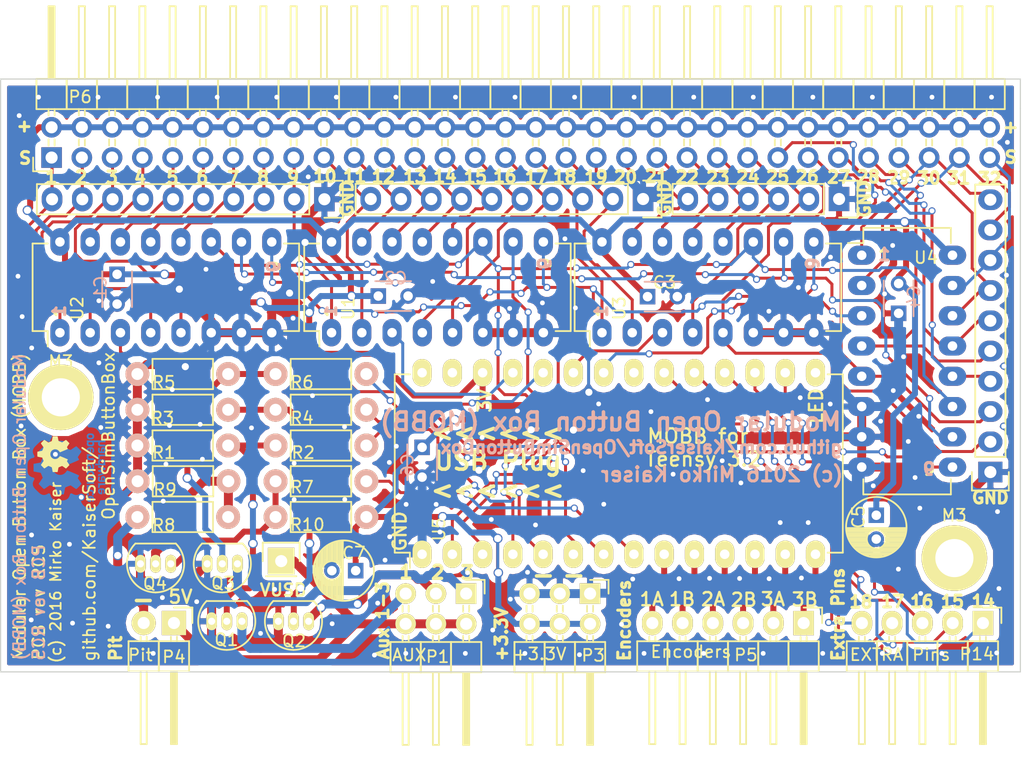
<source format=kicad_pcb>
(kicad_pcb (version 4) (host pcbnew 4.0.4-stable)
  (title_block (title "Modular Open Button Box (MOBB)") (date 2016-11-21) (rev "PCB rev RC5"))
  (layers (0 F.Cu signal) (31 B.Cu signal) (34 B.Paste user) (35 F.Paste user) (36 B.SilkS user) (37 F.SilkS user) (38 B.Mask user) (39 F.Mask user) (44 Edge.Cuts user))
  (net 0 "")
  (net 1 "Net-(P1-Pad1)")
  (net 2 +5V)
  (net 3 "Net-(P1-Pad3)")
  (net 4 "Net-(P1-Pad5)")
  (net 5 +3V3)
  (net 6 GND)
  (net 7 "Net-(P4-Pad2)")
  (net 8 "Net-(P5-Pad1)")
  (net 9 "Net-(P5-Pad2)")
  (net 10 "Net-(P5-Pad3)")
  (net 11 "Net-(P5-Pad4)")
  (net 12 "Net-(P5-Pad5)")
  (net 13 "Net-(P5-Pad6)")
  (net 14 "Net-(P6-Pad1)")
  (net 15 "Net-(P6-Pad3)")
  (net 16 "Net-(P6-Pad5)")
  (net 17 "Net-(P6-Pad7)")
  (net 18 "Net-(P6-Pad9)")
  (net 19 "Net-(P6-Pad11)")
  (net 20 "Net-(P6-Pad13)")
  (net 21 "Net-(P6-Pad15)")
  (net 22 "Net-(P6-Pad17)")
  (net 23 "Net-(P6-Pad19)")
  (net 24 "Net-(P6-Pad21)")
  (net 25 "Net-(P6-Pad23)")
  (net 26 "Net-(P6-Pad25)")
  (net 27 "Net-(P6-Pad27)")
  (net 28 "Net-(P6-Pad29)")
  (net 29 "Net-(P6-Pad31)")
  (net 30 "Net-(P6-Pad33)")
  (net 31 "Net-(P6-Pad35)")
  (net 32 "Net-(P6-Pad37)")
  (net 33 "Net-(P6-Pad39)")
  (net 34 "Net-(P6-Pad41)")
  (net 35 "Net-(P6-Pad43)")
  (net 36 "Net-(P6-Pad45)")
  (net 37 "Net-(P6-Pad47)")
  (net 38 "Net-(P6-Pad49)")
  (net 39 "Net-(P6-Pad51)")
  (net 40 "Net-(P6-Pad53)")
  (net 41 "Net-(P6-Pad55)")
  (net 42 "Net-(P6-Pad57)")
  (net 43 "Net-(P6-Pad59)")
  (net 44 "Net-(P6-Pad61)")
  (net 45 "Net-(P6-Pad63)")
  (net 46 "Net-(P14-Pad1)")
  (net 47 "Net-(P14-Pad2)")
  (net 48 "Net-(P14-Pad3)")
  (net 49 "Net-(P14-Pad4)")
  (net 50 "Net-(P14-Pad5)")
  (net 51 "Net-(Q1-Pad2)")
  (net 52 "Net-(Q2-Pad2)")
  (net 53 "Net-(Q3-Pad2)")
  (net 54 "Net-(R2-Pad1)")
  (net 55 "Net-(R4-Pad1)")
  (net 56 "Net-(R6-Pad1)")
  (net 57 "Net-(U1-Pad3)")
  (net 58 "Net-(U1-Pad9)")
  (net 59 "Net-(U1-Pad10)")
  (net 60 "Net-(U1-Pad11)")
  (net 61 "Net-(U2-Pad3)")
  (net 62 "Net-(U3-Pad3)")
  (net 63 "Net-(U4-Pad3)")
  (net 64 "Net-(U5-Pad15)")
  (net 65 /reserved_for_4051)
  (net 66 "Net-(U5-Pad27)")
  (net 67 "Net-(U5-Pad28)")
  (net 68 "Net-(R7-Pad1)")
  (net 69 "Net-(Q4-Pad2)")
  (net 70 "Net-(Q4-Pad1)")
  (module MOBB-KiCad-Lib:VIA-W0.6mm-H0.4mm (layer F.Cu) (at 252.39 123.32)
    (fp_text reference Ref** hide)
    (fp_text value Val** hide)
    (pad 1 thru_hole circle (at 0 0) (size 0.6 0.6) (drill 0.4) (layers *.Cu) (net 6 GND))
  )
  (module MOBB-KiCad-Lib:VIA-W0.6mm-H0.4mm (layer F.Cu) (at 250.25 121.16)
    (fp_text reference Ref** hide)
    (fp_text value Val** hide)
    (pad 1 thru_hole circle (at 0 0) (size 0.6 0.6) (drill 0.4) (layers *.Cu) (net 6 GND))
  )
  (module MOBB-KiCad-Lib:VIA-W0.6mm-H0.4mm (layer F.Cu) (at 251.11 118.32)
    (fp_text reference Ref** hide)
    (fp_text value Val** hide)
    (pad 1 thru_hole circle (at 0 0) (size 0.6 0.6) (drill 0.4) (layers *.Cu) (net 6 GND))
  )
  (module MOBB-KiCad-Lib:VIA-W0.6mm-H0.4mm (layer F.Cu) (at 258.93 143.18)
    (fp_text reference Ref** hide)
    (fp_text value Val** hide)
    (pad 1 thru_hole circle (at 0 0) (size 0.6 0.6) (drill 0.4) (layers *.Cu) (net 6 GND))
  )
  (module MOBB-KiCad-Lib:VIA-W0.6mm-H0.4mm (layer F.Cu) (at 254.33 143.22)
    (fp_text reference Ref** hide)
    (fp_text value Val** hide)
    (pad 1 thru_hole circle (at 0 0) (size 0.6 0.6) (drill 0.4) (layers *.Cu) (net 6 GND))
  )
  (module MOBB-KiCad-Lib:VIA-W0.6mm-H0.4mm (layer F.Cu) (at 249.33 143.22)
    (fp_text reference Ref** hide)
    (fp_text value Val** hide)
    (pad 1 thru_hole circle (at 0 0) (size 0.6 0.6) (drill 0.4) (layers *.Cu) (net 6 GND))
  )
  (module MOBB-KiCad-Lib:VIA-W0.6mm-H0.4mm (layer F.Cu) (at 244.33 143.22)
    (fp_text reference Ref** hide)
    (fp_text value Val** hide)
    (pad 1 thru_hole circle (at 0 0) (size 0.6 0.6) (drill 0.4) (layers *.Cu) (net 6 GND))
  )
  (module MOBB-KiCad-Lib:VIA-W0.6mm-H0.4mm (layer F.Cu) (at 239.33 143.22)
    (fp_text reference Ref** hide)
    (fp_text value Val** hide)
    (pad 1 thru_hole circle (at 0 0) (size 0.6 0.6) (drill 0.4) (layers *.Cu) (net 6 GND))
  )
  (module MOBB-KiCad-Lib:VIA-W0.6mm-H0.4mm (layer F.Cu) (at 234.33 143.22)
    (fp_text reference Ref** hide)
    (fp_text value Val** hide)
    (pad 1 thru_hole circle (at 0 0) (size 0.6 0.6) (drill 0.4) (layers *.Cu) (net 6 GND))
  )
  (module MOBB-KiCad-Lib:VIA-W0.6mm-H0.4mm (layer F.Cu) (at 229.33 143.22)
    (fp_text reference Ref** hide)
    (fp_text value Val** hide)
    (pad 1 thru_hole circle (at 0 0) (size 0.6 0.6) (drill 0.4) (layers *.Cu) (net 6 GND))
  )
  (module MOBB-KiCad-Lib:VIA-W0.6mm-H0.4mm (layer F.Cu) (at 223.91 143.33)
    (fp_text reference Ref** hide)
    (fp_text value Val** hide)
    (pad 1 thru_hole circle (at 0 0) (size 0.6 0.6) (drill 0.4) (layers *.Cu) (net 6 GND))
  )
  (module MOBB-KiCad-Lib:VIA-W0.6mm-H0.4mm (layer F.Cu) (at 219.33 143.22)
    (fp_text reference Ref** hide)
    (fp_text value Val** hide)
    (pad 1 thru_hole circle (at 0 0) (size 0.6 0.6) (drill 0.4) (layers *.Cu) (net 6 GND))
  )
  (module MOBB-KiCad-Lib:VIA-W0.6mm-H0.4mm (layer F.Cu) (at 214.33 143.22)
    (fp_text reference Ref** hide)
    (fp_text value Val** hide)
    (pad 1 thru_hole circle (at 0 0) (size 0.6 0.6) (drill 0.4) (layers *.Cu) (net 6 GND))
  )
  (module MOBB-KiCad-Lib:VIA-W0.6mm-H0.4mm (layer F.Cu) (at 178.5 96.53)
    (fp_text reference Ref** hide)
    (fp_text value Val** hide)
    (pad 1 thru_hole circle (at 0 0) (size 0.6 0.6) (drill 0.4) (layers *.Cu) (net 6 GND))
  )
  (module MOBB-KiCad-Lib:VIA-W0.6mm-H0.4mm (layer F.Cu) (at 183.5 96.53)
    (fp_text reference Ref** hide)
    (fp_text value Val** hide)
    (pad 1 thru_hole circle (at 0 0) (size 0.6 0.6) (drill 0.4) (layers *.Cu) (net 6 GND))
  )
  (module MOBB-KiCad-Lib:VIA-W0.6mm-H0.4mm (layer F.Cu) (at 188.5 96.53)
    (fp_text reference Ref** hide)
    (fp_text value Val** hide)
    (pad 1 thru_hole circle (at 0 0) (size 0.6 0.6) (drill 0.4) (layers *.Cu) (net 6 GND))
  )
  (module MOBB-KiCad-Lib:VIA-W0.6mm-H0.4mm (layer F.Cu) (at 193.5 96.53)
    (fp_text reference Ref** hide)
    (fp_text value Val** hide)
    (pad 1 thru_hole circle (at 0 0) (size 0.6 0.6) (drill 0.4) (layers *.Cu) (net 6 GND))
  )
  (module MOBB-KiCad-Lib:VIA-W0.6mm-H0.4mm (layer F.Cu) (at 198.5 96.53)
    (fp_text reference Ref** hide)
    (fp_text value Val** hide)
    (pad 1 thru_hole circle (at 0 0) (size 0.6 0.6) (drill 0.4) (layers *.Cu) (net 6 GND))
  )
  (module MOBB-KiCad-Lib:VIA-W0.6mm-H0.4mm (layer F.Cu) (at 203.5 96.53)
    (fp_text reference Ref** hide)
    (fp_text value Val** hide)
    (pad 1 thru_hole circle (at 0 0) (size 0.6 0.6) (drill 0.4) (layers *.Cu) (net 6 GND))
  )
  (module MOBB-KiCad-Lib:VIA-W0.6mm-H0.4mm (layer F.Cu) (at 208.5 96.53)
    (fp_text reference Ref** hide)
    (fp_text value Val** hide)
    (pad 1 thru_hole circle (at 0 0) (size 0.6 0.6) (drill 0.4) (layers *.Cu) (net 6 GND))
  )
  (module MOBB-KiCad-Lib:VIA-W0.6mm-H0.4mm (layer F.Cu) (at 213.5 96.53)
    (fp_text reference Ref** hide)
    (fp_text value Val** hide)
    (pad 1 thru_hole circle (at 0 0) (size 0.6 0.6) (drill 0.4) (layers *.Cu) (net 6 GND))
  )
  (module MOBB-KiCad-Lib:VIA-W0.6mm-H0.4mm (layer F.Cu) (at 218.5 96.53)
    (fp_text reference Ref** hide)
    (fp_text value Val** hide)
    (pad 1 thru_hole circle (at 0 0) (size 0.6 0.6) (drill 0.4) (layers *.Cu) (net 6 GND))
  )
  (module MOBB-KiCad-Lib:VIA-W0.6mm-H0.4mm (layer F.Cu) (at 223.5 96.53)
    (fp_text reference Ref** hide)
    (fp_text value Val** hide)
    (pad 1 thru_hole circle (at 0 0) (size 0.6 0.6) (drill 0.4) (layers *.Cu) (net 6 GND))
  )
  (module MOBB-KiCad-Lib:VIA-W0.6mm-H0.4mm (layer F.Cu) (at 228.5 96.53)
    (fp_text reference Ref** hide)
    (fp_text value Val** hide)
    (pad 1 thru_hole circle (at 0 0) (size 0.6 0.6) (drill 0.4) (layers *.Cu) (net 6 GND))
  )
  (module MOBB-KiCad-Lib:VIA-W0.6mm-H0.4mm (layer F.Cu) (at 233.5 96.53)
    (fp_text reference Ref** hide)
    (fp_text value Val** hide)
    (pad 1 thru_hole circle (at 0 0) (size 0.6 0.6) (drill 0.4) (layers *.Cu) (net 6 GND))
  )
  (module MOBB-KiCad-Lib:VIA-W0.6mm-H0.4mm (layer F.Cu) (at 238.5 96.53)
    (fp_text reference Ref** hide)
    (fp_text value Val** hide)
    (pad 1 thru_hole circle (at 0 0) (size 0.6 0.6) (drill 0.4) (layers *.Cu) (net 6 GND))
  )
  (module MOBB-KiCad-Lib:VIA-W0.6mm-H0.4mm (layer F.Cu) (at 243.5 96.53)
    (fp_text reference Ref** hide)
    (fp_text value Val** hide)
    (pad 1 thru_hole circle (at 0 0) (size 0.6 0.6) (drill 0.4) (layers *.Cu) (net 6 GND))
  )
  (module MOBB-KiCad-Lib:VIA-W0.6mm-H0.4mm (layer F.Cu) (at 248.5 96.53)
    (fp_text reference Ref** hide)
    (fp_text value Val** hide)
    (pad 1 thru_hole circle (at 0 0) (size 0.6 0.6) (drill 0.4) (layers *.Cu) (net 6 GND))
  )
  (module MOBB-KiCad-Lib:VIA-W0.6mm-H0.4mm (layer F.Cu) (at 253.5 96.53)
    (fp_text reference Ref** hide)
    (fp_text value Val** hide)
    (pad 1 thru_hole circle (at 0 0) (size 0.6 0.6) (drill 0.4) (layers *.Cu) (net 6 GND))
  )
  (module Pin_Headers:Pin_Header_Angled_2x32 (layer F.Cu) (at 179.6 101.6 90)
    (fp_text reference P6 (at 5.09 2.4 180) (layer F.SilkS))
    (fp_text value "BTN 1-32")
    (pad 1 thru_hole rect (at 0 0 90) (size 1.7272 1.7272) (drill 1.016) (layers *.Cu *.Mask) (net 14 "Net-(P6-Pad1)"))
    (pad 2 thru_hole oval (at 2.54 0 90) (size 1.7272 1.7272) (drill 1.016) (layers *.Cu *.Mask) (net 5 +3V3))
    (pad 3 thru_hole oval (at 0 2.54 90) (size 1.7272 1.7272) (drill 1.016) (layers *.Cu *.Mask) (net 15 "Net-(P6-Pad3)"))
    (pad 4 thru_hole oval (at 2.54 2.54 90) (size 1.7272 1.7272) (drill 1.016) (layers *.Cu *.Mask) (net 5 +3V3))
    (pad 5 thru_hole oval (at 0 5.08 90) (size 1.7272 1.7272) (drill 1.016) (layers *.Cu *.Mask) (net 16 "Net-(P6-Pad5)"))
    (pad 6 thru_hole oval (at 2.54 5.08 90) (size 1.7272 1.7272) (drill 1.016) (layers *.Cu *.Mask) (net 5 +3V3))
    (pad 7 thru_hole oval (at 0 7.62 90) (size 1.7272 1.7272) (drill 1.016) (layers *.Cu *.Mask) (net 17 "Net-(P6-Pad7)"))
    (pad 8 thru_hole oval (at 2.54 7.62 90) (size 1.7272 1.7272) (drill 1.016) (layers *.Cu *.Mask) (net 5 +3V3))
    (pad 9 thru_hole oval (at 0 10.16 90) (size 1.7272 1.7272) (drill 1.016) (layers *.Cu *.Mask) (net 18 "Net-(P6-Pad9)"))
    (pad 10 thru_hole oval (at 2.54 10.16 90) (size 1.7272 1.7272) (drill 1.016) (layers *.Cu *.Mask) (net 5 +3V3))
    (pad 11 thru_hole oval (at 0 12.7 90) (size 1.7272 1.7272) (drill 1.016) (layers *.Cu *.Mask) (net 19 "Net-(P6-Pad11)"))
    (pad 12 thru_hole oval (at 2.54 12.7 90) (size 1.7272 1.7272) (drill 1.016) (layers *.Cu *.Mask) (net 5 +3V3))
    (pad 13 thru_hole oval (at 0 15.24 90) (size 1.7272 1.7272) (drill 1.016) (layers *.Cu *.Mask) (net 20 "Net-(P6-Pad13)"))
    (pad 14 thru_hole oval (at 2.54 15.24 90) (size 1.7272 1.7272) (drill 1.016) (layers *.Cu *.Mask) (net 5 +3V3))
    (pad 15 thru_hole oval (at 0 17.78 90) (size 1.7272 1.7272) (drill 1.016) (layers *.Cu *.Mask) (net 21 "Net-(P6-Pad15)"))
    (pad 16 thru_hole oval (at 2.54 17.78 90) (size 1.7272 1.7272) (drill 1.016) (layers *.Cu *.Mask) (net 5 +3V3))
    (pad 17 thru_hole oval (at 0 20.32 90) (size 1.7272 1.7272) (drill 1.016) (layers *.Cu *.Mask) (net 22 "Net-(P6-Pad17)"))
    (pad 18 thru_hole oval (at 2.54 20.32 90) (size 1.7272 1.7272) (drill 1.016) (layers *.Cu *.Mask) (net 5 +3V3))
    (pad 19 thru_hole oval (at 0 22.86 90) (size 1.7272 1.7272) (drill 1.016) (layers *.Cu *.Mask) (net 23 "Net-(P6-Pad19)"))
    (pad 20 thru_hole oval (at 2.54 22.86 90) (size 1.7272 1.7272) (drill 1.016) (layers *.Cu *.Mask) (net 5 +3V3))
    (pad 21 thru_hole oval (at 0 25.4 90) (size 1.7272 1.7272) (drill 1.016) (layers *.Cu *.Mask) (net 24 "Net-(P6-Pad21)"))
    (pad 22 thru_hole oval (at 2.54 25.4 90) (size 1.7272 1.7272) (drill 1.016) (layers *.Cu *.Mask) (net 5 +3V3))
    (pad 23 thru_hole oval (at 0 27.94 90) (size 1.7272 1.7272) (drill 1.016) (layers *.Cu *.Mask) (net 25 "Net-(P6-Pad23)"))
    (pad 24 thru_hole oval (at 2.54 27.94 90) (size 1.7272 1.7272) (drill 1.016) (layers *.Cu *.Mask) (net 5 +3V3))
    (pad 25 thru_hole oval (at 0 30.48 90) (size 1.7272 1.7272) (drill 1.016) (layers *.Cu *.Mask) (net 26 "Net-(P6-Pad25)"))
    (pad 26 thru_hole oval (at 2.54 30.48 90) (size 1.7272 1.7272) (drill 1.016) (layers *.Cu *.Mask) (net 5 +3V3))
    (pad 27 thru_hole oval (at 0 33.02 90) (size 1.7272 1.7272) (drill 1.016) (layers *.Cu *.Mask) (net 27 "Net-(P6-Pad27)"))
    (pad 28 thru_hole oval (at 2.54 33.02 90) (size 1.7272 1.7272) (drill 1.016) (layers *.Cu *.Mask) (net 5 +3V3))
    (pad 29 thru_hole oval (at 0 35.56 90) (size 1.7272 1.7272) (drill 1.016) (layers *.Cu *.Mask) (net 28 "Net-(P6-Pad29)"))
    (pad 30 thru_hole oval (at 2.54 35.56 90) (size 1.7272 1.7272) (drill 1.016) (layers *.Cu *.Mask) (net 5 +3V3))
    (pad 31 thru_hole oval (at 0 38.1 90) (size 1.7272 1.7272) (drill 1.016) (layers *.Cu *.Mask) (net 29 "Net-(P6-Pad31)"))
    (pad 32 thru_hole oval (at 2.54 38.1 90) (size 1.7272 1.7272) (drill 1.016) (layers *.Cu *.Mask) (net 5 +3V3))
    (pad 33 thru_hole oval (at 0 40.64 90) (size 1.7272 1.7272) (drill 1.016) (layers *.Cu *.Mask) (net 30 "Net-(P6-Pad33)"))
    (pad 34 thru_hole oval (at 2.54 40.64 90) (size 1.7272 1.7272) (drill 1.016) (layers *.Cu *.Mask) (net 5 +3V3))
    (pad 35 thru_hole oval (at 0 43.18 90) (size 1.7272 1.7272) (drill 1.016) (layers *.Cu *.Mask) (net 31 "Net-(P6-Pad35)"))
    (pad 36 thru_hole oval (at 2.54 43.18 90) (size 1.7272 1.7272) (drill 1.016) (layers *.Cu *.Mask) (net 5 +3V3))
    (pad 37 thru_hole oval (at 0 45.72 90) (size 1.7272 1.7272) (drill 1.016) (layers *.Cu *.Mask) (net 32 "Net-(P6-Pad37)"))
    (pad 38 thru_hole oval (at 2.54 45.72 90) (size 1.7272 1.7272) (drill 1.016) (layers *.Cu *.Mask) (net 5 +3V3))
    (pad 39 thru_hole oval (at 0 48.26 90) (size 1.7272 1.7272) (drill 1.016) (layers *.Cu *.Mask) (net 33 "Net-(P6-Pad39)"))
    (pad 40 thru_hole oval (at 2.54 48.26 90) (size 1.7272 1.7272) (drill 1.016) (layers *.Cu *.Mask) (net 5 +3V3))
    (pad 41 thru_hole oval (at 0 50.8 90) (size 1.7272 1.7272) (drill 1.016) (layers *.Cu *.Mask) (net 34 "Net-(P6-Pad41)"))
    (pad 42 thru_hole oval (at 2.54 50.8 90) (size 1.7272 1.7272) (drill 1.016) (layers *.Cu *.Mask) (net 5 +3V3))
    (pad 43 thru_hole oval (at 0 53.34 90) (size 1.7272 1.7272) (drill 1.016) (layers *.Cu *.Mask) (net 35 "Net-(P6-Pad43)"))
    (pad 44 thru_hole oval (at 2.54 53.34 90) (size 1.7272 1.7272) (drill 1.016) (layers *.Cu *.Mask) (net 5 +3V3))
    (pad 45 thru_hole oval (at 0 55.88 90) (size 1.7272 1.7272) (drill 1.016) (layers *.Cu *.Mask) (net 36 "Net-(P6-Pad45)"))
    (pad 46 thru_hole oval (at 2.54 55.88 90) (size 1.7272 1.7272) (drill 1.016) (layers *.Cu *.Mask) (net 5 +3V3))
    (pad 47 thru_hole oval (at 0 58.42 90) (size 1.7272 1.7272) (drill 1.016) (layers *.Cu *.Mask) (net 37 "Net-(P6-Pad47)"))
    (pad 48 thru_hole oval (at 2.54 58.42 90) (size 1.7272 1.7272) (drill 1.016) (layers *.Cu *.Mask) (net 5 +3V3))
    (pad 49 thru_hole oval (at 0 60.96 90) (size 1.7272 1.7272) (drill 1.016) (layers *.Cu *.Mask) (net 38 "Net-(P6-Pad49)"))
    (pad 50 thru_hole oval (at 2.54 60.96 90) (size 1.7272 1.7272) (drill 1.016) (layers *.Cu *.Mask) (net 5 +3V3))
    (pad 51 thru_hole oval (at 0 63.5 90) (size 1.7272 1.7272) (drill 1.016) (layers *.Cu *.Mask) (net 39 "Net-(P6-Pad51)"))
    (pad 52 thru_hole oval (at 2.54 63.5 90) (size 1.7272 1.7272) (drill 1.016) (layers *.Cu *.Mask) (net 5 +3V3))
    (pad 53 thru_hole oval (at 0 66.04 90) (size 1.7272 1.7272) (drill 1.016) (layers *.Cu *.Mask) (net 40 "Net-(P6-Pad53)"))
    (pad 54 thru_hole oval (at 2.54 66.04 90) (size 1.7272 1.7272) (drill 1.016) (layers *.Cu *.Mask) (net 5 +3V3))
    (pad 55 thru_hole oval (at 0 68.58 90) (size 1.7272 1.7272) (drill 1.016) (layers *.Cu *.Mask) (net 41 "Net-(P6-Pad55)"))
    (pad 56 thru_hole oval (at 2.54 68.58 90) (size 1.7272 1.7272) (drill 1.016) (layers *.Cu *.Mask) (net 5 +3V3))
    (pad 57 thru_hole oval (at 0 71.12 90) (size 1.7272 1.7272) (drill 1.016) (layers *.Cu *.Mask) (net 42 "Net-(P6-Pad57)"))
    (pad 58 thru_hole oval (at 2.54 71.12 90) (size 1.7272 1.7272) (drill 1.016) (layers *.Cu *.Mask) (net 5 +3V3))
    (pad 59 thru_hole oval (at 0 73.66 90) (size 1.7272 1.7272) (drill 1.016) (layers *.Cu *.Mask) (net 43 "Net-(P6-Pad59)"))
    (pad 60 thru_hole oval (at 2.54 73.66 90) (size 1.7272 1.7272) (drill 1.016) (layers *.Cu *.Mask) (net 5 +3V3))
    (pad 61 thru_hole oval (at 0 76.2 90) (size 1.7272 1.7272) (drill 1.016) (layers *.Cu *.Mask) (net 44 "Net-(P6-Pad61)"))
    (pad 62 thru_hole oval (at 2.54 76.2 90) (size 1.7272 1.7272) (drill 1.016) (layers *.Cu *.Mask) (net 5 +3V3))
    (pad 63 thru_hole oval (at 0 78.74 90) (size 1.7272 1.7272) (drill 1.016) (layers *.Cu *.Mask) (net 45 "Net-(P6-Pad63)"))
    (pad 64 thru_hole oval (at 2.54 78.74 90) (size 1.7272 1.7272) (drill 1.016) (layers *.Cu *.Mask) (net 5 +3V3))
  )
  (module MOBB-KiCad-Lib:VIA-W0.6mm-H0.4mm (layer F.Cu) (at 244.98 109.96)
    (fp_text reference Ref** hide)
    (fp_text value Val** hide)
    (pad 1 thru_hole circle (at 0 0) (size 0.6 0.6) (drill 0.4) (layers *.Cu) (net 6 GND))
  )
  (module MOBB-KiCad-Lib:VIA-W0.6mm-H0.4mm (layer F.Cu) (at 222.69 108.42)
    (fp_text reference Ref** hide)
    (fp_text value Val** hide)
    (pad 1 thru_hole circle (at 0 0) (size 0.6 0.6) (drill 0.4) (layers *.Cu) (net 6 GND))
  )
  (module MOBB-KiCad-Lib:VIA-W0.6mm-H0.4mm (layer F.Cu) (at 199.96 130.31)
    (fp_text reference Ref** hide)
    (fp_text value Val** hide)
    (pad 1 thru_hole circle (at 0 0) (size 0.6 0.6) (drill 0.4) (layers *.Cu) (net 6 GND))
  )
  (module MOBB-KiCad-Lib:VIA-W0.6mm-H0.4mm (layer F.Cu) (at 199.96 127.26)
    (fp_text reference Ref** hide)
    (fp_text value Val** hide)
    (pad 1 thru_hole circle (at 0 0) (size 0.6 0.6) (drill 0.4) (layers *.Cu) (net 6 GND))
  )
  (module MOBB-KiCad-Lib:VIA-W0.6mm-H0.4mm (layer F.Cu) (at 196.38 124.29)
    (fp_text reference Ref** hide)
    (fp_text value Val** hide)
    (pad 1 thru_hole circle (at 0 0) (size 0.6 0.6) (drill 0.4) (layers *.Cu) (net 6 GND))
  )
  (module MOBB-KiCad-Lib:VIA-W0.6mm-H0.4mm (layer F.Cu) (at 192.07 123.99)
    (fp_text reference Ref** hide)
    (fp_text value Val** hide)
    (pad 1 thru_hole circle (at 0 0) (size 0.6 0.6) (drill 0.4) (layers *.Cu) (net 6 GND))
  )
  (module MOBB-KiCad-Lib:VIA-W0.6mm-H0.4mm (layer F.Cu) (at 192.26 126.92)
    (fp_text reference Ref** hide)
    (fp_text value Val** hide)
    (pad 1 thru_hole circle (at 0 0) (size 0.6 0.6) (drill 0.4) (layers *.Cu) (net 6 GND))
  )
  (module MOBB-KiCad-Lib:VIA-W0.6mm-H0.4mm (layer F.Cu) (at 206.97 139)
    (fp_text reference Ref** hide)
    (fp_text value Val** hide)
    (pad 1 thru_hole circle (at 0 0) (size 0.6 0.6) (drill 0.4) (layers *.Cu) (net 6 GND))
  )
  (module MOBB-KiCad-Lib:VIA-W0.6mm-H0.4mm (layer F.Cu) (at 203.15 140.73)
    (fp_text reference Ref** hide)
    (fp_text value Val** hide)
    (pad 1 thru_hole circle (at 0 0) (size 0.6 0.6) (drill 0.4) (layers *.Cu) (net 6 GND))
  )
  (module MOBB-KiCad-Lib:VIA-W0.6mm-H0.4mm (layer F.Cu) (at 242.54 136.89)
    (fp_text reference Ref** hide)
    (fp_text value Val** hide)
    (pad 1 thru_hole circle (at 0 0) (size 0.6 0.6) (drill 0.4) (layers *.Cu) (net 6 GND))
  )
  (module MOBB-KiCad-Lib:VIA-W0.6mm-H0.4mm (layer F.Cu) (at 239.83 136.95)
    (fp_text reference Ref** hide)
    (fp_text value Val** hide)
    (pad 1 thru_hole circle (at 0 0) (size 0.6 0.6) (drill 0.4) (layers *.Cu) (net 6 GND))
  )
  (module MOBB-KiCad-Lib:VIA-W0.6mm-H0.4mm (layer F.Cu) (at 237.35 136.93)
    (fp_text reference Ref** hide)
    (fp_text value Val** hide)
    (pad 1 thru_hole circle (at 0 0) (size 0.6 0.6) (drill 0.4) (layers *.Cu) (net 6 GND))
  )
  (module MOBB-KiCad-Lib:VIA-W0.6mm-H0.4mm (layer F.Cu) (at 234.83 136.92)
    (fp_text reference Ref** hide)
    (fp_text value Val** hide)
    (pad 1 thru_hole circle (at 0 0) (size 0.6 0.6) (drill 0.4) (layers *.Cu) (net 6 GND))
  )
  (module MOBB-KiCad-Lib:VIA-W0.6mm-H0.4mm (layer F.Cu) (at 232.27 136.95)
    (fp_text reference Ref** hide)
    (fp_text value Val** hide)
    (pad 1 thru_hole circle (at 0 0) (size 0.6 0.6) (drill 0.4) (layers *.Cu) (net 6 GND))
  )
  (module MOBB-KiCad-Lib:VIA-W0.6mm-H0.4mm (layer F.Cu) (at 244.96 122.29)
    (fp_text reference Ref** hide)
    (fp_text value Val** hide)
    (pad 1 thru_hole circle (at 0 0) (size 0.6 0.6) (drill 0.4) (layers *.Cu) (net 6 GND))
  )
  (module MOBB-KiCad-Lib:VIA-W0.6mm-H0.4mm (layer F.Cu) (at 242.44 121.76)
    (fp_text reference Ref** hide)
    (fp_text value Val** hide)
    (pad 1 thru_hole circle (at 0 0) (size 0.6 0.6) (drill 0.4) (layers *.Cu) (net 6 GND))
  )
  (module MOBB-KiCad-Lib:VIA-W0.6mm-H0.4mm (layer F.Cu) (at 201.14 103.22)
    (fp_text reference Ref** hide)
    (fp_text value Val** hide)
    (pad 1 thru_hole circle (at 0 0) (size 0.6 0.6) (drill 0.4) (layers *.Cu) (net 6 GND))
  )
  (module MOBB-KiCad-Lib:VIA-W0.6mm-H0.4mm (layer F.Cu) (at 234.66 121.92)
    (fp_text reference Ref** hide)
    (fp_text value Val** hide)
    (pad 1 thru_hole circle (at 0 0) (size 0.6 0.6) (drill 0.4) (layers *.Cu) (net 6 GND))
  )
  (module MOBB-KiCad-Lib:VIA-W0.6mm-H0.4mm (layer F.Cu) (at 249.19 123.73)
    (fp_text reference Ref** hide)
    (fp_text value Val** hide)
    (pad 1 thru_hole circle (at 0 0) (size 0.6 0.6) (drill 0.4) (layers *.Cu) (net 6 GND))
  )
  (module MOBB-KiCad-Lib:VIA-W0.6mm-H0.4mm (layer F.Cu) (at 251.51 125.43)
    (fp_text reference Ref** hide)
    (fp_text value Val** hide)
    (pad 1 thru_hole circle (at 0 0) (size 0.6 0.6) (drill 0.4) (layers *.Cu) (net 6 GND))
  )
  (module MOBB-KiCad-Lib:VIA-W0.6mm-H0.4mm (layer F.Cu) (at 259.51 124.15)
    (fp_text reference Ref** hide)
    (fp_text value Val** hide)
    (pad 1 thru_hole circle (at 0 0) (size 0.6 0.6) (drill 0.4) (layers *.Cu) (net 6 GND))
  )
  (module MOBB-KiCad-Lib:VIA-W0.6mm-H0.4mm (layer F.Cu) (at 259.54 119.11)
    (fp_text reference Ref** hide)
    (fp_text value Val** hide)
    (pad 1 thru_hole circle (at 0 0) (size 0.6 0.6) (drill 0.4) (layers *.Cu) (net 6 GND))
  )
  (module MOBB-KiCad-Lib:VIA-W0.6mm-H0.4mm (layer F.Cu) (at 259.75 111.47)
    (fp_text reference Ref** hide)
    (fp_text value Val** hide)
    (pad 1 thru_hole circle (at 0 0) (size 0.6 0.6) (drill 0.4) (layers *.Cu) (net 6 GND))
  )
  (module MOBB-KiCad-Lib:VIA-W0.6mm-H0.4mm (layer F.Cu) (at 250.2 108.98)
    (fp_text reference Ref** hide)
    (fp_text value Val** hide)
    (pad 1 thru_hole circle (at 0 0) (size 0.6 0.6) (drill 0.4) (layers *.Cu) (net 6 GND))
  )
  (module MOBB-KiCad-Lib:VIA-W0.6mm-H0.4mm (layer F.Cu) (at 249.52 113.04)
    (fp_text reference Ref** hide)
    (fp_text value Val** hide)
    (pad 1 thru_hole circle (at 0 0) (size 0.6 0.6) (drill 0.4) (layers *.Cu) (net 6 GND))
  )
  (module MOBB-KiCad-Lib:VIA-W0.6mm-H0.4mm (layer F.Cu) (at 242.29 112.51)
    (fp_text reference Ref** hide)
    (fp_text value Val** hide)
    (pad 1 thru_hole circle (at 0 0) (size 0.6 0.6) (drill 0.4) (layers *.Cu) (net 6 GND))
  )
  (module MOBB-KiCad-Lib:VIA-W0.6mm-H0.4mm (layer F.Cu) (at 239.81 114.5)
    (fp_text reference Ref** hide)
    (fp_text value Val** hide)
    (pad 1 thru_hole circle (at 0 0) (size 0.6 0.6) (drill 0.4) (layers *.Cu) (net 6 GND))
  )
  (module MOBB-KiCad-Lib:VIA-W0.6mm-H0.4mm (layer F.Cu) (at 231.03 112.27)
    (fp_text reference Ref** hide)
    (fp_text value Val** hide)
    (pad 1 thru_hole circle (at 0 0) (size 0.6 0.6) (drill 0.4) (layers *.Cu) (net 6 GND))
  )
  (module MOBB-KiCad-Lib:VIA-W0.6mm-H0.4mm (layer F.Cu) (at 223.57 114.22)
    (fp_text reference Ref** hide)
    (fp_text value Val** hide)
    (pad 1 thru_hole circle (at 0 0) (size 0.6 0.6) (drill 0.4) (layers *.Cu) (net 6 GND))
  )
  (module MOBB-KiCad-Lib:VIA-W0.6mm-H0.4mm (layer F.Cu) (at 220.8 113.8)
    (fp_text reference Ref** hide)
    (fp_text value Val** hide)
    (pad 1 thru_hole circle (at 0 0) (size 0.6 0.6) (drill 0.4) (layers *.Cu) (net 6 GND))
  )
  (module MOBB-KiCad-Lib:VIA-W0.6mm-H0.4mm (layer F.Cu) (at 218.05 114.27)
    (fp_text reference Ref** hide)
    (fp_text value Val** hide)
    (pad 1 thru_hole circle (at 0 0) (size 0.6 0.6) (drill 0.4) (layers *.Cu) (net 6 GND))
  )
  (module MOBB-KiCad-Lib:VIA-W0.6mm-H0.4mm (layer F.Cu) (at 208.45 112.12)
    (fp_text reference Ref** hide)
    (fp_text value Val** hide)
    (pad 1 thru_hole circle (at 0 0) (size 0.6 0.6) (drill 0.4) (layers *.Cu))
  )
  (module MOBB-KiCad-Lib:VIA-W0.6mm-H0.4mm (layer F.Cu) (at 211.59 112)
    (fp_text reference Ref** hide)
    (fp_text value Val** hide)
    (pad 1 thru_hole circle (at 0 0) (size 0.6 0.6) (drill 0.4) (layers *.Cu) (net 6 GND))
  )
  (module MOBB-KiCad-Lib:VIA-W0.6mm-H0.4mm (layer F.Cu) (at 199.87 115.09)
    (fp_text reference Ref** hide)
    (fp_text value Val** hide)
    (pad 1 thru_hole circle (at 0 0) (size 0.6 0.6) (drill 0.4) (layers *.Cu) (net 6 GND))
  )
  (module MOBB-KiCad-Lib:VIA-W0.6mm-H0.4mm (layer F.Cu) (at 195.47 112.6)
    (fp_text reference Ref** hide)
    (fp_text value Val** hide)
    (pad 1 thru_hole circle (at 0 0) (size 0.6 0.6) (drill 0.4) (layers *.Cu) (net 6 GND))
  )
  (module MOBB-KiCad-Lib:VIA-W0.6mm-H0.4mm (layer F.Cu) (at 192.56 110.98)
    (fp_text reference Ref** hide)
    (fp_text value Val** hide)
    (pad 1 thru_hole circle (at 0 0) (size 0.6 0.6) (drill 0.4) (layers *.Cu) (net 6 GND))
  )
  (module MOBB-KiCad-Lib:VIA-W0.6mm-H0.4mm (layer F.Cu) (at 183.57 113.62)
    (fp_text reference Ref** hide)
    (fp_text value Val** hide)
    (pad 1 thru_hole circle (at 0 0) (size 0.6 0.6) (drill 0.4) (layers *.Cu) (net 6 GND))
  )
  (module MOBB-KiCad-Lib:VIA-W0.6mm-H0.4mm (layer F.Cu) (at 183.73 124.26)
    (fp_text reference Ref** hide)
    (fp_text value Val** hide)
    (pad 1 thru_hole circle (at 0 0) (size 0.6 0.6) (drill 0.4) (layers *.Cu) (net 6 GND))
  )
  (module MOBB-KiCad-Lib:VIA-W0.6mm-H0.4mm (layer F.Cu) (at 183.57 118.83)
    (fp_text reference Ref** hide)
    (fp_text value Val** hide)
    (pad 1 thru_hole circle (at 0 0) (size 0.6 0.6) (drill 0.4) (layers *.Cu) (net 6 GND))
  )
  (module MOBB-KiCad-Lib:VIA-W0.6mm-H0.4mm (layer F.Cu) (at 177.93 117.58)
    (fp_text reference Ref** hide)
    (fp_text value Val** hide)
    (pad 1 thru_hole circle (at 0 0) (size 0.6 0.6) (drill 0.4) (layers *.Cu) (net 6 GND))
  )
  (module MOBB-KiCad-Lib:VIA-W0.6mm-H0.4mm (layer F.Cu) (at 189.73 121.08)
    (fp_text reference Ref** hide)
    (fp_text value Val** hide)
    (pad 1 thru_hole circle (at 0 0) (size 0.6 0.6) (drill 0.4) (layers *.Cu) (net 6 GND))
  )
  (module MOBB-KiCad-Lib:VIA-W0.6mm-H0.4mm (layer F.Cu) (at 189.5 124.09)
    (fp_text reference Ref** hide)
    (fp_text value Val** hide)
    (pad 1 thru_hole circle (at 0 0) (size 0.6 0.6) (drill 0.4) (layers *.Cu) (net 6 GND))
  )
  (module MOBB-KiCad-Lib:VIA-W0.6mm-H0.4mm (layer F.Cu) (at 189.2 127.33)
    (fp_text reference Ref** hide)
    (fp_text value Val** hide)
    (pad 1 thru_hole circle (at 0 0) (size 0.6 0.6) (drill 0.4) (layers *.Cu) (net 6 GND))
  )
  (module MOBB-KiCad-Lib:VIA-W0.6mm-H0.4mm (layer F.Cu) (at 188.97 130.44)
    (fp_text reference Ref** hide)
    (fp_text value Val** hide)
    (pad 1 thru_hole circle (at 0 0) (size 0.6 0.6) (drill 0.4) (layers *.Cu) (net 6 GND))
  )
  (module MOBB-KiCad-Lib:VIA-W0.6mm-H0.4mm (layer F.Cu) (at 204.21 130.3)
    (fp_text reference Ref** hide)
    (fp_text value Val** hide)
    (pad 1 thru_hole circle (at 0 0) (size 0.6 0.6) (drill 0.4) (layers *.Cu) (net 6 GND))
  )
  (module MOBB-KiCad-Lib:VIA-W0.6mm-H0.4mm (layer F.Cu) (at 204.19 124.2)
    (fp_text reference Ref** hide)
    (fp_text value Val** hide)
    (pad 1 thru_hole circle (at 0 0) (size 0.6 0.6) (drill 0.4) (layers *.Cu) (net 6 GND))
  )
  (module MOBB-KiCad-Lib:VIA-W0.6mm-H0.4mm (layer F.Cu) (at 201.5 121.59)
    (fp_text reference Ref** hide)
    (fp_text value Val** hide)
    (pad 1 thru_hole circle (at 0 0) (size 0.6 0.6) (drill 0.4) (layers *.Cu) (net 6 GND))
  )
  (module MOBB-KiCad-Lib:VIA-W0.6mm-H0.4mm (layer F.Cu) (at 220.22 132.44)
    (fp_text reference Ref** hide)
    (fp_text value Val** hide)
    (pad 1 thru_hole circle (at 0 0) (size 0.6 0.6) (drill 0.4) (layers *.Cu) (net 6 GND))
  )
  (module MOBB-KiCad-Lib:VIA-W0.6mm-H0.4mm (layer F.Cu) (at 216.51 131.98)
    (fp_text reference Ref** hide)
    (fp_text value Val** hide)
    (pad 1 thru_hole circle (at 0 0) (size 0.6 0.6) (drill 0.4) (layers *.Cu) (net 6 GND))
  )
  (module MOBB-KiCad-Lib:VIA-W0.6mm-H0.4mm (layer F.Cu) (at 209.36 130.71)
    (fp_text reference Ref** hide)
    (fp_text value Val** hide)
    (pad 1 thru_hole circle (at 0 0) (size 0.6 0.6) (drill 0.4) (layers *.Cu) (net 6 GND))
  )
  (module MOBB-KiCad-Lib:VIA-W0.6mm-H0.4mm (layer F.Cu) (at 211.88 130.71)
    (fp_text reference Ref** hide)
    (fp_text value Val** hide)
    (pad 1 thru_hole circle (at 0 0) (size 0.6 0.6) (drill 0.4) (layers *.Cu) (net 6 GND))
  )
  (module MOBB-KiCad-Lib:VIA-W0.6mm-H0.4mm (layer F.Cu) (at 212.2 133.03)
    (fp_text reference Ref** hide)
    (fp_text value Val** hide)
    (pad 1 thru_hole circle (at 0 0) (size 0.6 0.6) (drill 0.4) (layers *.Cu) (net 6 GND))
  )
  (module MOBB-KiCad-Lib:VIA-W0.6mm-H0.4mm (layer F.Cu) (at 207.59 135.39)
    (fp_text reference Ref** hide)
    (fp_text value Val** hide)
    (pad 1 thru_hole circle (at 0 0) (size 0.6 0.6) (drill 0.4) (layers *.Cu) (net 6 GND))
  )
  (module MOBB-KiCad-Lib:VIA-W0.6mm-H0.4mm (layer F.Cu) (at 207.98 133.43)
    (fp_text reference Ref** hide)
    (fp_text value Val** hide)
    (pad 1 thru_hole circle (at 0 0) (size 0.6 0.6) (drill 0.4) (layers *.Cu) (net 6 GND))
  )
  (module MOBB-KiCad-Lib:VIA-W0.6mm-H0.4mm (layer F.Cu) (at 207.95 127.19)
    (fp_text reference Ref** hide)
    (fp_text value Val** hide)
    (pad 1 thru_hole circle (at 0 0) (size 0.6 0.6) (drill 0.4) (layers *.Cu) (net 6 GND))
  )
  (module MOBB-KiCad-Lib:VIA-W0.6mm-H0.4mm (layer F.Cu) (at 208.54 125.83)
    (fp_text reference Ref** hide)
    (fp_text value Val** hide)
    (pad 1 thru_hole circle (at 0 0) (size 0.6 0.6) (drill 0.4) (layers *.Cu) (net 6 GND))
  )
  (module MOBB-KiCad-Lib:VIA-W0.6mm-H0.4mm (layer F.Cu) (at 215.74 125.09)
    (fp_text reference Ref** hide)
    (fp_text value Val** hide)
    (pad 1 thru_hole circle (at 0 0) (size 0.6 0.6) (drill 0.4) (layers *.Cu) (net 6 GND))
  )
  (module MOBB-KiCad-Lib:VIA-W0.6mm-H0.4mm (layer F.Cu) (at 218.71 122.86)
    (fp_text reference Ref** hide)
    (fp_text value Val** hide)
    (pad 1 thru_hole circle (at 0 0) (size 0.6 0.6) (drill 0.4) (layers *.Cu) (net 6 GND))
  )
  (module MOBB-KiCad-Lib:VIA-W0.6mm-H0.4mm (layer F.Cu) (at 229.91 122.93)
    (fp_text reference Ref** hide)
    (fp_text value Val** hide)
    (pad 1 thru_hole circle (at 0 0) (size 0.6 0.6) (drill 0.4) (layers *.Cu) (net 6 GND))
  )
  (module MOBB-KiCad-Lib:VIA-W0.6mm-H0.4mm (layer F.Cu) (at 225.52 122.28)
    (fp_text reference Ref** hide)
    (fp_text value Val** hide)
    (pad 1 thru_hole circle (at 0 0) (size 0.6 0.6) (drill 0.4) (layers *.Cu) (net 6 GND))
  )
  (module MOBB-KiCad-Lib:VIA-W0.6mm-H0.4mm (layer F.Cu) (at 259.83 100.32)
    (fp_text reference Ref** hide)
    (fp_text value Val** hide)
    (pad 1 thru_hole circle (at 0 0) (size 0.6 0.6) (drill 0.4) (layers *.Cu) (net 6 GND))
  )
  (module MOBB-KiCad-Lib:VIA-W0.6mm-H0.4mm (layer F.Cu) (at 258.5 96.53)
    (fp_text reference Ref** hide)
    (fp_text value Val** hide)
    (pad 1 thru_hole circle (at 0 0) (size 0.6 0.6) (drill 0.4) (layers *.Cu) (net 6 GND))
  )
  (module MOBB-KiCad-Lib:VIA-W0.6mm-H0.4mm (layer F.Cu) (at 176.88 98.08)
    (fp_text reference Ref** hide)
    (fp_text value Val** hide)
    (pad 1 thru_hole circle (at 0 0) (size 0.6 0.6) (drill 0.4) (layers *.Cu) (net 6 GND))
  )
  (module MOBB-KiCad-Lib:VIA-W0.6mm-H0.4mm (layer F.Cu) (at 176.78 111.56)
    (fp_text reference Ref** hide)
    (fp_text value Val** hide)
    (pad 1 thru_hole circle (at 0 0) (size 0.6 0.6) (drill 0.4) (layers *.Cu) (net 6 GND))
  )
  (module MOBB-KiCad-Lib:VIA-W0.6mm-H0.4mm (layer F.Cu) (at 177.13 114.95)
    (fp_text reference Ref** hide)
    (fp_text value Val** hide)
    (pad 1 thru_hole circle (at 0 0) (size 0.6 0.6) (drill 0.4) (layers *.Cu) (net 6 GND))
  )
  (module MOBB-KiCad-Lib:VIA-W0.6mm-H0.4mm (layer F.Cu) (at 177.04 124.13)
    (fp_text reference Ref** hide)
    (fp_text value Val** hide)
    (pad 1 thru_hole circle (at 0 0) (size 0.6 0.6) (drill 0.4) (layers *.Cu) (net 6 GND))
  )
  (module MOBB-KiCad-Lib:VIA-W0.6mm-H0.4mm (layer F.Cu) (at 179.92 126.51)
    (fp_text reference Ref** hide)
    (fp_text value Val** hide)
    (pad 1 thru_hole circle (at 0 0) (size 0.6 0.6) (drill 0.4) (layers *.Cu) (net 6 GND))
  )
  (module MOBB-KiCad-Lib:VIA-W0.6mm-H0.4mm (layer F.Cu) (at 182.09 130.11)
    (fp_text reference Ref** hide)
    (fp_text value Val** hide)
    (pad 1 thru_hole circle (at 0 0) (size 0.6 0.6) (drill 0.4) (layers *.Cu) (net 6 GND))
  )
  (module MOBB-KiCad-Lib:VIA-W0.6mm-H0.4mm (layer F.Cu) (at 181.36 140.68)
    (fp_text reference Ref** hide)
    (fp_text value Val** hide)
    (pad 1 thru_hole circle (at 0 0) (size 0.6 0.6) (drill 0.4) (layers *.Cu) (net 6 GND))
  )
  (module MOBB-KiCad-Lib:VIA-W0.6mm-H0.4mm (layer F.Cu) (at 181.1 134.06)
    (fp_text reference Ref** hide)
    (fp_text value Val** hide)
    (pad 1 thru_hole circle (at 0 0) (size 0.6 0.6) (drill 0.4) (layers *.Cu) (net 6 GND))
  )
  (module MOBB-KiCad-Lib:VIA-W0.6mm-H0.4mm (layer F.Cu) (at 177.92 133.28)
    (fp_text reference Ref** hide)
    (fp_text value Val** hide)
    (pad 1 thru_hole circle (at 0 0) (size 0.6 0.6) (drill 0.4) (layers *.Cu) (net 6 GND))
  )
  (module MOBB-KiCad-Lib:VIA-W0.6mm-H0.4mm (layer F.Cu) (at 177.89 140.41)
    (fp_text reference Ref** hide)
    (fp_text value Val** hide)
    (pad 1 thru_hole circle (at 0 0) (size 0.6 0.6) (drill 0.4) (layers *.Cu) (net 6 GND))
  )
  (module MOBB-KiCad-Lib:VIA-W0.6mm-H0.4mm (layer F.Cu) (at 184.35 140.94)
    (fp_text reference Ref** hide)
    (fp_text value Val** hide)
    (pad 1 thru_hole circle (at 0 0) (size 0.6 0.6) (drill 0.4) (layers *.Cu) (net 6 GND))
  )
  (module MOBB-KiCad-Lib:VIA-W0.6mm-H0.4mm (layer F.Cu) (at 188.13 143.22)
    (fp_text reference Ref** hide)
    (fp_text value Val** hide)
    (pad 1 thru_hole circle (at 0 0) (size 0.6 0.6) (drill 0.4) (layers *.Cu) (net 6 GND))
  )
  (module MOBB-KiCad-Lib:VIA-W0.6mm-H0.4mm (layer F.Cu) (at 188.9 138.54)
    (fp_text reference Ref** hide)
    (fp_text value Val** hide)
    (pad 1 thru_hole circle (at 0 0) (size 0.6 0.6) (drill 0.4) (layers *.Cu) (net 6 GND))
  )
  (module MOBB-KiCad-Lib:VIA-W0.6mm-H0.4mm (layer F.Cu) (at 191.78 138.88)
    (fp_text reference Ref** hide)
    (fp_text value Val** hide)
    (pad 1 thru_hole circle (at 0 0) (size 0.6 0.6) (drill 0.4) (layers *.Cu) (net 6 GND))
  )
  (module MOBB-KiCad-Lib:VIA-W0.6mm-H0.4mm (layer F.Cu) (at 198.32 137.84)
    (fp_text reference Ref** hide)
    (fp_text value Val** hide)
    (pad 1 thru_hole circle (at 0 0) (size 0.6 0.6) (drill 0.4) (layers *.Cu) (net 6 GND))
  )
  (module MOBB-KiCad-Lib:VIA-W0.6mm-H0.4mm (layer F.Cu) (at 197.14 141.54)
    (fp_text reference Ref** hide)
    (fp_text value Val** hide)
    (pad 1 thru_hole circle (at 0 0) (size 0.6 0.6) (drill 0.4) (layers *.Cu) (net 6 GND))
  )
  (module MOBB-KiCad-Lib:VIA-W0.6mm-H0.4mm (layer F.Cu) (at 206.7 143.36)
    (fp_text reference Ref** hide)
    (fp_text value Val** hide)
    (pad 1 thru_hole circle (at 0 0) (size 0.6 0.6) (drill 0.4) (layers *.Cu) (net 6 GND))
  )
  (module MOBB-KiCad-Lib:VIA-W0.6mm-H0.4mm (layer F.Cu) (at 209.33 143.22)
    (fp_text reference Ref** hide)
    (fp_text value Val** hide)
    (pad 1 thru_hole circle (at 0 0) (size 0.6 0.6) (drill 0.4) (layers *.Cu) (net 6 GND))
  )
  (module MOBB-KiCad-Lib:VIA-W0.6mm-H0.4mm (layer F.Cu) (at 214.51 136.45)
    (fp_text reference Ref** hide)
    (fp_text value Val** hide)
    (pad 1 thru_hole circle (at 0 0) (size 0.6 0.6) (drill 0.4) (layers *.Cu) (net 6 GND))
  )
  (module MOBB-KiCad-Lib:VIA-W0.6mm-H0.4mm (layer F.Cu) (at 219.55 136.41)
    (fp_text reference Ref** hide)
    (fp_text value Val** hide)
    (pad 1 thru_hole circle (at 0 0) (size 0.6 0.6) (drill 0.4) (layers *.Cu) (net 6 GND))
  )
  (module MOBB-KiCad-Lib:VIA-W0.6mm-H0.4mm (layer F.Cu) (at 218.11 138.67)
    (fp_text reference Ref** hide)
    (fp_text value Val** hide)
    (pad 1 thru_hole circle (at 0 0) (size 0.6 0.6) (drill 0.4) (layers *.Cu) (net 6 GND))
  )
  (module MOBB-KiCad-Lib:VIA-W0.6mm-H0.4mm (layer F.Cu) (at 216.63 141.26)
    (fp_text reference Ref** hide)
    (fp_text value Val** hide)
    (pad 1 thru_hole circle (at 0 0) (size 0.6 0.6) (drill 0.4) (layers *.Cu) (net 6 GND))
  )
  (module MOBB-KiCad-Lib:VIA-W0.6mm-H0.4mm (layer F.Cu) (at 228.38 136.98)
    (fp_text reference Ref** hide)
    (fp_text value Val** hide)
    (pad 1 thru_hole circle (at 0 0) (size 0.6 0.6) (drill 0.4) (layers *.Cu) (net 6 GND))
  )
  (module MOBB-KiCad-Lib:VIA-W0.6mm-H0.4mm (layer F.Cu) (at 227.44 140.78)
    (fp_text reference Ref** hide)
    (fp_text value Val** hide)
    (pad 1 thru_hole circle (at 0 0) (size 0.6 0.6) (drill 0.4) (layers *.Cu) (net 6 GND))
  )
  (module MOBB-KiCad-Lib:VIA-W0.6mm-H0.4mm (layer F.Cu) (at 252.55 138.19)
    (fp_text reference Ref** hide)
    (fp_text value Val** hide)
    (pad 1 thru_hole circle (at 0 0) (size 0.6 0.6) (drill 0.4) (layers *.Cu) (net 6 GND))
  )
  (module MOBB-KiCad-Lib:VIA-W0.6mm-H0.4mm (layer F.Cu) (at 250.68 136.15)
    (fp_text reference Ref** hide)
    (fp_text value Val** hide)
    (pad 1 thru_hole circle (at 0 0) (size 0.6 0.6) (drill 0.4) (layers *.Cu) (net 6 GND))
  )
  (module MOBB-KiCad-Lib:VIA-W0.6mm-H0.4mm (layer F.Cu) (at 259.12 137.78)
    (fp_text reference Ref** hide)
    (fp_text value Val** hide)
    (pad 1 thru_hole circle (at 0 0) (size 0.6 0.6) (drill 0.4) (layers *.Cu) (net 6 GND))
  )
  (module MOBB-KiCad-Lib:VIA-W0.6mm-H0.4mm (layer F.Cu) (at 259 131.32)
    (fp_text reference Ref** hide)
    (fp_text value Val** hide)
    (pad 1 thru_hole circle (at 0 0) (size 0.6 0.6) (drill 0.4) (layers *.Cu) (net 6 GND))
  )
  (module MOBB-KiCad-Lib:VIA-W0.6mm-H0.4mm (layer F.Cu) (at 252.48 131.03)
    (fp_text reference Ref** hide)
    (fp_text value Val** hide)
    (pad 1 thru_hole circle (at 0 0) (size 0.6 0.6) (drill 0.4) (layers *.Cu) (net 6 GND))
  )
  (module MOBB-KiCad-Lib:VIA-W0.6mm-H0.4mm (layer F.Cu) (at 252.08 128.46)
    (fp_text reference Ref** hide)
    (fp_text value Val** hide)
    (pad 1 thru_hole circle (at 0 0) (size 0.6 0.6) (drill 0.4) (layers *.Cu) (net 6 GND))
  )
  (module MOBB-KiCad-Lib:VIA-W0.6mm-H0.4mm (layer F.Cu) (at 248.57 129.15)
    (fp_text reference Ref** hide)
    (fp_text value Val** hide)
    (pad 1 thru_hole circle (at 0 0) (size 0.6 0.6) (drill 0.4) (layers *.Cu) (net 6 GND))
  )
  (module MOBB-KiCad-Lib:VIA-W0.6mm-H0.4mm (layer F.Cu) (at 235.89 127.05)
    (fp_text reference Ref** hide)
    (fp_text value Val** hide)
    (pad 1 thru_hole circle (at 0 0) (size 0.6 0.6) (drill 0.4) (layers *.Cu) (net 6 GND))
  )
  (module MOBB-KiCad-Lib:VIA-W0.6mm-H0.4mm (layer F.Cu) (at 237.46 128.91)
    (fp_text reference Ref** hide)
    (fp_text value Val** hide)
    (pad 1 thru_hole circle (at 0 0) (size 0.6 0.6) (drill 0.4) (layers *.Cu) (net 6 GND))
  )
  (module MOBB-KiCad-Lib:VIA-W0.6mm-H0.4mm (layer F.Cu) (at 231.77 128.18)
    (fp_text reference Ref** hide)
    (fp_text value Val** hide)
    (pad 1 thru_hole circle (at 0 0) (size 0.6 0.6) (drill 0.4) (layers *.Cu) (net 6 GND))
  )
  (module MOBB-KiCad-Lib:VIA-W0.6mm-H0.4mm (layer F.Cu) (at 225.95 130.7)
    (fp_text reference Ref** hide)
    (fp_text value Val** hide)
    (pad 1 thru_hole circle (at 0 0) (size 0.6 0.6) (drill 0.4) (layers *.Cu) (net 6 GND))
  )
  (module MOBB-KiCad-Lib:VIA-W0.6mm-H0.4mm (layer F.Cu) (at 243.11 132.24)
    (fp_text reference Ref** hide)
    (fp_text value Val** hide)
    (pad 1 thru_hole circle (at 0 0) (size 0.6 0.6) (drill 0.4) (layers *.Cu) (net 6 GND))
  )
  (module MOBB-KiCad-Lib:VIA-W0.6mm-H0.4mm (layer F.Cu) (at 240.76 132.24)
    (fp_text reference Ref** hide)
    (fp_text value Val** hide)
    (pad 1 thru_hole circle (at 0 0) (size 0.6 0.6) (drill 0.4) (layers *.Cu) (net 6 GND))
  )
  (module Pin_Headers:Pin_Header_Angled_1x02 (layer F.Cu) (at 189.87 140.67 270)
    (fp_text reference P4 (at 2.85 0 360) (layer F.SilkS))
    (fp_text value Pit (at 2.69 2.82 360) (layer F.SilkS))
    (pad 1 thru_hole rect (at 0 0 270) (size 2.032 2.032) (drill 1.016) (layers *.Cu *.Mask F.SilkS) (net 2 +5V))
    (pad 2 thru_hole oval (at 0 2.54 270) (size 2.032 2.032) (drill 1.016) (layers *.Cu *.Mask F.SilkS) (net 7 "Net-(P4-Pad2)"))
  )
  (module Pin_Headers:Pin_Header_Angled_1x06 (layer F.Cu) (at 242.725 140.675 270)
    (fp_text reference P5 (at 2.685 4.845 360) (layer F.SilkS))
    (fp_text value Encoders (at 2.405 9.455 360) (layer F.SilkS))
    (pad 1 thru_hole rect (at 0 0 270) (size 2.032 1.7272) (drill 1.016) (layers *.Cu *.Mask F.SilkS) (net 8 "Net-(P5-Pad1)"))
    (pad 2 thru_hole oval (at 0 2.54 270) (size 2.032 1.7272) (drill 1.016) (layers *.Cu *.Mask F.SilkS) (net 9 "Net-(P5-Pad2)"))
    (pad 3 thru_hole oval (at 0 5.08 270) (size 2.032 1.7272) (drill 1.016) (layers *.Cu *.Mask F.SilkS) (net 10 "Net-(P5-Pad3)"))
    (pad 4 thru_hole oval (at 0 7.62 270) (size 2.032 1.7272) (drill 1.016) (layers *.Cu *.Mask F.SilkS) (net 11 "Net-(P5-Pad4)"))
    (pad 5 thru_hole oval (at 0 10.16 270) (size 2.032 1.7272) (drill 1.016) (layers *.Cu *.Mask F.SilkS) (net 12 "Net-(P5-Pad5)"))
    (pad 6 thru_hole oval (at 0 12.7 270) (size 2.032 1.7272) (drill 1.016) (layers *.Cu *.Mask F.SilkS) (net 13 "Net-(P5-Pad6)"))
  )
  (module Housings_DIP:DIP-28_W15.24mm_LongPads (layer F.Cu) (at 210.7 134.9 90)
    (fp_text reference U5 (at 2.1 1.425 270) (layer F.SilkS))
    (fp_text value Teensy3.2 hide)
    (pad 1 thru_hole oval (at 0 0 90) (size 2.3 1.6) (drill 0.8) (layers *.Cu *.Mask F.SilkS) (net 6 GND))
    (pad 2 thru_hole oval (at 0 2.54 90) (size 2.3 1.6) (drill 0.8) (layers *.Cu *.Mask F.SilkS) (net 58 "Net-(U1-Pad9)"))
    (pad 3 thru_hole oval (at 0 5.08 90) (size 2.3 1.6) (drill 0.8) (layers *.Cu *.Mask F.SilkS) (net 59 "Net-(U1-Pad10)"))
    (pad 4 thru_hole oval (at 0 7.62 90) (size 2.3 1.6) (drill 0.8) (layers *.Cu *.Mask F.SilkS) (net 60 "Net-(U1-Pad11)"))
    (pad 5 thru_hole oval (at 0 10.16 90) (size 2.3 1.6) (drill 0.8) (layers *.Cu *.Mask F.SilkS) (net 54 "Net-(R2-Pad1)"))
    (pad 6 thru_hole oval (at 0 12.7 90) (size 2.3 1.6) (drill 0.8) (layers *.Cu *.Mask F.SilkS) (net 55 "Net-(R4-Pad1)"))
    (pad 7 thru_hole oval (at 0 15.24 90) (size 2.3 1.6) (drill 0.8) (layers *.Cu *.Mask F.SilkS) (net 56 "Net-(R6-Pad1)"))
    (pad 8 thru_hole oval (at 0 17.78 90) (size 2.3 1.6) (drill 0.8) (layers *.Cu *.Mask F.SilkS) (net 68 "Net-(R7-Pad1)"))
    (pad 9 thru_hole oval (at 0 20.32 90) (size 2.3 1.6) (drill 0.8) (layers *.Cu *.Mask F.SilkS) (net 13 "Net-(P5-Pad6)"))
    (pad 10 thru_hole oval (at 0 22.86 90) (size 2.3 1.6) (drill 0.8) (layers *.Cu *.Mask F.SilkS) (net 12 "Net-(P5-Pad5)"))
    (pad 11 thru_hole oval (at 0 25.4 90) (size 2.3 1.6) (drill 0.8) (layers *.Cu *.Mask F.SilkS) (net 11 "Net-(P5-Pad4)"))
    (pad 12 thru_hole oval (at 0 27.94 90) (size 2.3 1.6) (drill 0.8) (layers *.Cu *.Mask F.SilkS) (net 10 "Net-(P5-Pad3)"))
    (pad 13 thru_hole oval (at 0 30.48 90) (size 2.3 1.6) (drill 0.8) (layers *.Cu *.Mask F.SilkS) (net 9 "Net-(P5-Pad2)"))
    (pad 14 thru_hole oval (at 0 33.02 90) (size 2.3 1.6) (drill 0.8) (layers *.Cu *.Mask F.SilkS) (net 8 "Net-(P5-Pad1)"))
    (pad 15 thru_hole oval (at 15.24 33.02 90) (size 2.3 1.6) (drill 0.8) (layers *.Cu *.Mask F.SilkS) (net 64 "Net-(U5-Pad15)"))
    (pad 16 thru_hole oval (at 15.24 30.48 90) (size 2.3 1.6) (drill 0.8) (layers *.Cu *.Mask F.SilkS) (net 46 "Net-(P14-Pad1)"))
    (pad 17 thru_hole oval (at 15.24 27.94 90) (size 2.3 1.6) (drill 0.8) (layers *.Cu *.Mask F.SilkS) (net 47 "Net-(P14-Pad2)"))
    (pad 18 thru_hole oval (at 15.24 25.4 90) (size 2.3 1.6) (drill 0.8) (layers *.Cu *.Mask F.SilkS) (net 48 "Net-(P14-Pad3)"))
    (pad 19 thru_hole oval (at 15.24 22.86 90) (size 2.3 1.6) (drill 0.8) (layers *.Cu *.Mask F.SilkS) (net 49 "Net-(P14-Pad4)"))
    (pad 20 thru_hole oval (at 15.24 20.32 90) (size 2.3 1.6) (drill 0.8) (layers *.Cu *.Mask F.SilkS) (net 50 "Net-(P14-Pad5)"))
    (pad 21 thru_hole oval (at 15.24 17.78 90) (size 2.3 1.6) (drill 0.8) (layers *.Cu *.Mask F.SilkS) (net 65 /reserved_for_4051))
    (pad 22 thru_hole oval (at 15.24 15.24 90) (size 2.3 1.6) (drill 0.8) (layers *.Cu *.Mask F.SilkS) (net 63 "Net-(U4-Pad3)"))
    (pad 23 thru_hole oval (at 15.24 12.7 90) (size 2.3 1.6) (drill 0.8) (layers *.Cu *.Mask F.SilkS) (net 62 "Net-(U3-Pad3)"))
    (pad 24 thru_hole oval (at 15.24 10.16 90) (size 2.3 1.6) (drill 0.8) (layers *.Cu *.Mask F.SilkS) (net 61 "Net-(U2-Pad3)"))
    (pad 25 thru_hole oval (at 15.24 7.62 90) (size 2.3 1.6) (drill 0.8) (layers *.Cu *.Mask F.SilkS) (net 57 "Net-(U1-Pad3)"))
    (pad 26 thru_hole oval (at 15.24 5.08 90) (size 2.3 1.6) (drill 0.8) (layers *.Cu *.Mask F.SilkS) (net 5 +3V3))
    (pad 27 thru_hole oval (at 15.24 2.54 90) (size 2.3 1.6) (drill 0.8) (layers *.Cu *.Mask F.SilkS) (net 66 "Net-(U5-Pad27)"))
    (pad 28 thru_hole oval (at 15.24 0 90) (size 2.3 1.6) (drill 0.8) (layers *.Cu *.Mask F.SilkS) (net 67 "Net-(U5-Pad28)"))
  )
  (module Pin_Headers:Pin_Header_Angled_2x03 (layer F.Cu) (at 214.4 138.2 270)
    (fp_text reference P1 (at 5.3 2.4 360) (layer F.SilkS))
    (fp_text value AUX (at 5.16 4.78 360) (layer F.SilkS))
    (pad 1 thru_hole rect (at 0 0 270) (size 1.7272 1.7272) (drill 1.016) (layers *.Cu *.Mask F.SilkS) (net 1 "Net-(P1-Pad1)"))
    (pad 2 thru_hole oval (at 2.54 0 270) (size 1.7272 1.7272) (drill 1.016) (layers *.Cu *.Mask F.SilkS) (net 2 +5V))
    (pad 3 thru_hole oval (at 0 2.54 270) (size 1.7272 1.7272) (drill 1.016) (layers *.Cu *.Mask F.SilkS) (net 3 "Net-(P1-Pad3)"))
    (pad 4 thru_hole oval (at 2.54 2.54 270) (size 1.7272 1.7272) (drill 1.016) (layers *.Cu *.Mask F.SilkS) (net 2 +5V))
    (pad 5 thru_hole oval (at 0 5.08 270) (size 1.7272 1.7272) (drill 1.016) (layers *.Cu *.Mask F.SilkS) (net 4 "Net-(P1-Pad5)"))
    (pad 6 thru_hole oval (at 2.54 5.08 270) (size 1.7272 1.7272) (drill 1.016) (layers *.Cu *.Mask F.SilkS) (net 2 +5V))
  )
  (module Pin_Headers:Pin_Header_Straight_1x01 (layer F.Cu) (at 198.875 135.475)
    (fp_text reference P2 hide)
    (fp_text value "Wire to Teensy VUSB")
    (pad 1 thru_hole rect (at 0 0) (size 2.2352 2.2352) (drill 1.016) (layers *.Cu *.Mask F.SilkS) (net 2 +5V))
  )
  (module Pin_Headers:Pin_Header_Angled_2x03 (layer F.Cu) (at 224.8 138.2 270)
    (fp_text reference P3 (at 5.19 -0.26 360) (layer F.SilkS))
    (fp_text value +3.3V (at 5.07 4.23 360) (layer F.SilkS))
    (pad 1 thru_hole rect (at 0 0 270) (size 1.7272 1.7272) (drill 1.016) (layers *.Cu *.Mask F.SilkS) (net 6 GND))
    (pad 2 thru_hole oval (at 2.54 0 270) (size 1.7272 1.7272) (drill 1.016) (layers *.Cu *.Mask F.SilkS) (net 5 +3V3))
    (pad 3 thru_hole oval (at 0 2.54 270) (size 1.7272 1.7272) (drill 1.016) (layers *.Cu *.Mask F.SilkS) (net 6 GND))
    (pad 4 thru_hole oval (at 2.54 2.54 270) (size 1.7272 1.7272) (drill 1.016) (layers *.Cu *.Mask F.SilkS) (net 5 +3V3))
    (pad 5 thru_hole oval (at 0 5.08 270) (size 1.7272 1.7272) (drill 1.016) (layers *.Cu *.Mask F.SilkS) (net 6 GND))
    (pad 6 thru_hole oval (at 2.54 5.08 270) (size 1.7272 1.7272) (drill 1.016) (layers *.Cu *.Mask F.SilkS) (net 5 +3V3))
  )
  (module Pin_Headers:Pin_Header_Angled_1x05 (layer F.Cu) (at 257.775 140.675 270)
    (fp_text reference P14 (at 2.605 0.505 360) (layer F.SilkS))
    (fp_text value "EXTRA Pins" (at 2.655 6.955 360) (layer F.SilkS))
    (pad 1 thru_hole rect (at 0 0 270) (size 2.032 1.7272) (drill 1.016) (layers *.Cu *.Mask F.SilkS) (net 46 "Net-(P14-Pad1)"))
    (pad 2 thru_hole oval (at 0 2.54 270) (size 2.032 1.7272) (drill 1.016) (layers *.Cu *.Mask F.SilkS) (net 47 "Net-(P14-Pad2)"))
    (pad 3 thru_hole oval (at 0 5.08 270) (size 2.032 1.7272) (drill 1.016) (layers *.Cu *.Mask F.SilkS) (net 48 "Net-(P14-Pad3)"))
    (pad 4 thru_hole oval (at 0 7.62 270) (size 2.032 1.7272) (drill 1.016) (layers *.Cu *.Mask F.SilkS) (net 49 "Net-(P14-Pad4)"))
    (pad 5 thru_hole oval (at 0 10.16 270) (size 2.032 1.7272) (drill 1.016) (layers *.Cu *.Mask F.SilkS) (net 50 "Net-(P14-Pad5)"))
  )
  (module TO_SOT_Packages_THT:TO-92_Inline_Narrow_Oval (layer F.Cu) (at 195.575 140.525 180)
    (fp_text reference Q1 (at 1.3 -1.55 180) (layer F.SilkS))
    (fp_text value NPN hide)
    (pad 2 thru_hole oval (at 1.27 0) (size 0.89916 1.50114) (drill 0.6) (layers *.Cu *.Mask F.SilkS) (net 51 "Net-(Q1-Pad2)"))
    (pad 3 thru_hole oval (at 2.54 0) (size 0.89916 1.50114) (drill 0.6) (layers *.Cu *.Mask F.SilkS) (net 6 GND))
    (pad 1 thru_hole oval (at 0 0) (size 0.89916 1.50114) (drill 0.6) (layers *.Cu *.Mask F.SilkS) (net 4 "Net-(P1-Pad5)"))
  )
  (module TO_SOT_Packages_THT:TO-92_Inline_Narrow_Oval (layer F.Cu) (at 201.175 140.525 180)
    (fp_text reference Q2 (at 1.225 -1.65 180) (layer F.SilkS))
    (fp_text value NPN hide)
    (pad 2 thru_hole oval (at 1.27 0) (size 0.89916 1.50114) (drill 0.6) (layers *.Cu *.Mask F.SilkS) (net 52 "Net-(Q2-Pad2)"))
    (pad 3 thru_hole oval (at 2.54 0) (size 0.89916 1.50114) (drill 0.6) (layers *.Cu *.Mask F.SilkS) (net 6 GND))
    (pad 1 thru_hole oval (at 0 0) (size 0.89916 1.50114) (drill 0.6) (layers *.Cu *.Mask F.SilkS) (net 3 "Net-(P1-Pad3)"))
  )
  (module TO_SOT_Packages_THT:TO-92_Inline_Narrow_Oval (layer F.Cu) (at 195.2 135.7 180)
    (fp_text reference Q3 (at 1.2 -1.625 180) (layer F.SilkS))
    (fp_text value NPN hide)
    (pad 2 thru_hole oval (at 1.27 0) (size 0.89916 1.50114) (drill 0.6) (layers *.Cu *.Mask F.SilkS) (net 53 "Net-(Q3-Pad2)"))
    (pad 3 thru_hole oval (at 2.54 0) (size 0.89916 1.50114) (drill 0.6) (layers *.Cu *.Mask F.SilkS) (net 6 GND))
    (pad 1 thru_hole oval (at 0 0) (size 0.89916 1.50114) (drill 0.6) (layers *.Cu *.Mask F.SilkS) (net 1 "Net-(P1-Pad1)"))
  )
  (module Resistors_ThroughHole:Resistor_Horizontal_RM7mm (layer F.Cu) (at 194.42 125.77 180)
    (fp_text reference R1 (at 5.4 -0.6 180) (layer F.SilkS))
    (fp_text value 10K)
    (pad 1 thru_hole circle (at 0 0 180) (size 1.99898 1.99898) (drill 1.00076) (layers *.Cu *.SilkS *.Mask) (net 51 "Net-(Q1-Pad2)"))
    (pad 2 thru_hole circle (at 7.62 0 180) (size 1.99898 1.99898) (drill 1.00076) (layers *.Cu *.SilkS *.Mask) (net 6 GND))
  )
  (module Resistors_ThroughHole:Resistor_Horizontal_RM7mm (layer F.Cu) (at 206.02 125.77 180)
    (fp_text reference R2 (at 5.3 -0.6 180) (layer F.SilkS))
    (fp_text value 1K)
    (pad 1 thru_hole circle (at 0 0 180) (size 1.99898 1.99898) (drill 1.00076) (layers *.Cu *.SilkS *.Mask) (net 54 "Net-(R2-Pad1)"))
    (pad 2 thru_hole circle (at 7.62 0 180) (size 1.99898 1.99898) (drill 1.00076) (layers *.Cu *.SilkS *.Mask) (net 51 "Net-(Q1-Pad2)"))
  )
  (module Resistors_ThroughHole:Resistor_Horizontal_RM7mm (layer F.Cu) (at 194.42 122.77 180)
    (fp_text reference R3 (at 5.5 -0.7 180) (layer F.SilkS))
    (fp_text value 10K)
    (pad 1 thru_hole circle (at 0 0 180) (size 1.99898 1.99898) (drill 1.00076) (layers *.Cu *.SilkS *.Mask) (net 52 "Net-(Q2-Pad2)"))
    (pad 2 thru_hole circle (at 7.62 0 180) (size 1.99898 1.99898) (drill 1.00076) (layers *.Cu *.SilkS *.Mask) (net 6 GND))
  )
  (module Resistors_ThroughHole:Resistor_Horizontal_RM7mm (layer F.Cu) (at 206.02 122.77 180)
    (fp_text reference R4 (at 5.4 -0.7 180) (layer F.SilkS))
    (fp_text value 1K)
    (pad 1 thru_hole circle (at 0 0 180) (size 1.99898 1.99898) (drill 1.00076) (layers *.Cu *.SilkS *.Mask) (net 55 "Net-(R4-Pad1)"))
    (pad 2 thru_hole circle (at 7.62 0 180) (size 1.99898 1.99898) (drill 1.00076) (layers *.Cu *.SilkS *.Mask) (net 52 "Net-(Q2-Pad2)"))
  )
  (module Resistors_ThroughHole:Resistor_Horizontal_RM7mm (layer F.Cu) (at 194.42 119.77 180)
    (fp_text reference R5 (at 5.4 -0.7 180) (layer F.SilkS))
    (fp_text value 10K)
    (pad 1 thru_hole circle (at 0 0 180) (size 1.99898 1.99898) (drill 1.00076) (layers *.Cu *.SilkS *.Mask) (net 53 "Net-(Q3-Pad2)"))
    (pad 2 thru_hole circle (at 7.62 0 180) (size 1.99898 1.99898) (drill 1.00076) (layers *.Cu *.SilkS *.Mask) (net 6 GND))
  )
  (module Resistors_ThroughHole:Resistor_Horizontal_RM7mm (layer F.Cu) (at 206.02 119.77 180)
    (fp_text reference R6 (at 5.4 -0.7 180) (layer F.SilkS))
    (fp_text value 1K)
    (pad 1 thru_hole circle (at 0 0 180) (size 1.99898 1.99898) (drill 1.00076) (layers *.Cu *.SilkS *.Mask) (net 56 "Net-(R6-Pad1)"))
    (pad 2 thru_hole circle (at 7.62 0 180) (size 1.99898 1.99898) (drill 1.00076) (layers *.Cu *.SilkS *.Mask) (net 53 "Net-(Q3-Pad2)"))
  )
  (module Mounting_Holes:MountingHole_2.2mm_M2 (layer F.Cu) (at 180.375 121.725)
    (fp_text reference REF** hide)
    (fp_text value M3 (at 0.005 -2.995) (layer F.SilkS))
    (pad "" np_thru_hole circle (at 0 0) (size 5.5 5.5) (drill 3.2) (layers *.Cu *.Mask F.SilkS))
  )
  (module Mounting_Holes:MountingHole_2.2mm_M2 (layer F.Cu) (at 255.38 135.22)
    (fp_text reference REF** hide)
    (fp_text value M3 (at -0.02 -3.59) (layer F.SilkS))
    (pad "" np_thru_hole circle (at 0 0) (size 5.5 5.5) (drill 3.2) (layers *.Cu *.Mask F.SilkS))
  )
  (module TO_SOT_Packages_THT:TO-92_Inline_Narrow_Oval (layer F.Cu) (at 189.6 135.7 180)
    (fp_text reference Q4 (at 1.325 -1.65 180) (layer F.SilkS))
    (fp_text value NPN hide)
    (pad 2 thru_hole oval (at 1.27 0) (size 0.89916 1.50114) (drill 0.6) (layers *.Cu *.Mask F.SilkS) (net 69 "Net-(Q4-Pad2)"))
    (pad 3 thru_hole oval (at 2.54 0) (size 0.89916 1.50114) (drill 0.6) (layers *.Cu *.Mask F.SilkS) (net 6 GND))
    (pad 1 thru_hole oval (at 0 0) (size 0.89916 1.50114) (drill 0.6) (layers *.Cu *.Mask F.SilkS) (net 70 "Net-(Q4-Pad1)"))
  )
  (module Resistors_ThroughHole:Resistor_Horizontal_RM7mm (layer F.Cu) (at 206.02 128.77 180)
    (fp_text reference R7 (at 5.4 -0.5 180) (layer F.SilkS))
    (fp_text value 1K)
    (pad 1 thru_hole circle (at 0 0 180) (size 1.99898 1.99898) (drill 1.00076) (layers *.Cu *.SilkS *.Mask) (net 68 "Net-(R7-Pad1)"))
    (pad 2 thru_hole circle (at 7.62 0 180) (size 1.99898 1.99898) (drill 1.00076) (layers *.Cu *.SilkS *.Mask) (net 70 "Net-(Q4-Pad1)"))
  )
  (module Resistors_ThroughHole:Resistor_Horizontal_RM7mm (layer F.Cu) (at 194.42 131.77 180)
    (fp_text reference R8 (at 5.4 -0.7 180) (layer F.SilkS))
    (fp_text value 1K)
    (pad 1 thru_hole circle (at 0 0 180) (size 1.99898 1.99898) (drill 1.00076) (layers *.Cu *.SilkS *.Mask) (net 69 "Net-(Q4-Pad2)"))
    (pad 2 thru_hole circle (at 7.62 0 180) (size 1.99898 1.99898) (drill 1.00076) (layers *.Cu *.SilkS *.Mask) (net 7 "Net-(P4-Pad2)"))
  )
  (module Resistors_ThroughHole:Resistor_Horizontal_RM7mm (layer F.Cu) (at 186.82 128.77)
    (fp_text reference R9 (at 2.3 0.7) (layer F.SilkS))
    (fp_text value 10K)
    (pad 1 thru_hole circle (at 0 0) (size 1.99898 1.99898) (drill 1.00076) (layers *.Cu *.SilkS *.Mask) (net 6 GND))
    (pad 2 thru_hole circle (at 7.62 0) (size 1.99898 1.99898) (drill 1.00076) (layers *.Cu *.SilkS *.Mask) (net 69 "Net-(Q4-Pad2)"))
  )
  (module Resistors_ThroughHole:Resistor_Horizontal_RM7mm (layer F.Cu) (at 206.02 131.77 180)
    (fp_text reference R10 (at 4.95 -0.65 180) (layer F.SilkS))
    (fp_text value 100K)
    (pad 1 thru_hole circle (at 0 0 180) (size 1.99898 1.99898) (drill 1.00076) (layers *.Cu *.SilkS *.Mask) (net 5 +3V3))
    (pad 2 thru_hole circle (at 7.62 0 180) (size 1.99898 1.99898) (drill 1.00076) (layers *.Cu *.SilkS *.Mask) (net 70 "Net-(Q4-Pad1)"))
  )
  (module Capacitors_ThroughHole:C_Disc_D3_P2.5 (layer B.Cu) (at 185.1 111.4 270)
    (fp_text reference C1 (at 1.1 1.4 270) (layer B.SilkS) (effects (justify mirror)))
    (fp_text value C)
    (pad 1 thru_hole rect (at 0 0 270) (size 1.3 1.3) (drill 0.8) (layers *.Cu *.Mask) (net 5 +3V3))
    (pad 2 thru_hole circle (at 2.5 0 270) (size 1.3 1.3) (drill 0.8001) (layers *.Cu *.Mask) (net 6 GND))
  )
  (module Capacitors_ThroughHole:C_Disc_D3_P2.5 (layer B.Cu) (at 207.025 113.225)
    (fp_text reference C2 (at 1.45 -1.5) (layer B.SilkS) (effects (justify mirror)))
    (fp_text value C)
    (pad 1 thru_hole rect (at 0 0) (size 1.3 1.3) (drill 0.8) (layers *.Cu *.Mask) (net 5 +3V3))
    (pad 2 thru_hole circle (at 2.5 0) (size 1.3 1.3) (drill 0.8001) (layers *.Cu *.Mask) (net 6 GND))
  )
  (module Capacitors_ThroughHole:C_Disc_D3_P2.5 (layer B.Cu) (at 229.625 113.275)
    (fp_text reference C3 (at 1.425 -1.2) (layer F.SilkS))
    (fp_text value C)
    (pad 1 thru_hole rect (at 0 0) (size 1.3 1.3) (drill 0.8) (layers *.Cu *.Mask) (net 5 +3V3))
    (pad 2 thru_hole circle (at 2.5 0) (size 1.3 1.3) (drill 0.8001) (layers *.Cu *.Mask) (net 6 GND))
  )
  (module Capacitors_ThroughHole:C_Disc_D3_P2.5 (layer B.Cu) (at 250.7 114.675 90)
    (fp_text reference C4 (at 1.4 1.275 90) (layer B.SilkS) (effects (justify mirror)))
    (fp_text value C)
    (pad 1 thru_hole rect (at 0 0 90) (size 1.3 1.3) (drill 0.8) (layers *.Cu *.Mask) (net 6 GND))
    (pad 2 thru_hole circle (at 2.5 0 90) (size 1.3 1.3) (drill 0.8001) (layers *.Cu *.Mask) (net 5 +3V3))
  )
  (module Capacitors_ThroughHole:C_Disc_D3_P2.5 (layer B.Cu) (at 210.7 125.925 270)
    (fp_text reference C6 (at 1.475 1.225 270) (layer B.SilkS) (effects (justify mirror)))
    (fp_text value C)
    (pad 1 thru_hole rect (at 0 0 270) (size 1.3 1.3) (drill 0.8) (layers *.Cu *.Mask) (net 5 +3V3))
    (pad 2 thru_hole circle (at 2.5 0 270) (size 1.3 1.3) (drill 0.8001) (layers *.Cu *.Mask) (net 6 GND))
  )
  (module Pin_Headers:Pin_Header_Straight_1x10 (layer F.Cu) (at 229.25 105.08 270)
    (fp_text reference RR1)
    (fp_text value "10K Star")
    (pad 1 thru_hole rect (at 0 0 270) (size 2.032 1.7272) (drill 1.016) (layers *.Cu *.Mask) (net 6 GND))
    (pad 2 thru_hole oval (at 0 2.54 270) (size 2.032 1.7272) (drill 1.016) (layers *.Cu *.Mask) (net 31 "Net-(P6-Pad35)"))
    (pad 3 thru_hole oval (at 0 5.08 270) (size 2.032 1.7272) (drill 1.016) (layers *.Cu *.Mask) (net 30 "Net-(P6-Pad33)"))
    (pad 4 thru_hole oval (at 0 7.62 270) (size 2.032 1.7272) (drill 1.016) (layers *.Cu *.Mask) (net 29 "Net-(P6-Pad31)"))
    (pad 5 thru_hole oval (at 0 10.16 270) (size 2.032 1.7272) (drill 1.016) (layers *.Cu *.Mask) (net 28 "Net-(P6-Pad29)"))
    (pad 6 thru_hole oval (at 0 12.7 270) (size 2.032 1.7272) (drill 1.016) (layers *.Cu *.Mask) (net 27 "Net-(P6-Pad27)"))
    (pad 7 thru_hole oval (at 0 15.24 270) (size 2.032 1.7272) (drill 1.016) (layers *.Cu *.Mask) (net 26 "Net-(P6-Pad25)"))
    (pad 8 thru_hole oval (at 0 17.78 270) (size 2.032 1.7272) (drill 1.016) (layers *.Cu *.Mask) (net 25 "Net-(P6-Pad23)"))
    (pad 9 thru_hole oval (at 0 20.32 270) (size 2.032 1.7272) (drill 1.016) (layers *.Cu *.Mask) (net 24 "Net-(P6-Pad21)"))
    (pad 10 thru_hole oval (at 0 22.86 270) (size 2.032 1.7272) (drill 1.016) (layers *.Cu *.Mask) (net 23 "Net-(P6-Pad19)"))
  )
  (module Pin_Headers:Pin_Header_Straight_1x10 (layer F.Cu) (at 202.5 105.1 270)
    (fp_text reference RR2)
    (fp_text value "10K Star")
    (pad 1 thru_hole rect (at 0 0 270) (size 2.032 1.7272) (drill 1.016) (layers *.Cu *.Mask) (net 6 GND))
    (pad 2 thru_hole oval (at 0 2.54 270) (size 2.032 1.7272) (drill 1.016) (layers *.Cu *.Mask) (net 22 "Net-(P6-Pad17)"))
    (pad 3 thru_hole oval (at 0 5.08 270) (size 2.032 1.7272) (drill 1.016) (layers *.Cu *.Mask) (net 21 "Net-(P6-Pad15)"))
    (pad 4 thru_hole oval (at 0 7.62 270) (size 2.032 1.7272) (drill 1.016) (layers *.Cu *.Mask) (net 20 "Net-(P6-Pad13)"))
    (pad 5 thru_hole oval (at 0 10.16 270) (size 2.032 1.7272) (drill 1.016) (layers *.Cu *.Mask) (net 19 "Net-(P6-Pad11)"))
    (pad 6 thru_hole oval (at 0 12.7 270) (size 2.032 1.7272) (drill 1.016) (layers *.Cu *.Mask) (net 18 "Net-(P6-Pad9)"))
    (pad 7 thru_hole oval (at 0 15.24 270) (size 2.032 1.7272) (drill 1.016) (layers *.Cu *.Mask) (net 17 "Net-(P6-Pad7)"))
    (pad 8 thru_hole oval (at 0 17.78 270) (size 2.032 1.7272) (drill 1.016) (layers *.Cu *.Mask) (net 16 "Net-(P6-Pad5)"))
    (pad 9 thru_hole oval (at 0 20.32 270) (size 2.032 1.7272) (drill 1.016) (layers *.Cu *.Mask) (net 15 "Net-(P6-Pad3)"))
    (pad 10 thru_hole oval (at 0 22.86 270) (size 2.032 1.7272) (drill 1.016) (layers *.Cu *.Mask) (net 14 "Net-(P6-Pad1)"))
  )
  (module Pin_Headers:Pin_Header_Straight_1x10 (layer F.Cu) (at 258.4 128 180)
    (fp_text reference RR3)
    (fp_text value "10K Star")
    (pad 1 thru_hole rect (at 0 0 180) (size 2.032 1.7272) (drill 1.016) (layers *.Cu *.Mask) (net 6 GND))
    (pad 2 thru_hole oval (at 0 2.54 180) (size 2.032 1.7272) (drill 1.016) (layers *.Cu *.Mask) (net 37 "Net-(P6-Pad47)"))
    (pad 3 thru_hole oval (at 0 5.08 180) (size 2.032 1.7272) (drill 1.016) (layers *.Cu *.Mask) (net 38 "Net-(P6-Pad49)"))
    (pad 4 thru_hole oval (at 0 7.62 180) (size 2.032 1.7272) (drill 1.016) (layers *.Cu *.Mask) (net 39 "Net-(P6-Pad51)"))
    (pad 5 thru_hole oval (at 0 10.16 180) (size 2.032 1.7272) (drill 1.016) (layers *.Cu *.Mask) (net 41 "Net-(P6-Pad55)"))
    (pad 6 thru_hole oval (at 0 12.7 180) (size 2.032 1.7272) (drill 1.016) (layers *.Cu *.Mask) (net 40 "Net-(P6-Pad53)"))
    (pad 7 thru_hole oval (at 0 15.24 180) (size 2.032 1.7272) (drill 1.016) (layers *.Cu *.Mask) (net 42 "Net-(P6-Pad57)"))
    (pad 8 thru_hole oval (at 0 17.78 180) (size 2.032 1.7272) (drill 1.016) (layers *.Cu *.Mask) (net 45 "Net-(P6-Pad63)"))
    (pad 9 thru_hole oval (at 0 20.32 180) (size 2.032 1.7272) (drill 1.016) (layers *.Cu *.Mask) (net 44 "Net-(P6-Pad61)"))
    (pad 10 thru_hole oval (at 0 22.86 180) (size 2.032 1.7272) (drill 1.016) (layers *.Cu *.Mask) (net 43 "Net-(P6-Pad59)"))
  )
  (module Pin_Headers:Pin_Header_Straight_1x06 (layer F.Cu) (at 245.7 105.08 270)
    (fp_text reference RR4)
    (fp_text value "10K Star")
    (pad 1 thru_hole rect (at 0 0 270) (size 2.032 1.7272) (drill 1.016) (layers *.Cu *.Mask) (net 6 GND))
    (pad 2 thru_hole oval (at 0 2.54 270) (size 2.032 1.7272) (drill 1.016) (layers *.Cu *.Mask) (net 36 "Net-(P6-Pad45)"))
    (pad 3 thru_hole oval (at 0 5.08 270) (size 2.032 1.7272) (drill 1.016) (layers *.Cu *.Mask) (net 35 "Net-(P6-Pad43)"))
    (pad 4 thru_hole oval (at 0 7.62 270) (size 2.032 1.7272) (drill 1.016) (layers *.Cu *.Mask) (net 34 "Net-(P6-Pad41)"))
    (pad 5 thru_hole oval (at 0 10.16 270) (size 2.032 1.7272) (drill 1.016) (layers *.Cu *.Mask) (net 33 "Net-(P6-Pad39)"))
    (pad 6 thru_hole oval (at 0 12.7 270) (size 2.032 1.7272) (drill 1.016) (layers *.Cu *.Mask) (net 32 "Net-(P6-Pad37)"))
  )
  (module Housings_DIP:DIP-16_W7.62mm_LongPads (layer F.Cu) (at 203.1 116.3 90)
    (fp_text reference U1 (at 2.05 1.4 90) (layer F.SilkS))
    (fp_text value 74HC4051)
    (pad 1 thru_hole oval (at 0 0 90) (size 2.3 1.6) (drill 0.8) (layers *.Cu *.Mask) (net 22 "Net-(P6-Pad17)"))
    (pad 2 thru_hole oval (at 0 2.54 90) (size 2.3 1.6) (drill 0.8) (layers *.Cu *.Mask) (net 23 "Net-(P6-Pad19)"))
    (pad 3 thru_hole oval (at 0 5.08 90) (size 2.3 1.6) (drill 0.8) (layers *.Cu *.Mask) (net 57 "Net-(U1-Pad3)"))
    (pad 4 thru_hole oval (at 0 7.62 90) (size 2.3 1.6) (drill 0.8) (layers *.Cu *.Mask) (net 28 "Net-(P6-Pad29)"))
    (pad 5 thru_hole oval (at 0 10.16 90) (size 2.3 1.6) (drill 0.8) (layers *.Cu *.Mask) (net 29 "Net-(P6-Pad31)"))
    (pad 6 thru_hole oval (at 0 12.7 90) (size 2.3 1.6) (drill 0.8) (layers *.Cu *.Mask) (net 6 GND))
    (pad 7 thru_hole oval (at 0 15.24 90) (size 2.3 1.6) (drill 0.8) (layers *.Cu *.Mask) (net 6 GND))
    (pad 8 thru_hole oval (at 0 17.78 90) (size 2.3 1.6) (drill 0.8) (layers *.Cu *.Mask) (net 6 GND))
    (pad 9 thru_hole oval (at 7.62 17.78 90) (size 2.3 1.6) (drill 0.8) (layers *.Cu *.Mask) (net 58 "Net-(U1-Pad9)"))
    (pad 10 thru_hole oval (at 7.62 15.24 90) (size 2.3 1.6) (drill 0.8) (layers *.Cu *.Mask) (net 59 "Net-(U1-Pad10)"))
    (pad 11 thru_hole oval (at 7.62 12.7 90) (size 2.3 1.6) (drill 0.8) (layers *.Cu *.Mask) (net 60 "Net-(U1-Pad11)"))
    (pad 12 thru_hole oval (at 7.62 10.16 90) (size 2.3 1.6) (drill 0.8) (layers *.Cu *.Mask) (net 27 "Net-(P6-Pad27)"))
    (pad 13 thru_hole oval (at 7.62 7.62 90) (size 2.3 1.6) (drill 0.8) (layers *.Cu *.Mask) (net 26 "Net-(P6-Pad25)"))
    (pad 14 thru_hole oval (at 7.62 5.08 90) (size 2.3 1.6) (drill 0.8) (layers *.Cu *.Mask) (net 25 "Net-(P6-Pad23)"))
    (pad 15 thru_hole oval (at 7.62 2.54 90) (size 2.3 1.6) (drill 0.8) (layers *.Cu *.Mask) (net 24 "Net-(P6-Pad21)"))
    (pad 16 thru_hole oval (at 7.62 0 90) (size 2.3 1.6) (drill 0.8) (layers *.Cu *.Mask) (net 5 +3V3))
  )
  (module Housings_DIP:DIP-16_W7.62mm_LongPads (layer F.Cu) (at 180.3 116.3 90)
    (fp_text reference U2 (at 2.05 1.45 90) (layer F.SilkS))
    (fp_text value 74HC4051)
    (pad 1 thru_hole oval (at 0 0 90) (size 2.3 1.6) (drill 0.8) (layers *.Cu *.Mask) (net 14 "Net-(P6-Pad1)"))
    (pad 2 thru_hole oval (at 0 2.54 90) (size 2.3 1.6) (drill 0.8) (layers *.Cu *.Mask) (net 15 "Net-(P6-Pad3)"))
    (pad 3 thru_hole oval (at 0 5.08 90) (size 2.3 1.6) (drill 0.8) (layers *.Cu *.Mask) (net 61 "Net-(U2-Pad3)"))
    (pad 4 thru_hole oval (at 0 7.62 90) (size 2.3 1.6) (drill 0.8) (layers *.Cu *.Mask) (net 16 "Net-(P6-Pad5)"))
    (pad 5 thru_hole oval (at 0 10.16 90) (size 2.3 1.6) (drill 0.8) (layers *.Cu *.Mask) (net 17 "Net-(P6-Pad7)"))
    (pad 6 thru_hole oval (at 0 12.7 90) (size 2.3 1.6) (drill 0.8) (layers *.Cu *.Mask) (net 6 GND))
    (pad 7 thru_hole oval (at 0 15.24 90) (size 2.3 1.6) (drill 0.8) (layers *.Cu *.Mask) (net 6 GND))
    (pad 8 thru_hole oval (at 0 17.78 90) (size 2.3 1.6) (drill 0.8) (layers *.Cu *.Mask) (net 6 GND))
    (pad 9 thru_hole oval (at 7.62 17.78 90) (size 2.3 1.6) (drill 0.8) (layers *.Cu *.Mask) (net 58 "Net-(U1-Pad9)"))
    (pad 10 thru_hole oval (at 7.62 15.24 90) (size 2.3 1.6) (drill 0.8) (layers *.Cu *.Mask) (net 59 "Net-(U1-Pad10)"))
    (pad 11 thru_hole oval (at 7.62 12.7 90) (size 2.3 1.6) (drill 0.8) (layers *.Cu *.Mask) (net 60 "Net-(U1-Pad11)"))
    (pad 12 thru_hole oval (at 7.62 10.16 90) (size 2.3 1.6) (drill 0.8) (layers *.Cu *.Mask) (net 21 "Net-(P6-Pad15)"))
    (pad 13 thru_hole oval (at 7.62 7.62 90) (size 2.3 1.6) (drill 0.8) (layers *.Cu *.Mask) (net 20 "Net-(P6-Pad13)"))
    (pad 14 thru_hole oval (at 7.62 5.08 90) (size 2.3 1.6) (drill 0.8) (layers *.Cu *.Mask) (net 19 "Net-(P6-Pad11)"))
    (pad 15 thru_hole oval (at 7.62 2.54 90) (size 2.3 1.6) (drill 0.8) (layers *.Cu *.Mask) (net 18 "Net-(P6-Pad9)"))
    (pad 16 thru_hole oval (at 7.62 0 90) (size 2.3 1.6) (drill 0.8) (layers *.Cu *.Mask) (net 5 +3V3))
  )
  (module Housings_DIP:DIP-16_W7.62mm_LongPads (layer F.Cu) (at 225.8 116.3 90)
    (fp_text reference U3 (at 2.05 1.45 90) (layer F.SilkS))
    (fp_text value 74HC4051)
    (pad 1 thru_hole oval (at 0 0 90) (size 2.3 1.6) (drill 0.8) (layers *.Cu *.Mask) (net 30 "Net-(P6-Pad33)"))
    (pad 2 thru_hole oval (at 0 2.54 90) (size 2.3 1.6) (drill 0.8) (layers *.Cu *.Mask) (net 31 "Net-(P6-Pad35)"))
    (pad 3 thru_hole oval (at 0 5.08 90) (size 2.3 1.6) (drill 0.8) (layers *.Cu *.Mask) (net 62 "Net-(U3-Pad3)"))
    (pad 4 thru_hole oval (at 0 7.62 90) (size 2.3 1.6) (drill 0.8) (layers *.Cu *.Mask) (net 36 "Net-(P6-Pad45)"))
    (pad 5 thru_hole oval (at 0 10.16 90) (size 2.3 1.6) (drill 0.8) (layers *.Cu *.Mask) (net 37 "Net-(P6-Pad47)"))
    (pad 6 thru_hole oval (at 0 12.7 90) (size 2.3 1.6) (drill 0.8) (layers *.Cu *.Mask) (net 6 GND))
    (pad 7 thru_hole oval (at 0 15.24 90) (size 2.3 1.6) (drill 0.8) (layers *.Cu *.Mask) (net 6 GND))
    (pad 8 thru_hole oval (at 0 17.78 90) (size 2.3 1.6) (drill 0.8) (layers *.Cu *.Mask) (net 6 GND))
    (pad 9 thru_hole oval (at 7.62 17.78 90) (size 2.3 1.6) (drill 0.8) (layers *.Cu *.Mask) (net 58 "Net-(U1-Pad9)"))
    (pad 10 thru_hole oval (at 7.62 15.24 90) (size 2.3 1.6) (drill 0.8) (layers *.Cu *.Mask) (net 59 "Net-(U1-Pad10)"))
    (pad 11 thru_hole oval (at 7.62 12.7 90) (size 2.3 1.6) (drill 0.8) (layers *.Cu *.Mask) (net 60 "Net-(U1-Pad11)"))
    (pad 12 thru_hole oval (at 7.62 10.16 90) (size 2.3 1.6) (drill 0.8) (layers *.Cu *.Mask) (net 35 "Net-(P6-Pad43)"))
    (pad 13 thru_hole oval (at 7.62 7.62 90) (size 2.3 1.6) (drill 0.8) (layers *.Cu *.Mask) (net 34 "Net-(P6-Pad41)"))
    (pad 14 thru_hole oval (at 7.62 5.08 90) (size 2.3 1.6) (drill 0.8) (layers *.Cu *.Mask) (net 33 "Net-(P6-Pad39)"))
    (pad 15 thru_hole oval (at 7.62 2.54 90) (size 2.3 1.6) (drill 0.8) (layers *.Cu *.Mask) (net 32 "Net-(P6-Pad37)"))
    (pad 16 thru_hole oval (at 7.62 0 90) (size 2.3 1.6) (drill 0.8) (layers *.Cu *.Mask) (net 5 +3V3))
  )
  (module Housings_DIP:DIP-16_W7.62mm_LongPads (layer F.Cu) (at 247.6 109.8)
    (fp_text reference U4 (at 5.4 0.2) (layer F.SilkS))
    (fp_text value 74HC4051)
    (pad 1 thru_hole oval (at 0 0) (size 2.3 1.6) (drill 0.8) (layers *.Cu *.Mask) (net 43 "Net-(P6-Pad59)"))
    (pad 2 thru_hole oval (at 0 2.54) (size 2.3 1.6) (drill 0.8) (layers *.Cu *.Mask) (net 44 "Net-(P6-Pad61)"))
    (pad 3 thru_hole oval (at 0 5.08) (size 2.3 1.6) (drill 0.8) (layers *.Cu *.Mask) (net 63 "Net-(U4-Pad3)"))
    (pad 4 thru_hole oval (at 0 7.62) (size 2.3 1.6) (drill 0.8) (layers *.Cu *.Mask) (net 41 "Net-(P6-Pad55)"))
    (pad 5 thru_hole oval (at 0 10.16) (size 2.3 1.6) (drill 0.8) (layers *.Cu *.Mask) (net 38 "Net-(P6-Pad49)"))
    (pad 6 thru_hole oval (at 0 12.7) (size 2.3 1.6) (drill 0.8) (layers *.Cu *.Mask) (net 6 GND))
    (pad 7 thru_hole oval (at 0 15.24) (size 2.3 1.6) (drill 0.8) (layers *.Cu *.Mask) (net 6 GND))
    (pad 8 thru_hole oval (at 0 17.78) (size 2.3 1.6) (drill 0.8) (layers *.Cu *.Mask) (net 6 GND))
    (pad 9 thru_hole oval (at 7.62 17.78) (size 2.3 1.6) (drill 0.8) (layers *.Cu *.Mask) (net 58 "Net-(U1-Pad9)"))
    (pad 10 thru_hole oval (at 7.62 15.24) (size 2.3 1.6) (drill 0.8) (layers *.Cu *.Mask) (net 59 "Net-(U1-Pad10)"))
    (pad 11 thru_hole oval (at 7.62 12.7) (size 2.3 1.6) (drill 0.8) (layers *.Cu *.Mask) (net 60 "Net-(U1-Pad11)"))
    (pad 12 thru_hole oval (at 7.62 10.16) (size 2.3 1.6) (drill 0.8) (layers *.Cu *.Mask) (net 39 "Net-(P6-Pad51)"))
    (pad 13 thru_hole oval (at 7.62 7.62) (size 2.3 1.6) (drill 0.8) (layers *.Cu *.Mask) (net 40 "Net-(P6-Pad53)"))
    (pad 14 thru_hole oval (at 7.62 5.08) (size 2.3 1.6) (drill 0.8) (layers *.Cu *.Mask) (net 42 "Net-(P6-Pad57)"))
    (pad 15 thru_hole oval (at 7.62 2.54) (size 2.3 1.6) (drill 0.8) (layers *.Cu *.Mask) (net 45 "Net-(P6-Pad63)"))
    (pad 16 thru_hole oval (at 7.62 0) (size 2.3 1.6) (drill 0.8) (layers *.Cu *.Mask) (net 5 +3V3))
  )
  (module Capacitors_ThroughHole:C_Radial_D5_L11_P2 (layer F.Cu) (at 248.825 131.625 270)
    (fp_text reference C5 (at 0.15 1.5 270) (layer F.SilkS))
    (fp_text value CP)
    (pad 1 thru_hole rect (at 0 0 270) (size 1.3 1.3) (drill 0.8) (layers *.Cu *.Mask) (net 5 +3V3))
    (pad 2 thru_hole circle (at 2 0 270) (size 1.3 1.3) (drill 0.8) (layers *.Cu *.Mask) (net 6 GND))
  )
  (module Capacitors_ThroughHole:C_Radial_D5_L11_P2 (layer F.Cu) (at 205.125 136.275 180)
    (fp_text reference C7 (at 0.15 1.475 180) (layer F.SilkS))
    (fp_text value CP)
    (pad 1 thru_hole rect (at 0 0 180) (size 1.3 1.3) (drill 0.8) (layers *.Cu *.Mask) (net 5 +3V3))
    (pad 2 thru_hole circle (at 2 0 180) (size 1.3 1.3) (drill 0.8) (layers *.Cu *.Mask) (net 6 GND))
  )
  (module Symbols:OSHW-Logo_5.7x6mm_Copper (layer B.Cu) (at 181.1 127.625 270)
    (fp_text reference REF*** hide)
    (fp_text value OSHW-Logo_5.7x6mm_Copper hide)
    (fp_poly (pts (xy -1.908759 -1.469184) (xy -1.882247 -1.482282) (xy -1.849553 -1.505106) (xy -1.825725 -1.529996) (xy -1.809406 -1.561249) (xy -1.79924 -1.603166) (xy -1.793872 -1.660044) (xy -1.791944 -1.736184) (xy -1.791831 -1.768917) (xy -1.792161 -1.840656) (xy -1.793527 -1.891927) (xy -1.7965 -1.927404) (xy -1.801649 -1.951763) (xy -1.809543 -1.96968) (xy -1.817757 -1.981902) (xy -1.870187 -2.033905) (xy -1.93193 -2.065184) (xy -1.998536 -2.074592) (xy -2.065558 -2.06098) (xy -2.086792 -2.051354) (xy -2.137624 -2.024859) (xy -2.137624 -2.440052) (xy -2.100525 -2.420868) (xy -2.051643 -2.406025) (xy -1.991561 -2.402222) (xy -1.931564 -2.409243) (xy -1.886256 -2.425013) (xy -1.848675 -2.455047) (xy -1.816564 -2.498024) (xy -1.81415 -2.502436) (xy -1.803967 -2.523221) (xy -1.79653 -2.54417) (xy -1.791411 -2.569548) (xy -1.788181 -2.603618) (xy -1.786413 -2.650641) (xy -1.785677 -2.714882) (xy -1.785544 -2.787176) (xy -1.785544 -3.017822) (xy -1.923861 -3.017822) (xy -1.923861 -2.592533) (xy -1.962549 -2.559979) (xy -2.002738 -2.53394) (xy -2.040797 -2.529205) (xy -2.079066 -2.541389) (xy -2.099462 -2.55332) (xy -2.114642 -2.570313) (xy -2.125438 -2.595995) (xy -2.132683 -2.633991) (xy -2.137208 -2.687926) (xy -2.139844 -2.761425) (xy -2.140772 -2.810347) (xy -2.143911 -3.011535) (xy -2.209926 -3.015336) (xy -2.27594 -3.019136) (xy -2.27594 -1.77065) (xy -2.137624 -1.77065) (xy -2.134097 -1.840254) (xy -2.122215 -1.888569) (xy -2.10002 -1.918631) (xy -2.065559 -1.933471) (xy -2.030742 -1.936436) (xy -1.991329 -1.933028) (xy -1.965171 -1.919617) (xy -1.948814 -1.901896) (xy -1.935937 -1.882835) (xy -1.928272 -1.861601) (xy -1.924861 -1.831849) (xy -1.924749 -1.787236) (xy -1.925897 -1.74988) (xy -1.928532 -1.693604) (xy -1.932456 -1.656658) (xy -1.939063 -1.633223) (xy -1.949749 -1.61748) (xy -1.959833 -1.60838) (xy -2.00197 -1.588537) (xy -2.05184 -1.585332) (xy -2.080476 -1.592168) (xy -2.108828 -1.616464) (xy -2.127609 -1.663728) (xy -2.136712 -1.733624) (xy -2.137624 -1.77065) (xy -2.27594 -1.77065) (xy -2.27594 -1.458614) (xy -2.206782 -1.458614) (xy -2.16526 -1.460256) (xy -2.143838 -1.466087) (xy -2.137626 -1.477461) (xy -2.137624 -1.477798) (xy -2.134742 -1.488938) (xy -2.12203 -1.487673) (xy -2.096757 -1.475433) (xy -2.037869 -1.456707) (xy -1.971615 -1.454739) (xy -1.908759 -1.469184)) (layer B.Cu) (width 0.01))
    (fp_poly (pts (xy -1.38421 -2.406555) (xy -1.325055 -2.422339) (xy -1.280023 -2.450948) (xy -1.248246 -2.488419) (xy -1.238366 -2.504411) (xy -1.231073 -2.521163) (xy -1.225974 -2.542592) (xy -1.222679 -2.572616) (xy -1.220797 -2.615154) (xy -1.219937 -2.674122) (xy -1.219707 -2.75344) (xy -1.219703 -2.774484) (xy -1.219703 -3.017822) (xy -1.280059 -3.017822) (xy -1.318557 -3.015126) (xy -1.347023 -3.008295) (xy -1.354155 -3.004083) (xy -1.373652 -2.996813) (xy -1.393566 -3.004083) (xy -1.426353 -3.01316) (xy -1.473978 -3.016813) (xy -1.526764 -3.015228) (xy -1.575036 -3.008589) (xy -1.603218 -3.000072) (xy -1.657753 -2.965063) (xy -1.691835 -2.916479) (xy -1.707157 -2.851882) (xy -1.707299 -2.850223) (xy -1.705955 -2.821566) (xy -1.584356 -2.821566) (xy -1.573726 -2.854161) (xy -1.55641 -2.872505) (xy -1.521652 -2.886379) (xy -1.475773 -2.891917) (xy -1.428988 -2.889191) (xy -1.391514 -2.878274) (xy -1.381015 -2.871269) (xy -1.362668 -2.838904) (xy -1.35802 -2.802111) (xy -1.35802 -2.753763) (xy -1.427582 -2.753763) (xy -1.493667 -2.75885) (xy -1.543764 -2.773263) (xy -1.574929 -2.795729) (xy -1.584356 -2.821566) (xy -1.705955 -2.821566) (xy -1.703987 -2.779647) (xy -1.68071 -2.723845) (xy -1.636948 -2.681647) (xy -1.630899 -2.677808) (xy -1.604907 -2.665309) (xy -1.572735 -2.65774) (xy -1.52776 -2.654061) (xy -1.474331 -2.653216) (xy -1.35802 -2.653169) (xy -1.35802 -2.604411) (xy -1.362953 -2.566581) (xy -1.375543 -2.541236) (xy -1.377017 -2.539887) (xy -1.405034 -2.5288) (xy -1.447326 -2.524503) (xy -1.494064 -2.526615) (xy -1.535418 -2.534756) (xy -1.559957 -2.546965) (xy -1.573253 -2.556746) (xy -1.587294 -2.558613) (xy -1.606671 -2.5506) (xy -1.635976 -2.530739) (xy -1.679803 -2.497063) (xy -1.683825 -2.493909) (xy -1.681764 -2.482236) (xy -1.664568 -2.462822) (xy -1.638433 -2.441248) (xy -1.609552 -2.423096) (xy -1.600478 -2.418809) (xy -1.56738 -2.410256) (xy -1.51888 -2.404155) (xy -1.464695 -2.401708) (xy -1.462161 -2.401703) (xy -1.38421 -2.406555)) (layer B.Cu) (width 0.01))
    (fp_poly (pts (xy -0.993356 -2.40302) (xy -0.974539 -2.40866) (xy -0.968473 -2.421053) (xy -0.968218 -2.426647) (xy -0.967129 -2.44223) (xy -0.959632 -2.444676) (xy -0.939381 -2.433993) (xy -0.927351 -2.426694) (xy -0.8894 -2.411063) (xy -0.844072 -2.403334) (xy -0.796544 -2.40274) (xy -0.751995 -2.408513) (xy -0.715602 -2.419884) (xy -0.692543 -2.436088) (xy -0.687996 -2.456355) (xy -0.690291 -2.461843) (xy -0.70702 -2.484626) (xy -0.732963 -2.512647) (xy -0.737655 -2.517177) (xy -0.762383 -2.538005) (xy -0.783718 -2.544735) (xy -0.813555 -2.540038) (xy -0.825508 -2.536917) (xy -0.862705 -2.529421) (xy -0.888859 -2.532792) (xy -0.910946 -2.544681) (xy -0.931178 -2.560635) (xy -0.946079 -2.5807) (xy -0.956434 -2.608702) (xy -0.963029 -2.648467) (xy -0.966649 -2.703823) (xy -0.968078 -2.778594) (xy -0.968218 -2.82374) (xy -0.968218 -3.017822) (xy -1.09396 -3.017822) (xy -1.09396 -2.401683) (xy -1.031089 -2.401683) (xy -0.993356 -2.40302)) (layer B.Cu) (width 0.01))
    (fp_poly (pts (xy -0.201188 -3.017822) (xy -0.270346 -3.017822) (xy -0.310488 -3.016645) (xy -0.331394 -3.011772) (xy -0.338922 -3.001186) (xy -0.339505 -2.994029) (xy -0.340774 -2.979676) (xy -0.348779 -2.976923) (xy -0.369815 -2.985771) (xy -0.386173 -2.994029) (xy -0.448977 -3.013597) (xy -0.517248 -3.014729) (xy -0.572752 -3.000135) (xy -0.624438 -2.964877) (xy -0.663838 -2.912835) (xy -0.685413 -2.85145) (xy -0.685962 -2.848018) (xy -0.689167 -2.810571) (xy -0.690761 -2.756813) (xy -0.690633 -2.716155) (xy -0.553279 -2.716155) (xy -0.550097 -2.770194) (xy -0.542859 -2.814735) (xy -0.53306 -2.839888) (xy -0.495989 -2.87426) (xy -0.451974 -2.886582) (xy -0.406584 -2.876618) (xy -0.367797 -2.846895) (xy -0.353108 -2.826905) (xy -0.344519 -2.80305) (xy -0.340496 -2.76823) (xy -0.339505 -2.71593) (xy -0.341278 -2.664139) (xy -0.345963 -2.618634) (xy -0.352603 -2.588181) (xy -0.35371 -2.585452) (xy -0.380491 -2.553) (xy -0.419579 -2.535183) (xy -0.463315 -2.532306) (xy -0.504038 -2.544674) (xy -0.534087 -2.572593) (xy -0.537204 -2.578148) (xy -0.546961 -2.612022) (xy -0.552277 -2.660728) (xy -0.553279 -2.716155) (xy -0.690633 -2.716155) (xy -0.690568 -2.69554) (xy -0.689664 -2.662563) (xy -0.683514 -2.580981) (xy -0.670733 -2.51973) (xy -0.649471 -2.474449) (xy -0.617878 -2.440779) (xy -0.587207 -2.421014) (xy -0.544354 -2.40712) (xy -0.491056 -2.402354) (xy -0.43648 -2.406236) (xy -0.389792 -2.418282) (xy -0.365124 -2.432693) (xy -0.339505 -2.455878) (xy -0.339505 -2.162773) (xy -0.201188 -2.162773) (xy -0.201188 -3.017822)) (layer B.Cu) (width 0.01))
    (fp_poly (pts (xy 0.281524 -2.404237) (xy 0.331255 -2.407971) (xy 0.461291 -2.797773) (xy 0.481678 -2.728614) (xy 0.493946 -2.685874) (xy 0.510085 -2.628115) (xy 0.527512 -2.564625) (xy 0.536726 -2.53057) (xy 0.571388 -2.401683) (xy 0.714391 -2.401683) (xy 0.671646 -2.536857) (xy 0.650596 -2.603342) (xy 0.625167 -2.683539) (xy 0.59861 -2.767193) (xy 0.574902 -2.841782) (xy 0.520902 -3.011535) (xy 0.462598 -3.015328) (xy 0.404295 -3.019122) (xy 0.372679 -2.914734) (xy 0.353182 -2.849889) (xy 0.331904 -2.7784) (xy 0.313308 -2.715263) (xy 0.312574 -2.71275) (xy 0.298684 -2.669969) (xy 0.286429 -2.640779) (xy 0.277846 -2.629741) (xy 0.276082 -2.631018) (xy 0.269891 -2.64813) (xy 0.258128 -2.684787) (xy 0.242225 -2.736378) (xy 0.223614 -2.798294) (xy 0.213543 -2.832352) (xy 0.159007 -3.017822) (xy 0.043264 -3.017822) (xy -0.049263 -2.725471) (xy -0.075256 -2.643462) (xy -0.098934 -2.568987) (xy -0.11918 -2.505544) (xy -0.134874 -2.456632) (xy -0.144898 -2.425749) (xy -0.147945 -2.416726) (xy -0.145533 -2.407487) (xy -0.126592 -2.403441) (xy -0.087177 -2.403846) (xy -0.081007 -2.404152) (xy -0.007914 -2.407971) (xy 0.039957 -2.58401) (xy 0.057553 -2.648211) (xy 0.073277 -2.704649) (xy 0.085746 -2.748422) (xy 0.093574 -2.77463) (xy 0.09502 -2.778903) (xy 0.101014 -2.77399) (xy 0.113101 -2.748532) (xy 0.129893 -2.705997) (xy 0.150003 -2.64985) (xy 0.167003 -2.59913) (xy 0.231794 -2.400504) (xy 0.281524 -2.404237)) (layer B.Cu) (width 0.01))
    (fp_poly (pts (xy 1.038411 -2.405417) (xy 1.091411 -2.41829) (xy 1.106731 -2.42511) (xy 1.136428 -2.442974) (xy 1.15922 -2.463093) (xy 1.176083 -2.488962) (xy 1.187998 -2.524073) (xy 1.195942 -2.57192) (xy 1.200894 -2.635996) (xy 1.203831 -2.719794) (xy 1.204947 -2.775768) (xy 1.209052 -3.017822) (xy 1.138932 -3.017822) (xy 1.096393 -3.016038) (xy 1.074476 -3.009942) (xy 1.068812 -2.999706) (xy 1.065821 -2.988637) (xy 1.052451 -2.990754) (xy 1.034233 -2.999629) (xy 0.988624 -3.013233) (xy 0.930007 -3.016899) (xy 0.868354 -3.010903) (xy 0.813638 -2.995521) (xy 0.80873 -2.993386) (xy 0.758723 -2.958255) (xy 0.725756 -2.909419) (xy 0.710587 -2.852333) (xy 0.711746 -2.831824) (xy 0.835508 -2.831824) (xy 0.846413 -2.859425) (xy 0.878745 -2.879204) (xy 0.93091 -2.889819) (xy 0.958787 -2.891228) (xy 1.005247 -2.88762) (xy 1.036129 -2.873597) (xy 1.043664 -2.866931) (xy 1.064076 -2.830666) (xy 1.068812 -2.797773) (xy 1.068812 -2.753763) (xy 1.007513 -2.753763) (xy 0.936256 -2.757395) (xy 0.886276 -2.768818) (xy 0.854696 -2.788824) (xy 0.847626 -2.797743) (xy 0.835508 -2.831824) (xy 0.711746 -2.831824) (xy 0.713971 -2.792456) (xy 0.736663 -2.735244) (xy 0.767624 -2.69658) (xy 0.786376 -2.679864) (xy 0.804733 -2.668878) (xy 0.828619 -2.66218) (xy 0.863957 -2.658326) (xy 0.916669 -2.655873) (xy 0.937577 -2.655168) (xy 1.068812 -2.650879) (xy 1.06862 -2.611158) (xy 1.063537 -2.569405) (xy 1.045162 -2.544158) (xy 1.008039 -2.52803) (xy 1.007043 -2.527742) (xy 0.95441 -2.5214) (xy 0.902906 -2.529684) (xy 0.86463 -2.549827) (xy 0.849272 -2.559773) (xy 0.83273 -2.558397) (xy 0.807275 -2.543987) (xy 0.792328 -2.533817) (xy 0.763091 -2.512088) (xy 0.74498 -2.4958) (xy 0.742074 -2.491137) (xy 0.75404 -2.467005) (xy 0.789396 -2.438185) (xy 0.804753 -2.428461) (xy 0.848901 -2.411714) (xy 0.908398 -2.402227) (xy 0.974487 -2.400095) (xy 1.038411 -2.405417)) (layer B.Cu) (width 0.01))
    (fp_poly (pts (xy 1.635255 -2.401486) (xy 1.683595 -2.411015) (xy 1.711114 -2.425125) (xy 1.740064 -2.448568) (xy 1.698876 -2.500571) (xy 1.673482 -2.532064) (xy 1.656238 -2.547428) (xy 1.639102 -2.549776) (xy 1.614027 -2.542217) (xy 1.602257 -2.537941) (xy 1.55427 -2.531631) (xy 1.510324 -2.545156) (xy 1.47806 -2.57571) (xy 1.472819 -2.585452) (xy 1.467112 -2.611258) (xy 1.462706 -2.658817) (xy 1.459811 -2.724758) (xy 1.458631 -2.80571) (xy 1.458614 -2.817226) (xy 1.458614 -3.017822) (xy 1.320297 -3.017822) (xy 1.320297 -2.401683) (xy 1.389456 -2.401683) (xy 1.429333 -2.402725) (xy 1.450107 -2.407358) (xy 1.457789 -2.417849) (xy 1.458614 -2.427745) (xy 1.458614 -2.453806) (xy 1.491745 -2.427745) (xy 1.529735 -2.409965) (xy 1.58077 -2.401174) (xy 1.635255 -2.401486)) (layer B.Cu) (width 0.01))
    (fp_poly (pts (xy 2.032581 -2.40497) (xy 2.092685 -2.420597) (xy 2.143021 -2.452848) (xy 2.167393 -2.47694) (xy 2.207345 -2.533895) (xy 2.230242 -2.599965) (xy 2.238108 -2.681182) (xy 2.238148 -2.687748) (xy 2.238218 -2.753763) (xy 1.858264 -2.753763) (xy 1.866363 -2.788342) (xy 1.880987 -2.819659) (xy 1.906581 -2.852291) (xy 1.911935 -2.8575) (xy 1.957943 -2.885694) (xy 2.01041 -2.890475) (xy 2.070803 -2.871926) (xy 2.08104 -2.866931) (xy 2.112439 -2.851745) (xy 2.13347 -2.843094) (xy 2.137139 -2.842293) (xy 2.149948 -2.850063) (xy 2.174378 -2.869072) (xy 2.186779 -2.87946) (xy 2.212476 -2.903321) (xy 2.220915 -2.919077) (xy 2.215058 -2.933571) (xy 2.211928 -2.937534) (xy 2.190725 -2.954879) (xy 2.155738 -2.975959) (xy 2.131337 -2.988265) (xy 2.062072 -3.009946) (xy 1.985388 -3.016971) (xy 1.912765 -3.008647) (xy 1.892426 -3.002686) (xy 1.829476 -2.968952) (xy 1.782815 -2.917045) (xy 1.752173 -2.846459) (xy 1.737282 -2.756692) (xy 1.735647 -2.709753) (xy 1.740421 -2.641413) (xy 1.86099 -2.641413) (xy 1.872652 -2.646465) (xy 1.903998 -2.650429) (xy 1.949571 -2.652768) (xy 1.980446 -2.653169) (xy 2.035981 -2.652783) (xy 2.071033 -2.650975) (xy 2.090262 -2.646773) (xy 2.09833 -2.639203) (xy 2.099901 -2.628218) (xy 2.089121 -2.594381) (xy 2.06198 -2.56094) (xy 2.026277 -2.535272) (xy 1.99056 -2.524772) (xy 1.942048 -2.534086) (xy 1.900053 -2.561013) (xy 1.870936 -2.599827) (xy 1.86099 -2.641413) (xy 1.740421 -2.641413) (xy 1.742599 -2.610236) (xy 1.764055 -2.530949) (xy 1.80047 -2.471263) (xy 1.852297 -2.430549) (xy 1.91999 -2.408179) (xy 1.956662 -2.403871) (xy 2.032581 -2.40497)) (layer B.Cu) (width 0.01))
    (fp_poly (pts (xy -2.538261 -1.465148) (xy -2.472479 -1.494231) (xy -2.42254 -1.542793) (xy -2.388374 -1.610908) (xy -2.369907 -1.698651) (xy -2.368583 -1.712351) (xy -2.367546 -1.808939) (xy -2.380993 -1.893602) (xy -2.408108 -1.962221) (xy -2.422627 -1.984294) (xy -2.473201 -2.031011) (xy -2.537609 -2.061268) (xy -2.609666 -2.073824) (xy -2.683185 -2.067439) (xy -2.739072 -2.047772) (xy -2.787132 -2.014629) (xy -2.826412 -1.971175) (xy -2.827092 -1.970158) (xy -2.843044 -1.943338) (xy -2.85341 -1.916368) (xy -2.859688 -1.882332) (xy -2.863373 -1.83431) (xy -2.864997 -1.794931) (xy -2.865672 -1.759219) (xy -2.739955 -1.759219) (xy -2.738726 -1.79477) (xy -2.734266 -1.842094) (xy -2.726397 -1.872465) (xy -2.712207 -1.894072) (xy -2.698917 -1.906694) (xy -2.651802 -1.933122) (xy -2.602505 -1.936653) (xy -2.556593 -1.917639) (xy -2.533638 -1.896331) (xy -2.517096 -1.874859) (xy -2.507421 -1.854313) (xy -2.503174 -1.827574) (xy -2.50292 -1.787523) (xy -2.504228 -1.750638) (xy -2.507043 -1.697947) (xy -2.511505 -1.663772) (xy -2.519548 -1.64148) (xy -2.533103 -1.624442) (xy -2.543845 -1.614703) (xy -2.588777 -1.589123) (xy -2.637249 -1.587847) (xy -2.677894 -1.602999) (xy -2.712567 -1.634642) (xy -2.733224 -1.68662) (xy -2.739955 -1.759219) (xy -2.865672 -1.759219) (xy -2.866479 -1.716621) (xy -2.863948 -1.658056) (xy -2.856362 -1.614007) (xy -2.842681 -1.579248) (xy -2.821865 -1.548551) (xy -2.814147 -1.539436) (xy -2.765889 -1.494021) (xy -2.714128 -1.467493) (xy -2.650828 -1.456379) (xy -2.619961 -1.455471) (xy -2.538261 -1.465148)) (layer B.Cu) (width 0.01))
    (fp_poly (pts (xy -1.356699 -1.472614) (xy -1.344168 -1.478514) (xy -1.300799 -1.510283) (xy -1.25979 -1.556646) (xy -1.229168 -1.607696) (xy -1.220459 -1.631166) (xy -1.212512 -1.673091) (xy -1.207774 -1.723757) (xy -1.207199 -1.744679) (xy -1.207129 -1.810693) (xy -1.587083 -1.810693) (xy -1.578983 -1.845273) (xy -1.559104 -1.88617) (xy -1.524347 -1.921514) (xy -1.482998 -1.944282) (xy -1.456649 -1.94901) (xy -1.420916 -1.943273) (xy -1.378282 -1.928882) (xy -1.363799 -1.922262) (xy -1.31024 -1.895513) (xy -1.264533 -1.930376) (xy -1.238158 -1.953955) (xy -1.224124 -1.973417) (xy -1.223414 -1.979129) (xy -1.235951 -1.992973) (xy -1.263428 -2.014012) (xy -1.288366 -2.030425) (xy -1.355664 -2.05993) (xy -1.43111 -2.073284) (xy -1.505888 -2.069812) (xy -1.565495 -2.051663) (xy -1.626941 -2.012784) (xy -1.670608 -1.961595) (xy -1.697926 -1.895367) (xy -1.710322 -1.811371) (xy -1.711421 -1.772936) (xy -1.707022 -1.684861) (xy -1.706482 -1.682299) (xy -1.580582 -1.682299) (xy -1.577115 -1.690558) (xy -1.562863 -1.695113) (xy -1.53347 -1.697065) (xy -1.484575 -1.697517) (xy -1.465748 -1.697525) (xy -1.408467 -1.696843) (xy -1.372141 -1.694364) (xy -1.352604 -1.689443) (xy -1.34569 -1.681434) (xy -1.345445 -1.678862) (xy -1.353336 -1.658423) (xy -1.373085 -1.629789) (xy -1.381575 -1.619763) (xy -1.413094 -1.591408) (xy -1.445949 -1.580259) (xy -1.463651 -1.579327) (xy -1.511539 -1.590981) (xy -1.551699 -1.622285) (xy -1.577173 -1.667752) (xy -1.577625 -1.669233) (xy -1.580582 -1.682299) (xy -1.706482 -1.682299) (xy -1.692392 -1.61551) (xy -1.666038 -1.560025) (xy -1.633807 -1.520639) (xy -1.574217 -1.477931) (xy -1.504168 -1.455109) (xy -1.429661 -1.453046) (xy -1.356699 -1.472614)) (layer B.Cu) (width 0.01))
    (fp_poly (pts (xy 0.014017 -1.456452) (xy 0.061634 -1.465482) (xy 0.111034 -1.48437) (xy 0.116312 -1.486777) (xy 0.153774 -1.506476) (xy 0.179717 -1.524781) (xy 0.188103 -1.536508) (xy 0.180117 -1.555632) (xy 0.16072 -1.58385) (xy 0.15211 -1.594384) (xy 0.116628 -1.635847) (xy 0.070885 -1.608858) (xy 0.02735 -1.590878) (xy -0.02295 -1.581267) (xy -0.071188 -1.58066) (xy -0.108533 -1.589691) (xy -0.117495 -1.595327) (xy -0.134563 -1.621171) (xy -0.136637 -1.650941) (xy -0.123866 -1.674197) (xy -0.116312 -1.678708) (xy -0.093675 -1.684309) (xy -0.053885 -1.690892) (xy -0.004834 -1.697183) (xy 0.004215 -1.69817) (xy 0.082996 -1.711798) (xy 0.140136 -1.734946) (xy 0.17803 -1.769752) (xy 0.199079 -1.818354) (xy 0.205635 -1.877718) (xy 0.196577 -1.945198) (xy 0.167164 -1.998188) (xy 0.117278 -2.036783) (xy 0.0468 -2.061081) (xy -0.031435 -2.070667) (xy -0.095234 -2.070552) (xy -0.146984 -2.061845) (xy -0.182327 -2.049825) (xy -0.226983 -2.02888) (xy -0.268253 -2.004574) (xy -0.282921 -1.993876) (xy -0.320643 -1.963084) (xy -0.275148 -1.917049) (xy -0.229653 -1.871013) (xy -0.177928 -1.905243) (xy -0.126048 -1.930952) (xy -0.070649 -1.944399) (xy -0.017395 -1.945818) (xy 0.028049 -1.935443) (xy 0.060016 -1.913507) (xy 0.070338 -1.894998) (xy 0.068789 -1.865314) (xy 0.04314 -1.842615) (xy -0.00654 -1.82694) (xy -0.060969 -1.819695) (xy -0.144736 -1.805873) (xy -0.206967 -1.779796) (xy -0.248493 -1.740699) (xy -0.270147 -1.68782) (xy -0.273147 -1.625126) (xy -0.258329 -1.559642) (xy -0.224546 -1.510144) (xy -0.171495 -1.476408) (xy -0.098874 -1.458207) (xy -0.045072 -1.454639) (xy 0.014017 -1.456452)) (layer B.Cu) (width 0.01))
    (fp_poly (pts (xy 0.610762 -1.466055) (xy 0.674363 -1.500692) (xy 0.724123 -1.555372) (xy 0.747568 -1.599842) (xy 0.757634 -1.639121) (xy 0.764156 -1.695116) (xy 0.766951 -1.759621) (xy 0.765836 -1.824429) (xy 0.760626 -1.881334) (xy 0.754541 -1.911727) (xy 0.734014 -1.953306) (xy 0.698463 -1.997468) (xy 0.655619 -2.036087) (xy 0.613211 -2.061034) (xy 0.612177 -2.06143) (xy 0.559553 -2.072331) (xy 0.497188 -2.072601) (xy 0.437924 -2.062676) (xy 0.41504 -2.054722) (xy 0.356102 -2.0213) (xy 0.31389 -1.977511) (xy 0.286156 -1.919538) (xy 0.270651 -1.843565) (xy 0.267143 -1.803771) (xy 0.26759 -1.753766) (xy 0.402376 -1.753766) (xy 0.406917 -1.826732) (xy 0.419986 -1.882334) (xy 0.440756 -1.917861) (xy 0.455552 -1.92802) (xy 0.493464 -1.935104) (xy 0.538527 -1.933007) (xy 0.577487 -1.922812) (xy 0.587704 -1.917204) (xy 0.614659 -1.884538) (xy 0.632451 -1.834545) (xy 0.640024 -1.773705) (xy 0.636325 -1.708497) (xy 0.628057 -1.669253) (xy 0.60432 -1.623805) (xy 0.566849 -1.595396) (xy 0.52172 -1.585573) (xy 0.475011 -1.595887) (xy 0.439132 -1.621112) (xy 0.420277 -1.641925) (xy 0.409272 -1.662439) (xy 0.404026 -1.690203) (xy 0.402449 -1.732762) (xy 0.402376 -1.753766) (xy 0.26759 -1.753766) (xy 0.268094 -1.69758) (xy 0.285388 -1.610501) (xy 0.319029 -1.54253) (xy 0.369018 -1.493664) (xy 0.435356 -1.463899) (xy 0.449601 -1.460448) (xy 0.53521 -1.452345) (xy 0.610762 -1.466055)) (layer B.Cu) (width 0.01))
    (fp_poly (pts (xy 0.993367 -1.654342) (xy 0.994555 -1.746563) (xy 0.998897 -1.81661) (xy 1.007558 -1.867381) (xy 1.021704 -1.901772) (xy 1.0425 -1.922679) (xy 1.07111 -1.933) (xy 1.106535 -1.935636) (xy 1.143636 -1.932682) (xy 1.171818 -1.921889) (xy 1.192243 -1.90036) (xy 1.206079 -1.865199) (xy 1.214491 -1.81351) (xy 1.218643 -1.742394) (xy 1.219703 -1.654342) (xy 1.219703 -1.458614) (xy 1.35802 -1.458614) (xy 1.35802 -2.062179) (xy 1.288862 -2.062179) (xy 1.24717 -2.060489) (xy 1.225701 -2.054556) (xy 1.219703 -2.043293) (xy 1.216091 -2.033261) (xy 1.201714 -2.035383) (xy 1.172736 -2.04958) (xy 1.106319 -2.07148) (xy 1.035875 -2.069928) (xy 0.968377 -2.046147) (xy 0.936233 -2.027362) (xy 0.911715 -2.007022) (xy 0.893804 -1.981573) (xy 0.881479 -1.947458) (xy 0.873723 -1.901121) (xy 0.869516 -1.839007) (xy 0.86784 -1.757561) (xy 0.867624 -1.694578) (xy 0.867624 -1.458614) (xy 0.993367 -1.458614) (xy 0.993367 -1.654342)) (layer B.Cu) (width 0.01))
    (fp_poly (pts (xy 2.217226 -1.46388) (xy 2.29008 -1.49483) (xy 2.313027 -1.509895) (xy 2.342354 -1.533048) (xy 2.360764 -1.551253) (xy 2.363961 -1.557183) (xy 2.354935 -1.57034) (xy 2.331837 -1.592667) (xy 2.313344 -1.60825) (xy 2.262728 -1.648926) (xy 2.22276 -1.615295) (xy 2.191874 -1.593584) (xy 2.161759 -1.58609) (xy 2.127292 -1.58792) (xy 2.072561 -1.601528) (xy 2.034886 -1.629772) (xy 2.011991 -1.675433) (xy 2.001597 -1.741289) (xy 2.001595 -1.741331) (xy 2.002494 -1.814939) (xy 2.016463 -1.868946) (xy 2.044328 -1.905716) (xy 2.063325 -1.918168) (xy 2.113776 -1.933673) (xy 2.167663 -1.933683) (xy 2.214546 -1.918638) (xy 2.225644 -1.911287) (xy 2.253476 -1.892511) (xy 2.275236 -1.889434) (xy 2.298704 -1.903409) (xy 2.324649 -1.92851) (xy 2.365716 -1.97088) (xy 2.320121 -2.008464) (xy 2.249674 -2.050882) (xy 2.170233 -2.071785) (xy 2.087215 -2.070272) (xy 2.032694 -2.056411) (xy 1.96897 -2.022135) (xy 1.918005 -1.968212) (xy 1.894851 -1.930149) (xy 1.876099 -1.875536) (xy 1.866715 -1.806369) (xy 1.866643 -1.731407) (xy 1.875824 -1.659409) (xy 1.894199 -1.599137) (xy 1.897093 -1.592958) (xy 1.939952 -1.532351) (xy 1.997979 -1.488224) (xy 2.066591 -1.461493) (xy 2.141201 -1.453073) (xy 2.217226 -1.46388)) (layer B.Cu) (width 0.01))
    (fp_poly (pts (xy 2.677898 -1.456457) (xy 2.710096 -1.464279) (xy 2.771825 -1.492921) (xy 2.82461 -1.536667) (xy 2.861141 -1.589117) (xy 2.86616 -1.600893) (xy 2.873045 -1.63174) (xy 2.877864 -1.677371) (xy 2.879505 -1.723492) (xy 2.879505 -1.810693) (xy 2.697178 -1.810693) (xy 2.621979 -1.810978) (xy 2.569003 -1.812704) (xy 2.535325 -1.817181) (xy 2.51802 -1.82572) (xy 2.514163 -1.83963) (xy 2.520829 -1.860222) (xy 2.53277 -1.884315) (xy 2.56608 -1.924525) (xy 2.612368 -1.944558) (xy 2.668944 -1.943905) (xy 2.733031 -1.922101) (xy 2.788417 -1.895193) (xy 2.834375 -1.931532) (xy 2.880333 -1.967872) (xy 2.837096 -2.007819) (xy 2.779374 -2.045563) (xy 2.708386 -2.06832) (xy 2.632029 -2.074688) (xy 2.558199 -2.063268) (xy 2.546287 -2.059393) (xy 2.481399 -2.025506) (xy 2.43313 -1.974986) (xy 2.400465 -1.906325) (xy 2.382385 -1.818014) (xy 2.382175 -1.816121) (xy 2.380556 -1.719878) (xy 2.3871 -1.685542) (xy 2.514852 -1.685542) (xy 2.526584 -1.690822) (xy 2.558438 -1.694867) (xy 2.605397 -1.697176) (xy 2.635154 -1.697525) (xy 2.690648 -1.697306) (xy 2.725346 -1.695916) (xy 2.743601 -1.692251) (xy 2.749766 -1.68521) (xy 2.748195 -1.67369) (xy 2.746878 -1.669233) (xy 2.724382 -1.627355) (xy 2.689003 -1.593604) (xy 2.65778 -1.578773) (xy 2.616301 -1.579668) (xy 2.574269 -1.598164) (xy 2.539012 -1.628786) (xy 2.517854 -1.666062) (xy 2.514852 -1.685542) (xy 2.3871 -1.685542) (xy 2.39669 -1.635229) (xy 2.428698 -1.564191) (xy 2.474701 -1.508779) (xy 2.532821 -1.471009) (xy 2.60118 -1.452896) (xy 2.677898 -1.456457)) (layer B.Cu) (width 0.01))
    (fp_poly (pts (xy -0.754012 -1.469002) (xy -0.722717 -1.48395) (xy -0.692409 -1.505541) (xy -0.669318 -1.530391) (xy -0.6525 -1.562087) (xy -0.641006 -1.604214) (xy -0.633891 -1.660358) (xy -0.630207 -1.734106) (xy -0.629008 -1.829044) (xy -0.628989 -1.838985) (xy -0.628713 -2.062179) (xy -0.76703 -2.062179) (xy -0.76703 -1.856418) (xy -0.767128 -1.780189) (xy -0.767809 -1.724939) (xy -0.769651 -1.686501) (xy -0.773233 -1.660706) (xy -0.779132 -1.643384) (xy -0.787927 -1.630368) (xy -0.80018 -1.617507) (xy -0.843047 -1.589873) (xy -0.889843 -1.584745) (xy -0.934424 -1.602217) (xy -0.949928 -1.615221) (xy -0.96131 -1.627447) (xy -0.969481 -1.64054) (xy -0.974974 -1.658615) (xy -0.97832 -1.685787) (xy -0.980051 -1.72617) (xy -0.980697 -1.783879) (xy -0.980792 -1.854132) (xy -0.980792 -2.062179) (xy -1.119109 -2.062179) (xy -1.119109 -1.458614) (xy -1.04995 -1.458614) (xy -1.008428 -1.460256) (xy -0.987006 -1.466087) (xy -0.980795 -1.477461) (xy -0.980792 -1.477798) (xy -0.97791 -1.488938) (xy -0.965199 -1.487674) (xy -0.939926 -1.475434) (xy -0.882605 -1.457424) (xy -0.817037 -1.455421) (xy -0.754012 -1.469002)) (layer B.Cu) (width 0.01))
    (fp_poly (pts (xy 1.79946 -1.45803) (xy 1.842711 -1.471245) (xy 1.870558 -1.487941) (xy 1.879629 -1.501145) (xy 1.877132 -1.516797) (xy 1.860931 -1.541385) (xy 1.847232 -1.5588) (xy 1.818992 -1.590283) (xy 1.797775 -1.603529) (xy 1.779688 -1.602664) (xy 1.726035 -1.58901) (xy 1.68663 -1.58963) (xy 1.654632 -1.605104) (xy 1.64389 -1.614161) (xy 1.609505 -1.646027) (xy 1.609505 -2.062179) (xy 1.471188 -2.062179) (xy 1.471188 -1.458614) (xy 1.540347 -1.458614) (xy 1.581869 -1.460256) (xy 1.603291 -1.466087) (xy 1.609502 -1.477461) (xy 1.609505 -1.477798) (xy 1.612439 -1.489713) (xy 1.625704 -1.488159) (xy 1.644084 -1.479563) (xy 1.682046 -1.463568) (xy 1.712872 -1.453945) (xy 1.752536 -1.451478) (xy 1.79946 -1.45803)) (layer B.Cu) (width 0.01))
    (fp_poly (pts (xy 0.376964 2.709982) (xy 0.433812 2.40843) (xy 0.853338 2.235488) (xy 1.104984 2.406605) (xy 1.175458 2.45425) (xy 1.239163 2.49679) (xy 1.293126 2.532285) (xy 1.334373 2.55879) (xy 1.359934 2.574364) (xy 1.366895 2.577722) (xy 1.379435 2.569086) (xy 1.406231 2.545208) (xy 1.44428 2.509141) (xy 1.490579 2.463933) (xy 1.542123 2.412636) (xy 1.595909 2.358299) (xy 1.648935 2.303972) (xy 1.698195 2.252705) (xy 1.740687 2.207549) (xy 1.773407 2.171554) (xy 1.793351 2.14777) (xy 1.798119 2.13981) (xy 1.791257 2.125135) (xy 1.77202 2.092986) (xy 1.74243 2.046508) (xy 1.70451 1.988844) (xy 1.660282 1.92314) (xy 1.634654 1.885664) (xy 1.587941 1.817232) (xy 1.546432 1.75548) (xy 1.51214 1.703481) (xy 1.48708 1.664308) (xy 1.473264 1.641035) (xy 1.471188 1.636145) (xy 1.475895 1.622245) (xy 1.488723 1.58985) (xy 1.507738 1.543515) (xy 1.531003 1.487794) (xy 1.556584 1.427242) (xy 1.582545 1.366414) (xy 1.60695 1.309864) (xy 1.627863 1.262148) (xy 1.643349 1.227819) (xy 1.651472 1.211432) (xy 1.651952 1.210788) (xy 1.664707 1.207659) (xy 1.698677 1.200679) (xy 1.75034 1.190533) (xy 1.816176 1.177908) (xy 1.892664 1.163491) (xy 1.93729 1.155177) (xy 2.019021 1.139616) (xy 2.092843 1.124808) (xy 2.155021 1.111564) (xy 2.201822 1.100695) (xy 2.229509 1.093011) (xy 2.235074 1.090573) (xy 2.240526 1.07407) (xy 2.244924 1.0368) (xy 2.248272 0.98312) (xy 2.250574 0.917388) (xy 2.251832 0.843963) (xy 2.252048 0.767204) (xy 2.251227 0.691468) (xy 2.249371 0.621114) (xy 2.246482 0.5605) (xy 2.242565 0.513984) (xy 2.237622 0.485925) (xy 2.234657 0.480084) (xy 2.216934 0.473083) (xy 2.179381 0.463073) (xy 2.126964 0.451231) (xy 2.064652 0.438733) (xy 2.0429 0.43469) (xy 1.938024 0.41548) (xy 1.85518 0.400009) (xy 1.79163 0.387663) (xy 1.744637 0.377827) (xy 1.711463 0.369886) (xy 1.689371 0.363224) (xy 1.675624 0.357227) (xy 1.667484 0.351281) (xy 1.666345 0.350106) (xy 1.654977 0.331174) (xy 1.637635 0.294331) (xy 1.61605 0.244087) (xy 1.591954 0.184954) (xy 1.567079 0.121444) (xy 1.543157 0.058068) (xy 1.521919 -0.000662) (xy 1.505097 -0.050235) (xy 1.494422 -0.086139) (xy 1.491627 -0.103862) (xy 1.49186 -0.104483) (xy 1.501331 -0.11897) (xy 1.522818 -0.150844) (xy 1.554063 -0.196789) (xy 1.592807 -0.253485) (xy 1.636793 -0.317617) (xy 1.649319 -0.335842) (xy 1.693984 -0.401914) (xy 1.733288 -0.4622) (xy 1.765088 -0.513235) (xy 1.787245 -0.55156) (xy 1.797617 -0.573711) (xy 1.798119 -0.576432) (xy 1.789405 -0.590736) (xy 1.765325 -0.619072) (xy 1.728976 -0.658396) (xy 1.683453 -0.705661) (xy 1.631852 -0.757823) (xy 1.577267 -0.811835) (xy 1.522794 -0.864653) (xy 1.471529 -0.913231) (xy 1.426567 -0.954523) (xy 1.391004 -0.985485) (xy 1.367935 -1.00307) (xy 1.361554 -1.005941) (xy 1.346699 -0.999178) (xy 1.316286 -0.980939) (xy 1.275268 -0.954297) (xy 1.243709 -0.932852) (xy 1.186525 -0.893503) (xy 1.118806 -0.847171) (xy 1.05088 -0.800913) (xy 1.014361 -0.776155) (xy 0.890752 -0.692547) (xy 0.786991 -0.74865) (xy 0.73972 -0.773228) (xy 0.699523 -0.792331) (xy 0.672326 -0.803227) (xy 0.665402 -0.804743) (xy 0.657077 -0.793549) (xy 0.640654 -0.761917) (xy 0.617357 -0.712765) (xy 0.588414 -0.64901) (xy 0.55505 -0.573571) (xy 0.518491 -0.489364) (xy 0.479964 -0.399308) (xy 0.440694 -0.306321) (xy 0.401908 -0.21332) (xy 0.36483 -0.123223) (xy 0.330689 -0.038948) (xy 0.300708 0.036587) (xy 0.276116 0.100466) (xy 0.258136 0.149769) (xy 0.247997 0.181579) (xy 0.246366 0.192504) (xy 0.259291 0.206439) (xy 0.287589 0.22906) (xy 0.325346 0.255667) (xy 0.328515 0.257772) (xy 0.4261 0.335886) (xy 0.504786 0.427018) (xy 0.563891 0.528255) (xy 0.602732 0.636682) (xy 0.620628 0.749386) (xy 0.616897 0.863452) (xy 0.590857 0.975966) (xy 0.541825 1.084015) (xy 0.5274 1.107655) (xy 0.452369 1.203113) (xy 0.36373 1.279768) (xy 0.264549 1.33722) (xy 0.157895 1.375071) (xy 0.046836 1.392922) (xy -0.065561 1.390375) (xy -0.176227 1.36703) (xy -0.282094 1.32249) (xy -0.380095 1.256355) (xy -0.41041 1.229513) (xy -0.487562 1.145488) (xy -0.543782 1.057034) (xy -0.582347 0.957885) (xy -0.603826 0.859697) (xy -0.609128 0.749303) (xy -0.591448 0.63836) (xy -0.552581 0.530619) (xy -0.494323 0.429831) (xy -0.418469 0.339744) (xy -0.326817 0.264108) (xy -0.314772 0.256136) (xy -0.276611 0.230026) (xy -0.247601 0.207405) (xy -0.233732 0.192961) (xy -0.233531 0.192504) (xy -0.236508 0.176879) (xy -0.248311 0.141418) (xy -0.267714 0.089038) (xy -0.293488 0.022655) (xy -0.324409 -0.054814) (xy -0.359249 -0.14045) (xy -0.396783 -0.231337) (xy -0.435783 -0.324559) (xy -0.475023 -0.417197) (xy -0.513276 -0.506335) (xy -0.549317 -0.589055) (xy -0.581917 -0.662441) (xy -0.609852 -0.723575) (xy -0.631895 -0.769541) (xy -0.646818 -0.797421) (xy -0.652828 -0.804743) (xy -0.671191 -0.799041) (xy -0.705552 -0.783749) (xy -0.749984 -0.761599) (xy -0.774417 -0.74865) (xy -0.878178 -0.692547) (xy -1.001787 -0.776155) (xy -1.064886 -0.818987) (xy -1.13397 -0.866122) (xy -1.198707 -0.910503) (xy -1.231134 -0.932852) (xy -1.276741 -0.963477) (xy -1.31536 -0.987747) (xy -1.341952 -1.002587) (xy -1.35059 -1.005724) (xy -1.363161 -0.997261) (xy -1.390984 -0.973636) (xy -1.431361 -0.937302) (xy -1.481595 -0.890711) (xy -1.538988 -0.836317) (xy -1.575286 -0.801392) (xy -1.63879 -0.738996) (xy -1.693673 -0.683188) (xy -1.737714 -0.636354) (xy -1.768695 -0.600882) (xy -1.784398 -0.579161) (xy -1.785905 -0.574752) (xy -1.778914 -0.557985) (xy -1.759594 -0.524082) (xy -1.730091 -0.476476) (xy -1.692545 -0.418599) (xy -1.6491 -0.353884) (xy -1.636745 -0.335842) (xy -1.591727 -0.270267) (xy -1.55134 -0.211228) (xy -1.51784 -0.162042) (xy -1.493486 -0.126028) (xy -1.480536 -0.106502) (xy -1.479285 -0.104483) (xy -1.481156 -0.088922) (xy -1.491087 -0.054709) (xy -1.507347 -0.006355) (xy -1.528205 0.051629) (xy -1.551927 0.11473) (xy -1.576784 0.178437) (xy -1.601042 0.238239) (xy -1.622971 0.289624) (xy -1.640838 0.328081) (xy -1.652913 0.349098) (xy -1.653771 0.350106) (xy -1.661154 0.356112) (xy -1.673625 0.362052) (xy -1.69392 0.36854) (xy -1.724778 0.376191) (xy -1.768934 0.38562) (xy -1.829126 0.397441) (xy -1.908093 0.412271) (xy -2.00857 0.430723) (xy -2.030325 0.43469) (xy -2.094802 0.447147) (xy -2.151011 0.459334) (xy -2.193987 0.470074) (xy -2.21876 0.478191) (xy -2.222082 0.480084) (xy -2.227556 0.496862) (xy -2.232006 0.534355) (xy -2.235428 0.588206) (xy -2.237819 0.654056) (xy -2.239177 0.727547) (xy -2.239499 0.80432) (xy -2.238781 0.880017) (xy -2.237021 0.95028) (xy -2.234216 1.01075) (xy -2.230362 1.05707) (xy -2.225457 1.084881) (xy -2.2225 1.090573) (xy -2.206037 1.096314) (xy -2.168551 1.105655) (xy -2.113775 1.117785) (xy -2.045445 1.131893) (xy -1.967294 1.14717) (xy -1.924716 1.155177) (xy -1.843929 1.170279) (xy -1.771887 1.18396) (xy -1.712111 1.195533) (xy -1.668121 1.204313) (xy -1.643439 1.209613) (xy -1.639377 1.210788) (xy -1.632511 1.224035) (xy -1.617998 1.255943) (xy -1.597771 1.301953) (xy -1.573766 1.357508) (xy -1.547918 1.418047) (xy -1.52216 1.479014) (xy -1.498427 1.535849) (xy -1.478654 1.583994) (xy -1.464776 1.61889) (xy -1.458726 1.635979) (xy -1.458614 1.636726) (xy -1.465472 1.650207) (xy -1.484698 1.68123) (xy -1.514272 1.726711) (xy -1.552173 1.783568) (xy -1.59638 1.848717) (xy -1.622079 1.886138) (xy -1.668907 1.954753) (xy -1.710499 2.017048) (xy -1.744825 2.069871) (xy -1.769857 2.110073) (xy -1.783565 2.1345) (xy -1.785544 2.139976) (xy -1.777034 2.152722) (xy -1.753507 2.179937) (xy -1.717968 2.218572) (xy -1.673423 2.265577) (xy -1.622877 2.317905) (xy -1.569336 2.372505) (xy -1.515805 2.42633) (xy -1.465289 2.47633) (xy -1.420794 2.519457) (xy -1.385325 2.552661) (xy -1.361887 2.572894) (xy -1.354046 2.577722) (xy -1.34128 2.570933) (xy -1.310744 2.551858) (xy -1.26541 2.522439) (xy -1.208244 2.484619) (xy -1.142216 2.440339) (xy -1.09241 2.406605) (xy -0.840764 2.235488) (xy -0.631001 2.321959) (xy -0.421237 2.40843) (xy -0.364389 2.709982) (xy -0.30754 3.011534) (xy 0.320115 3.011534) (xy 0.376964 2.709982)) (layer B.Cu) (width 0.01))
  )
  (module MOBB-KiCad-Lib:OPEN_HW_LOGO_3MM (layer F.Cu) (at 179.75 126.5 90)
    (fp_text reference G*** hide)
    (fp_text value LOGO hide)
  )
  (module MOBB-KiCad-Lib:VIA-W0.6mm-H0.4mm (layer F.Cu) (at 224.22 127.88)
    (fp_text reference Ref** hide)
    (fp_text value Val** hide)
    (pad 1 thru_hole circle (at 0 0) (size 0.6 0.6) (drill 0.4) (layers *.Cu) (net 6 GND))
  )
  (gr_text 14 (at 257.8 138.85) (layer F.SilkS) (effects (font (size 1 1) (thickness 0.25))))
  (gr_text 15 (at 255.22 138.88) (layer F.SilkS) (effects (font (size 1 1) (thickness 0.25))))
  (gr_text 16 (at 252.65 138.87) (layer F.SilkS) (effects (font (size 1 1) (thickness 0.25))))
  (gr_text 17 (at 250.21 138.87) (layer F.SilkS) (effects (font (size 1 1) (thickness 0.25))))
  (gr_text 18 (at 247.54 138.9) (layer F.SilkS) (effects (font (size 1 1) (thickness 0.25))))
  (gr_text "Extra Pins" (at 245.62 139.95 90) (layer F.SilkS) (effects (font (size 1 1) (thickness 0.25))))
  (gr_text Encoders (at 227.67 140.45 90) (layer F.SilkS) (effects (font (size 1 1) (thickness 0.25))))
  (gr_text +3.3V (at 217.36 141.6 90) (layer F.SilkS) (effects (font (size 1 1) (thickness 0.25))))
  (gr_text "Aux 1-3" (at 207.39 140.44 90) (layer F.SilkS) (effects (font (size 1 1) (thickness 0.25))))
  (gr_text Pit (at 184.97 142.8 90) (layer F.SilkS) (effects (font (size 1 1) (thickness 0.25))))
  (gr_text S (at 260.1 101.575) (layer F.SilkS) (effects (font (size 1 1) (thickness 0.25))))
  (gr_text S (at 177.375 101.65) (layer F.SilkS) (effects (font (size 1 1) (thickness 0.25))))
  (gr_text 31 (at 255.75 103.325) (layer F.SilkS) (effects (font (size 1 1) (thickness 0.25))))
  (gr_text 30 (at 253.25 103.325) (layer F.SilkS) (effects (font (size 1 1) (thickness 0.25))))
  (gr_text 29 (at 250.7 103.3) (layer F.SilkS) (effects (font (size 1 1) (thickness 0.25))))
  (gr_text 28 (at 248.15 103.225) (layer F.SilkS) (effects (font (size 1 1) (thickness 0.25))))
  (gr_text 27 (at 245.675 103.25) (layer F.SilkS) (effects (font (size 1 1) (thickness 0.25))))
  (gr_text 26 (at 243.025 103.225) (layer F.SilkS) (effects (font (size 1 1) (thickness 0.25))))
  (gr_text 25 (at 240.55 103.25) (layer F.SilkS) (effects (font (size 1 1) (thickness 0.25))))
  (gr_text 24 (at 238.05 103.25) (layer F.SilkS) (effects (font (size 1 1) (thickness 0.25))))
  (gr_text 23 (at 235.525 103.3) (layer F.SilkS) (effects (font (size 1 1) (thickness 0.25))))
  (gr_text 22 (at 232.95 103.25) (layer F.SilkS) (effects (font (size 1 1) (thickness 0.25))))
  (gr_text 21 (at 230.375 103.175) (layer F.SilkS) (effects (font (size 1 1) (thickness 0.25))))
  (gr_text 20 (at 227.775 103.25) (layer F.SilkS) (effects (font (size 1 1) (thickness 0.25))))
  (gr_text 19 (at 225.3 103.25) (layer F.SilkS) (effects (font (size 1 1) (thickness 0.25))))
  (gr_text 18 (at 222.675 103.225) (layer F.SilkS) (effects (font (size 1 1) (thickness 0.25))))
  (gr_text 17 (at 220.3 103.25) (layer F.SilkS) (effects (font (size 1 1) (thickness 0.25))))
  (gr_text 16 (at 217.65 103.2) (layer F.SilkS) (effects (font (size 1 1) (thickness 0.25))))
  (gr_text 15 (at 215.175 103.225) (layer F.SilkS) (effects (font (size 1 1) (thickness 0.25))))
  (gr_text 14 (at 212.625 103.2) (layer F.SilkS) (effects (font (size 1 1) (thickness 0.25))))
  (gr_text 13 (at 210.1 103.225) (layer F.SilkS) (effects (font (size 1 1) (thickness 0.25))))
  (gr_text 12 (at 207.45 103.2) (layer F.SilkS) (effects (font (size 1 1) (thickness 0.25))))
  (gr_text 11 (at 205.05 103.175) (layer F.SilkS) (effects (font (size 1 1) (thickness 0.25))))
  (gr_text 10 (at 202.55 103.175) (layer F.SilkS) (effects (font (size 1 1) (thickness 0.25))))
  (gr_text 9 (at 199.875 103.275) (layer F.SilkS) (effects (font (size 1 1) (thickness 0.25))))
  (gr_text 8 (at 197.35 103.275) (layer F.SilkS) (effects (font (size 1 1) (thickness 0.25))))
  (gr_text 7 (at 194.85 103.3) (layer F.SilkS) (effects (font (size 1 1) (thickness 0.25))))
  (gr_text 6 (at 192.25 103.275) (layer F.SilkS) (effects (font (size 1 1) (thickness 0.25))))
  (gr_text 5 (at 189.75 103.3) (layer F.SilkS) (effects (font (size 1 1) (thickness 0.25))))
  (gr_text 4 (at 187.025 103.3) (layer F.SilkS) (effects (font (size 1 1) (thickness 0.25))))
  (gr_text 3 (at 184.675 103.275) (layer F.SilkS) (effects (font (size 1 1) (thickness 0.25))))
  (gr_text 2 (at 182.075 103.25) (layer F.SilkS) (effects (font (size 1 1) (thickness 0.25))))
  (gr_text "(c) 2016 Mirko Kaiser" (at 179.95 136.425 90) (layer F.SilkS) (effects (font (size 0.9 0.9))))
  (gr_text "(c) 2016 Mirko Kaiser" (at 235.875 128.2) (layer B.SilkS) (effects (font (size 1.2 1.2) (thickness 0.25)) (justify mirror)))
  (gr_text - (at 223.44 136.61) (layer F.SilkS) (effects (font (size 1.5 1.5) (thickness 0.3))))
  (gr_text - (at 220.88 136.61) (layer F.SilkS) (effects (font (size 1.5 1.5) (thickness 0.3))))
  (gr_text + (at 260.1 99.025) (layer F.SilkS) (effects (font (size 1 1) (thickness 0.25))))
  (gr_text 32 (at 258.35 103.375) (layer F.SilkS) (effects (font (size 1 1) (thickness 0.25))))
  (gr_text + (at 177.25 99 90) (layer F.SilkS) (effects (font (size 1 1) (thickness 0.25))))
  (gr_text 1 (at 179.575 103.225) (layer F.SilkS) (effects (font (size 1 1) (thickness 0.25))))
  (gr_text GND (at 204.4 105.05 90) (layer F.SilkS) (effects (font (size 1 1) (thickness 0.25))))
  (gr_text GND (at 231.075 105.05 90) (layer F.SilkS) (effects (font (size 1 1) (thickness 0.25))))
  (gr_text GND (at 258.4 130.15) (layer F.SilkS) (effects (font (size 1 1) (thickness 0.25))))
  (gr_text GND (at 247.825 105.1 90) (layer F.SilkS) (effects (font (size 1 1) (thickness 0.25))))
  (gr_text 9 (at 253.25 127.75) (layer B.SilkS) (effects (font (size 1 1) (thickness 0.25)) (justify mirror)))
  (gr_text 9 (at 253.25 127.75) (layer F.SilkS) (effects (font (size 1 1) (thickness 0.25))))
  (gr_text 1 (at 249.5 109.75) (layer B.SilkS) (effects (font (size 1 1) (thickness 0.25)) (justify mirror)))
  (gr_text 1 (at 249.5 109.75) (layer F.SilkS) (effects (font (size 1 1) (thickness 0.25))))
  (gr_text 9 (at 243.5 110.5 90) (layer B.SilkS) (effects (font (size 1 1) (thickness 0.25))))
  (gr_text 9 (at 243.5 110.5 90) (layer F.SilkS) (effects (font (size 1 1) (thickness 0.25))))
  (gr_text 1 (at 225.75 114.5 90) (layer B.SilkS) (effects (font (size 1 1) (thickness 0.25)) (justify mirror)))
  (gr_text 1 (at 225.75 114.5 90) (layer F.SilkS) (effects (font (size 1 1) (thickness 0.25))))
  (gr_text 9 (at 221 110.5 90) (layer B.SilkS) (effects (font (size 1 1) (thickness 0.25)) (justify mirror)))
  (gr_text 9 (at 221 110.5 90) (layer F.SilkS) (effects (font (size 1 1) (thickness 0.25))))
  (gr_text 1 (at 203 114.5 90) (layer B.SilkS) (effects (font (size 1 1) (thickness 0.25)) (justify mirror)))
  (gr_text 1 (at 203 114.5 90) (layer F.SilkS) (effects (font (size 1 1) (thickness 0.25))))
  (gr_text 9 (at 198.25 110.75 90) (layer B.SilkS) (effects (font (size 1 1) (thickness 0.25)) (justify mirror)))
  (gr_text 9 (at 198.25 110.75 90) (layer F.SilkS) (effects (font (size 1 1) (thickness 0.25))))
  (gr_text 1 (at 180.25 114.5 90) (layer B.SilkS) (effects (font (size 1 1) (thickness 0.25)) (justify mirror)))
  (gr_text 1 (at 180.25 114.5 90) (layer F.SilkS) (effects (font (size 1 1) (thickness 0.25))))
  (gr_text VUSB (at 199.03 137.9) (layer F.SilkS) (effects (font (size 1 1) (thickness 0.2))))
  (gr_line (start 175.32 95.01) (end 175.32 95.1) (angle 90) (layer Edge.Cuts) (width 0.1))
  (gr_line (start 177.71 95.01) (end 175.32 95.01) (angle 90) (layer Edge.Cuts) (width 0.1))
  (gr_line (start 258.94 95.01) (end 177.72 95.01) (angle 90) (layer Edge.Cuts) (width 0.1))
  (gr_line (start 260.92 95.01) (end 260.92 95.07) (angle 90) (layer Edge.Cuts) (width 0.1))
  (gr_line (start 258.95 95.01) (end 260.92 95.01) (angle 90) (layer Edge.Cuts) (width 0.1))
  (gr_line (start 175.32 144.77) (end 175.32 95.03) (angle 90) (layer Edge.Cuts) (width 0.1))
  (gr_line (start 260.92 95.03) (end 260.91 95.03) (angle 90) (layer Edge.Cuts) (width 0.1))
  (gr_line (start 260.92 97.46) (end 260.92 95.03) (angle 90) (layer Edge.Cuts) (width 0.1))
  (gr_line (start 260.92 144.77) (end 175.32 144.77) (angle 90) (layer Edge.Cuts) (width 0.1))
  (gr_text "Modular Open Button Box (MOBB)\nPCB rev RC5" (at 177.72 143.92 90) (layer B.SilkS) (effects (font (size 1 1)) (justify right mirror)))
  (gr_text "MOBB for \nTeensy 3.2" (at 234.3 125.95) (layer F.SilkS) (effects (font (size 1.2 1.2) (thickness 0.2))))
  (gr_text 3B (at 242.825 138.7) (layer F.SilkS) (effects (font (size 1.1 1.1) (thickness 0.2))))
  (gr_text 3A (at 240.15 138.675) (layer F.SilkS) (effects (font (size 1.1 1.1) (thickness 0.2))))
  (gr_text 2B (at 237.7 138.725) (layer F.SilkS) (effects (font (size 1.1 1.1) (thickness 0.2))))
  (gr_text 2A (at 235.125 138.675) (layer F.SilkS) (effects (font (size 1.1 1.1) (thickness 0.2))))
  (gr_text 1B (at 232.525 138.675) (layer F.SilkS) (effects (font (size 1.1 1.1) (thickness 0.2))))
  (gr_text 1A (at 229.975 138.675) (layer F.SilkS) (effects (font (size 1.1 1.1) (thickness 0.2))))
  (gr_text 3 (at 214.5 136.45) (layer F.SilkS) (effects (font (size 1.1 1.1) (thickness 0.275))))
  (gr_text 2 (at 212.025 136.425) (layer F.SilkS) (effects (font (size 1.1 1.1) (thickness 0.275))))
  (gr_text 1 (at 209.35 136.4) (layer F.SilkS) (effects (font (size 1.1 1.1) (thickness 0.275))))
  (gr_text - (at 187.3 138.675) (layer F.SilkS) (effects (font (size 1.5 1.5) (thickness 0.3))))
  (gr_text 5V (at 190.42 138.47) (layer F.SilkS) (effects (font (size 1.1 1.1) (thickness 0.2))))
  (gr_text github.com/KaiserSoft/OpenSimButtonBox (at 229.1 125.925) (layer B.SilkS) (effects (font (size 1.05 1.05) (thickness 0.25)) (justify mirror)))
  (gr_text "Modular Open Button Box (MOBB)" (at 246.05 123.775) (layer B.SilkS) (effects (font (size 1.5 1.5) (thickness 0.3)) (justify left mirror)))
  (gr_text LED (at 243.775 122.45 90) (layer F.SilkS) (effects (font (size 1.1 1.1) (thickness 0.2))))
  (gr_text 3V (at 215.95 122 90) (layer F.SilkS) (effects (font (size 1.1 1.1) (thickness 0.2))))
  (gr_text GND (at 208.82 132.97 90) (layer F.SilkS) (effects (font (size 1.1 1.1) (thickness 0.2))))
  (gr_text "<<<<<<\nUSB Plug\n<<<<<<" (at 217.05 127.075) (layer F.SilkS) (effects (font (size 1.5 1.5) (thickness 0.3))))
  (gr_text "github.com/KaiserSoft/\n                          OpenSimButtonBox" (at 183.575 134.875 90) (layer F.SilkS) (effects (font (size 1 1))))
  (gr_text "Modular Open Button Box (MOBB)\nPCB rev RC5" (at 177.72 143.87 90) (layer F.SilkS) (effects (font (size 1 1)) (justify left)))
  (gr_line (start 260.92 97.47) (end 260.92 144.77) (angle 90) (layer Edge.Cuts) (width 0.1))
  (segment (start 209.975 136.625) (end 210.025 136.625) (width 0.75) (layer B.Cu) (net 1))
  (segment (start 207.075 136.625) (end 209.975 136.625) (width 0.75) (layer B.Cu) (net 1))
  (segment (start 205.75 137.95) (end 207.075 136.625) (width 0.75) (layer B.Cu) (net 1))
  (segment (start 202.05 137.95) (end 205.75 137.95) (width 0.75) (layer B.Cu) (net 1))
  (segment (start 213.05 136.85) (end 214.4 138.2) (width 0.75) (layer B.Cu) (net 1))
  (segment (start 212.6 136.85) (end 213.05 136.85) (width 0.75) (layer B.Cu) (net 1))
  (segment (start 212.125 136.375) (end 212.6 136.85) (width 0.75) (layer B.Cu) (net 1))
  (segment (start 211.7 136.375) (end 212.125 136.375) (width 0.75) (layer B.Cu) (net 1))
  (segment (start 211.4 136.675) (end 211.7 136.375) (width 0.75) (layer B.Cu) (net 1))
  (segment (start 211.2 136.675) (end 211.4 136.675) (width 0.75) (layer B.Cu) (net 1))
  (segment (start 210.9 136.975) (end 211.2 136.675) (width 0.75) (layer B.Cu) (net 1))
  (segment (start 210.375 136.975) (end 210.9 136.975) (width 0.75) (layer B.Cu) (net 1))
  (segment (start 210.025 136.625) (end 210.375 136.975) (width 0.75) (layer B.Cu) (net 1))
  (segment (start 202.05 137.95) (end 201.9 137.95) (width 0.75) (layer B.Cu) (net 1))
  (segment (start 196.175 138.875) (end 195.2 137.9) (width 0.75) (layer B.Cu) (net 1))
  (segment (start 200.975 138.875) (end 196.175 138.875) (width 0.75) (layer B.Cu) (net 1))
  (segment (start 201.9 137.95) (end 200.975 138.875) (width 0.75) (layer B.Cu) (net 1))
  (segment (start 195.2 135.7) (end 195.2 137.9) (width 0.75) (layer B.Cu) (net 1))
  (segment (start 202.025 137.95) (end 202.05 137.95) (width 0.75) (layer B.Cu) (net 1))
  (segment (start 189.87 140.67) (end 192.95 143.75) (width 0.75) (layer F.Cu) (net 2))
  (segment (start 202.075 143.75) (end 205.15 140.675) (width 0.75) (layer F.Cu) (net 2))
  (segment (start 192.95 143.75) (end 202.075 143.75) (width 0.75) (layer F.Cu) (net 2))
  (segment (start 189.87 140.67) (end 189.87 141.045) (width 0.75) (layer F.Cu) (net 2))
  (segment (start 211.86 140.74) (end 214.4 140.74) (width 0.75) (layer F.Cu) (net 2))
  (segment (start 209.32 140.74) (end 211.86 140.74) (width 0.75) (layer F.Cu) (net 2))
  (segment (start 198.875 135.475) (end 199.95 135.475) (width 0.75) (layer F.Cu) (net 2))
  (segment (start 199.95 135.475) (end 205.15 140.675) (width 0.75) (layer F.Cu) (net 2))
  (segment (start 205.15 140.675) (end 205.2 140.725) (width 0.75) (layer F.Cu) (net 2))
  (segment (start 205.215 140.74) (end 209.32 140.74) (width 0.75) (layer F.Cu) (net 2))
  (segment (start 205.2 140.725) (end 205.215 140.74) (width 0.75) (layer F.Cu) (net 2))
  (segment (start 201.175 140.525) (end 201.175 140.4) (width 0.75) (layer F.Cu) (net 3))
  (segment (start 201.175 140.4) (end 202.225 139.35) (width 0.75) (layer F.Cu) (net 3))
  (via (at 202.225 139.35) (size 0.8) (drill 0.6) (layers F.Cu B.Cu) (net 3))
  (segment (start 202.225 139.35) (end 202.5 139.075) (width 0.75) (layer B.Cu) (net 3))
  (segment (start 202.5 139.075) (end 205.275 139.075) (width 0.75) (layer B.Cu) (net 3))
  (via (at 205.275 139.075) (size 0.8) (drill 0.6) (layers F.Cu B.Cu) (net 3))
  (segment (start 205.275 139.075) (end 205.75 138.6) (width 0.75) (layer F.Cu) (net 3))
  (segment (start 205.75 138.6) (end 205.75 137.975) (width 0.75) (layer F.Cu) (net 3))
  (segment (start 205.75 137.975) (end 207.1 136.625) (width 0.75) (layer F.Cu) (net 3))
  (segment (start 207.1 136.625) (end 209.975 136.625) (width 0.75) (layer F.Cu) (net 3))
  (segment (start 209.975 136.625) (end 210.35 137) (width 0.75) (layer F.Cu) (net 3))
  (segment (start 210.35 137) (end 210.66 137) (width 0.75) (layer F.Cu) (net 3))
  (segment (start 210.66 137) (end 211.86 138.2) (width 0.75) (layer F.Cu) (net 3))
  (segment (start 211.625 138.2) (end 211.86 138.2) (width 0.75) (layer F.Cu) (net 3))
  (segment (start 197.15 142.8) (end 196.275 142.8) (width 0.75) (layer B.Cu) (net 4))
  (segment (start 209.32 138.2) (end 204.72 142.8) (width 0.75) (layer B.Cu) (net 4))
  (segment (start 197.15 142.8) (end 204.72 142.8) (width 0.75) (layer B.Cu) (net 4))
  (segment (start 195.575 142.1) (end 195.575 140.525) (width 0.75) (layer B.Cu) (net 4))
  (segment (start 196.275 142.8) (end 195.575 142.1) (width 0.75) (layer B.Cu) (net 4))
  (segment (start 182.14 99.06) (end 179.6 99.06) (width 0.5) (layer B.Cu) (net 5))
  (segment (start 184.68 99.06) (end 182.14 99.06) (width 0.5) (layer B.Cu) (net 5))
  (segment (start 187.22 99.06) (end 184.68 99.06) (width 0.5) (layer B.Cu) (net 5))
  (segment (start 189.76 99.06) (end 187.22 99.06) (width 0.5) (layer B.Cu) (net 5))
  (segment (start 189.76 99.06) (end 192.3 99.06) (width 0.5) (layer B.Cu) (net 5))
  (segment (start 192.3 99.06) (end 194.84 99.06) (width 0.5) (layer B.Cu) (net 5))
  (segment (start 197.38 99.06) (end 194.84 99.06) (width 0.5) (layer B.Cu) (net 5))
  (segment (start 199.92 99.06) (end 197.38 99.06) (width 0.5) (layer B.Cu) (net 5))
  (segment (start 202.46 99.06) (end 199.92 99.06) (width 0.5) (layer B.Cu) (net 5))
  (segment (start 205 99.06) (end 202.46 99.06) (width 0.5) (layer B.Cu) (net 5))
  (segment (start 207.54 99.06) (end 205 99.06) (width 0.5) (layer B.Cu) (net 5))
  (segment (start 210.08 99.06) (end 207.54 99.06) (width 0.5) (layer B.Cu) (net 5))
  (segment (start 212.62 99.06) (end 210.08 99.06) (width 0.5) (layer B.Cu) (net 5))
  (segment (start 215.16 99.06) (end 212.62 99.06) (width 0.5) (layer B.Cu) (net 5))
  (segment (start 217.7 99.06) (end 215.16 99.06) (width 0.5) (layer B.Cu) (net 5))
  (segment (start 220.24 99.06) (end 217.7 99.06) (width 0.5) (layer B.Cu) (net 5))
  (segment (start 222.78 99.06) (end 220.24 99.06) (width 0.5) (layer B.Cu) (net 5))
  (segment (start 225.32 99.06) (end 222.78 99.06) (width 0.5) (layer B.Cu) (net 5))
  (segment (start 227.86 99.06) (end 225.32 99.06) (width 0.5) (layer B.Cu) (net 5))
  (segment (start 230.4 99.06) (end 227.86 99.06) (width 0.5) (layer B.Cu) (net 5))
  (segment (start 232.94 99.06) (end 230.4 99.06) (width 0.5) (layer B.Cu) (net 5))
  (segment (start 235.48 99.06) (end 232.94 99.06) (width 0.5) (layer B.Cu) (net 5))
  (segment (start 238.02 99.06) (end 235.48 99.06) (width 0.5) (layer B.Cu) (net 5))
  (segment (start 240.56 99.06) (end 238.02 99.06) (width 0.5) (layer B.Cu) (net 5))
  (segment (start 243.1 99.06) (end 240.56 99.06) (width 0.5) (layer B.Cu) (net 5))
  (segment (start 245.64 99.06) (end 243.1 99.06) (width 0.5) (layer B.Cu) (net 5))
  (segment (start 248.18 99.06) (end 245.64 99.06) (width 0.5) (layer B.Cu) (net 5))
  (segment (start 250.72 99.06) (end 248.18 99.06) (width 0.5) (layer B.Cu) (net 5))
  (segment (start 253.26 99.06) (end 250.72 99.06) (width 0.5) (layer B.Cu) (net 5))
  (segment (start 255.8 99.06) (end 258.34 99.06) (width 0.5) (layer B.Cu) (net 5))
  (segment (start 255.8 99.06) (end 253.26 99.06) (width 0.5) (layer B.Cu) (net 5))
  (segment (start 258.61 99.06) (end 258.34 99.06) (width 0.5) (layer B.Cu) (net 5))
  (segment (start 222.26 140.74) (end 224.8 140.74) (width 0.5) (layer B.Cu) (net 5))
  (segment (start 219.72 140.74) (end 222.26 140.74) (width 0.5) (layer B.Cu) (net 5))
  (segment (start 217.1 136.45) (end 217.1 139.3) (width 0.5) (layer B.Cu) (net 5))
  (via (at 217.1 136.45) (size 0.8) (drill 0.6) (layers F.Cu B.Cu) (net 5))
  (segment (start 217.2 136.45) (end 217.1 136.45) (width 0.5) (layer B.Cu) (net 5))
  (segment (start 218.54 140.74) (end 219.72 140.74) (width 0.5) (layer B.Cu) (net 5))
  (segment (start 217.1 139.3) (end 218.54 140.74) (width 0.5) (layer B.Cu) (net 5))
  (segment (start 250.25 123.25) (end 252.075 121.425) (width 0.5) (layer B.Cu) (net 5))
  (segment (start 252.075 113.3) (end 252.075 121.425) (width 0.5) (layer B.Cu) (net 5))
  (segment (start 250.95 112.175) (end 252.075 113.3) (width 0.5) (layer B.Cu) (net 5))
  (segment (start 248.825 130.325) (end 250.25 128.9) (width 0.5) (layer B.Cu) (net 5))
  (segment (start 250.25 128.9) (end 250.25 123.25) (width 0.5) (layer B.Cu) (net 5))
  (segment (start 248.825 130.325) (end 248.825 131.625) (width 0.5) (layer B.Cu) (net 5))
  (segment (start 215.78 122.545) (end 215.78 122.995) (width 0.5) (layer F.Cu) (net 5))
  (segment (start 215.78 119.66) (end 215.78 122.545) (width 0.5) (layer F.Cu) (net 5))
  (segment (start 213.45 123.575) (end 213.05 123.575) (width 0.5) (layer B.Cu) (net 5))
  (segment (start 213.45 123.6) (end 213.45 123.575) (width 0.5) (layer B.Cu) (net 5))
  (via (at 213.45 123.6) (size 0.8) (drill 0.6) (layers F.Cu B.Cu) (net 5))
  (segment (start 215.175 123.6) (end 213.45 123.6) (width 0.5) (layer F.Cu) (net 5))
  (segment (start 215.78 122.995) (end 215.175 123.6) (width 0.5) (layer F.Cu) (net 5))
  (segment (start 206.02 131.77) (end 206.355 131.77) (width 0.5) (layer B.Cu) (net 5))
  (segment (start 206.355 131.77) (end 208.475 129.65) (width 0.5) (layer B.Cu) (net 5))
  (segment (start 208.475 128.15) (end 210.7 125.925) (width 0.5) (layer B.Cu) (net 5))
  (segment (start 208.475 129.65) (end 208.475 128.15) (width 0.5) (layer B.Cu) (net 5))
  (segment (start 206.02 131.77) (end 212.405 131.77) (width 0.5) (layer F.Cu) (net 5))
  (segment (start 214.8 133.075) (end 216.55 133.075) (width 0.5) (layer B.Cu) (net 5))
  (segment (start 213.495 131.77) (end 214.8 133.075) (width 0.5) (layer B.Cu) (net 5))
  (via (at 217.05 133.575) (size 0.8) (drill 0.6) (layers F.Cu B.Cu) (net 5))
  (segment (start 216.55 133.075) (end 217.025 133.55) (width 0.5) (layer B.Cu) (net 5))
  (segment (start 212.445 131.77) (end 213.495 131.77) (width 0.5) (layer B.Cu) (net 5))
  (segment (start 212.425 131.75) (end 212.445 131.77) (width 0.5) (layer B.Cu) (net 5))
  (via (at 212.425 131.75) (size 0.8) (drill 0.6) (layers F.Cu B.Cu) (net 5))
  (segment (start 212.405 131.77) (end 212.425 131.75) (width 0.5) (layer F.Cu) (net 5))
  (segment (start 213.05 123.575) (end 210.7 125.925) (width 0.5) (layer B.Cu) (net 5))
  (segment (start 213.1 123.575) (end 213.05 123.575) (width 0.5) (layer B.Cu) (net 5))
  (segment (start 205.125 132.665) (end 206.02 131.77) (width 0.5) (layer F.Cu) (net 5))
  (segment (start 217.0375 133.5625) (end 217.0375 136.3875) (width 0.25) (layer F.Cu) (net 5))
  (segment (start 217.05 136.425) (end 217.05 133.575) (width 0.25) (layer B.Cu) (net 5))
  (segment (start 205.125 136.275) (end 205.125 132.665) (width 0.5) (layer F.Cu) (net 5))
  (segment (start 185.1 111.4) (end 189.075 111.4) (width 0.5) (layer B.Cu) (net 5))
  (segment (start 200.85 114.225) (end 201.225 114.6) (width 0.5) (layer B.Cu) (net 5))
  (segment (start 197.65 114.225) (end 200.85 114.225) (width 0.5) (layer B.Cu) (net 5))
  (segment (start 197.175 113.75) (end 197.65 114.225) (width 0.5) (layer B.Cu) (net 5))
  (via (at 197.175 113.75) (size 0.8) (drill 0.6) (layers F.Cu B.Cu) (net 5))
  (segment (start 193.1 113.75) (end 197.175 113.75) (width 0.5) (layer F.Cu) (net 5))
  (segment (start 190.825 111.475) (end 193.1 113.75) (width 0.5) (layer F.Cu) (net 5))
  (segment (start 189.15 111.475) (end 190.825 111.475) (width 0.5) (layer F.Cu) (net 5))
  (segment (start 189.075 111.4) (end 189.15 111.475) (width 0.5) (layer F.Cu) (net 5))
  (via (at 189.075 111.4) (size 0.8) (drill 0.6) (layers F.Cu B.Cu) (net 5))
  (segment (start 215.78 119.66) (end 215.78 119.72) (width 0.5) (layer F.Cu) (net 5))
  (segment (start 215.78 119.72) (end 213.925 121.575) (width 0.5) (layer F.Cu) (net 5))
  (segment (start 213.925 121.575) (end 210 121.575) (width 0.5) (layer F.Cu) (net 5))
  (segment (start 210 121.575) (end 207.725 119.3) (width 0.5) (layer F.Cu) (net 5))
  (segment (start 207.725 119.3) (end 207.725 118.95) (width 0.5) (layer F.Cu) (net 5))
  (segment (start 207.725 118.95) (end 206.85 118.075) (width 0.5) (layer F.Cu) (net 5))
  (segment (start 206.85 118.075) (end 202.3 118.075) (width 0.5) (layer F.Cu) (net 5))
  (segment (start 202.3 118.075) (end 201.225 117) (width 0.5) (layer F.Cu) (net 5))
  (segment (start 201.225 117) (end 201.225 114.6) (width 0.5) (layer F.Cu) (net 5))
  (via (at 201.225 114.6) (size 0.8) (drill 0.6) (layers F.Cu B.Cu) (net 5))
  (segment (start 202.2 113.225) (end 204.775 113.225) (width 0.5) (layer B.Cu) (net 5))
  (segment (start 201.225 114.6) (end 201.4 114.425) (width 0.5) (layer B.Cu) (net 5))
  (segment (start 201.4 114.425) (end 201.4 114.025) (width 0.5) (layer B.Cu) (net 5))
  (segment (start 201.4 114.025) (end 202.2 113.225) (width 0.5) (layer B.Cu) (net 5))
  (segment (start 250.7 112.175) (end 250.95 112.175) (width 0.5) (layer B.Cu) (net 5))
  (segment (start 229.625 113.275) (end 229.6 113.275) (width 0.5) (layer F.Cu) (net 5))
  (segment (start 229.6 113.275) (end 225.8 109.475) (width 0.5) (layer F.Cu) (net 5))
  (segment (start 225.8 109.475) (end 225.8 108.68) (width 0.5) (layer F.Cu) (net 5))
  (segment (start 250.7 112.175) (end 250.7 111.575) (width 0.5) (layer F.Cu) (net 5))
  (segment (start 250.7 111.575) (end 251.325 110.95) (width 0.5) (layer F.Cu) (net 5))
  (segment (start 251.325 110.95) (end 251.325 107.125) (width 0.5) (layer F.Cu) (net 5))
  (segment (start 251.325 107.125) (end 251.2 107) (width 0.5) (layer F.Cu) (net 5))
  (via (at 251.2 107) (size 0.8) (drill 0.6) (layers F.Cu B.Cu) (net 5))
  (segment (start 185.1 111.4) (end 181.925 111.4) (width 0.5) (layer F.Cu) (net 5))
  (segment (start 180.725 110.2) (end 180.725 109.105) (width 0.5) (layer F.Cu) (net 5))
  (segment (start 181.925 111.4) (end 180.725 110.2) (width 0.5) (layer F.Cu) (net 5))
  (segment (start 180.725 109.105) (end 180.3 108.68) (width 0.5) (layer F.Cu) (net 5))
  (segment (start 207.025 113.225) (end 204.775 113.225) (width 0.5) (layer B.Cu) (net 5))
  (segment (start 204.725 111.275) (end 203.1 109.65) (width 0.5) (layer F.Cu) (net 5))
  (segment (start 204.725 113.175) (end 204.725 111.275) (width 0.5) (layer F.Cu) (net 5))
  (segment (start 204.775 113.225) (end 204.725 113.175) (width 0.5) (layer F.Cu) (net 5))
  (via (at 204.775 113.225) (size 0.8) (drill 0.6) (layers F.Cu B.Cu) (net 5))
  (segment (start 203.1 109.65) (end 203.1 108.68) (width 0.5) (layer F.Cu) (net 5))
  (segment (start 255.22 109.8) (end 255.075 109.8) (width 0.5) (layer B.Cu) (net 5))
  (segment (start 255.075 109.8) (end 252.275 107) (width 0.5) (layer B.Cu) (net 5))
  (segment (start 225.8 108.68) (end 225.8 108.5) (width 0.5) (layer B.Cu) (net 5))
  (segment (start 225.8 108.5) (end 227.5 106.8) (width 0.5) (layer B.Cu) (net 5))
  (segment (start 244.5 107) (end 251.2 107) (width 0.5) (layer B.Cu) (net 5))
  (segment (start 251.2 107) (end 252.275 107) (width 0.5) (layer B.Cu) (net 5))
  (segment (start 252.275 107) (end 252.3 107) (width 0.5) (layer B.Cu) (net 5))
  (segment (start 244.3 106.8) (end 244.5 107) (width 0.5) (layer B.Cu) (net 5))
  (segment (start 227.5 106.8) (end 244.3 106.8) (width 0.5) (layer B.Cu) (net 5))
  (segment (start 203.1 108.68) (end 203.1 108.65) (width 0.5) (layer B.Cu) (net 5))
  (segment (start 203.1 108.65) (end 204.95 106.8) (width 0.5) (layer B.Cu) (net 5))
  (segment (start 223.92 106.8) (end 225.8 108.68) (width 0.5) (layer B.Cu) (net 5))
  (segment (start 204.95 106.8) (end 223.92 106.8) (width 0.5) (layer B.Cu) (net 5))
  (segment (start 180.3 108.68) (end 180.3 108.225) (width 0.5) (layer B.Cu) (net 5))
  (segment (start 180.3 108.225) (end 181.65 106.875) (width 0.5) (layer B.Cu) (net 5))
  (segment (start 201.295 106.875) (end 203.1 108.68) (width 0.5) (layer B.Cu) (net 5))
  (segment (start 181.65 106.875) (end 201.295 106.875) (width 0.5) (layer B.Cu) (net 5))
  (segment (start 180.3 108.68) (end 180.23 108.68) (width 0.5) (layer B.Cu) (net 5))
  (segment (start 180.23 108.68) (end 177.575 106.025) (width 0.5) (layer B.Cu) (net 5))
  (via (at 177.575 106.025) (size 0.8) (drill 0.6) (layers F.Cu B.Cu) (net 5))
  (segment (start 177.575 106.025) (end 177.8 105.8) (width 0.5) (layer F.Cu) (net 5))
  (segment (start 177.8 105.8) (end 177.8 99.825) (width 0.5) (layer F.Cu) (net 5))
  (segment (start 177.8 99.825) (end 178.565 99.06) (width 0.5) (layer F.Cu) (net 5))
  (segment (start 178.565 99.06) (end 179.6 99.06) (width 0.5) (layer F.Cu) (net 5))
  (segment (start 222.26 138.2) (end 219.72 138.2) (width 0.75) (layer B.Cu) (net 6))
  (segment (start 224.8 138.2) (end 222.26 138.2) (width 0.75) (layer B.Cu) (net 6))
  (segment (start 243.35 138.17) (end 224.83 138.17) (width 0.75) (layer B.Cu) (net 6))
  (segment (start 224.83 138.17) (end 224.8 138.2) (width 0.75) (layer B.Cu) (net 6))
  (segment (start 244.28 138.17) (end 248.825 133.625) (width 0.75) (layer B.Cu) (net 6))
  (segment (start 243.33 138.17) (end 243.35 138.17) (width 0.75) (layer B.Cu) (net 6))
  (segment (start 243.35 138.17) (end 244.28 138.17) (width 0.75) (layer B.Cu) (net 6))
  (segment (start 225.08 138.17) (end 225.05 138.2) (width 0.75) (layer B.Cu) (net 6))
  (segment (start 248.825 133.625) (end 247.875 133.625) (width 0.75) (layer B.Cu) (net 6))
  (segment (start 247.875 133.625) (end 247.15 132.9) (width 0.75) (layer B.Cu) (net 6))
  (segment (start 247.15 132.9) (end 247.15 128.03) (width 0.75) (layer B.Cu) (net 6))
  (segment (start 247.15 128.03) (end 247.6 127.58) (width 0.75) (layer B.Cu) (net 6))
  (segment (start 219.875 124.475) (end 223.4 124.475) (width 0.75) (layer B.Cu) (net 6))
  (segment (start 197.175002 142.625) (end 198.3 142.625) (width 0.75) (layer F.Cu) (net 6))
  (segment (start 193.375 142.625) (end 197.175002 142.625) (width 0.75) (layer F.Cu) (net 6))
  (segment (start 193.03 142.28) (end 193.375 142.625) (width 0.75) (layer F.Cu) (net 6))
  (segment (start 193.03 140.53) (end 193.03 142.28) (width 0.75) (layer F.Cu) (net 6))
  (segment (start 198.635 142.29) (end 198.635 140.525) (width 0.75) (layer F.Cu) (net 6))
  (segment (start 198.3 142.625) (end 198.635 142.29) (width 0.75) (layer F.Cu) (net 6))
  (segment (start 193.035 140.525) (end 193.035 138.585) (width 0.75) (layer F.Cu) (net 6))
  (segment (start 192 137.55) (end 190.81 137.55) (width 0.75) (layer F.Cu) (net 6))
  (segment (start 193.035 138.585) (end 192 137.55) (width 0.75) (layer F.Cu) (net 6))
  (segment (start 193.03 140.53) (end 193.035 140.525) (width 0.75) (layer F.Cu) (net 6))
  (segment (start 210.7 128.425) (end 212.525 128.425) (width 0.75) (layer B.Cu) (net 6))
  (via (at 223.4 124.475) (size 0.8) (drill 0.6) (layers F.Cu B.Cu) (net 6))
  (segment (start 219.85 124.45) (end 219.875 124.475) (width 0.75) (layer B.Cu) (net 6))
  (via (at 219.85 124.45) (size 0.8) (drill 0.6) (layers F.Cu B.Cu) (net 6))
  (segment (start 218.875 124.45) (end 219.85 124.45) (width 0.75) (layer F.Cu) (net 6))
  (segment (start 215.475 127.85) (end 218.875 124.45) (width 0.75) (layer F.Cu) (net 6))
  (via (at 215.475 127.85) (size 0.8) (drill 0.6) (layers F.Cu B.Cu) (net 6))
  (segment (start 213.1 127.85) (end 215.475 127.85) (width 0.75) (layer B.Cu) (net 6))
  (segment (start 212.525 128.425) (end 213.1 127.85) (width 0.75) (layer B.Cu) (net 6))
  (segment (start 210.7 128.425) (end 210.7 134.9) (width 0.75) (layer B.Cu) (net 6))
  (segment (start 224.675 118.125) (end 224.675 121.275) (width 0.25) (layer B.Cu) (net 6))
  (segment (start 222.85 116.3) (end 224.675 118.125) (width 0.75) (layer B.Cu) (net 6))
  (segment (start 220.88 116.3) (end 222.85 116.3) (width 0.75) (layer B.Cu) (net 6))
  (segment (start 224.675 121.275) (end 224.7 121.3) (width 0.25) (layer B.Cu) (net 6))
  (via (at 224.7 121.3) (size 0.8) (drill 0.6) (layers F.Cu B.Cu) (net 6))
  (segment (start 223.025 124.1) (end 223.4 124.475) (width 0.75) (layer F.Cu) (net 6))
  (segment (start 223.025 122.975) (end 224.7 121.3) (width 0.75) (layer F.Cu) (net 6))
  (segment (start 223.025 124.1) (end 223.025 122.975) (width 0.75) (layer F.Cu) (net 6))
  (segment (start 224.7 121.3) (end 224.7 121.275) (width 0.75) (layer B.Cu) (net 6))
  (segment (start 198.08 116.3) (end 198.225 116.3) (width 0.75) (layer B.Cu) (net 6))
  (segment (start 198.225 116.3) (end 203.125 121.2) (width 0.75) (layer B.Cu) (net 6))
  (segment (start 203.125 121.2) (end 203.125 136.275) (width 0.75) (layer B.Cu) (net 6))
  (segment (start 203.125 136.275) (end 203.125 134.6) (width 0.75) (layer B.Cu) (net 6))
  (segment (start 203.125 134.6) (end 203.275 134.45) (width 0.75) (layer B.Cu) (net 6))
  (segment (start 203.275 134.45) (end 210.25 134.45) (width 0.75) (layer B.Cu) (net 6))
  (segment (start 210.25 134.45) (end 210.7 134.9) (width 0.75) (layer B.Cu) (net 6))
  (segment (start 187.06 135.7) (end 187.06 136.86) (width 0.75) (layer F.Cu) (net 6))
  (segment (start 187.06 136.86) (end 187.75 137.55) (width 0.75) (layer F.Cu) (net 6))
  (segment (start 187.75 137.55) (end 190.81 137.55) (width 0.75) (layer F.Cu) (net 6))
  (segment (start 190.81 137.55) (end 192.66 135.7) (width 0.75) (layer F.Cu) (net 6))
  (segment (start 187.06 135.7) (end 187.06 135.085) (width 0.75) (layer F.Cu) (net 6))
  (segment (start 187.06 135.085) (end 184.775 132.8) (width 0.75) (layer F.Cu) (net 6))
  (segment (start 184.775 132.8) (end 184.775 130.815) (width 0.75) (layer F.Cu) (net 6))
  (segment (start 184.775 130.815) (end 186.82 128.77) (width 0.75) (layer F.Cu) (net 6))
  (segment (start 186.82 128.77) (end 186.82 125.79) (width 0.75) (layer F.Cu) (net 6))
  (segment (start 186.82 125.79) (end 186.8 125.77) (width 0.75) (layer F.Cu) (net 6))
  (segment (start 186.8 125.77) (end 186.8 122.77) (width 0.75) (layer F.Cu) (net 6))
  (segment (start 186.8 119.77) (end 186.8 122.77) (width 0.75) (layer F.Cu) (net 6))
  (segment (start 193 116.3) (end 193 117) (width 0.75) (layer B.Cu) (net 6))
  (segment (start 193 117) (end 190.85 119.15) (width 0.75) (layer B.Cu) (net 6))
  (segment (start 187.595 118.975) (end 186.8 119.77) (width 0.75) (layer F.Cu) (net 6))
  (segment (start 190.65 118.975) (end 187.595 118.975) (width 0.75) (layer F.Cu) (net 6))
  (segment (start 190.825 119.15) (end 190.65 118.975) (width 0.75) (layer F.Cu) (net 6))
  (via (at 190.825 119.15) (size 0.8) (drill 0.6) (layers F.Cu B.Cu) (net 6))
  (segment (start 190.85 119.15) (end 190.825 119.15) (width 0.75) (layer B.Cu) (net 6))
  (segment (start 223.965 125.04) (end 247.6 125.04) (width 0.75) (layer F.Cu) (net 6))
  (segment (start 223.4 124.475) (end 223.965 125.04) (width 0.75) (layer F.Cu) (net 6))
  (segment (start 238.5 116.3) (end 238.5 113) (width 0.75) (layer B.Cu) (net 6))
  (segment (start 232.825 112.575) (end 232.125 113.275) (width 0.75) (layer B.Cu) (net 6))
  (segment (start 234.8 112.575) (end 232.825 112.575) (width 0.75) (layer B.Cu) (net 6))
  (segment (start 235.125 112.25) (end 234.8 112.575) (width 0.75) (layer B.Cu) (net 6))
  (segment (start 237.75 112.25) (end 235.125 112.25) (width 0.75) (layer B.Cu) (net 6))
  (segment (start 238.5 113) (end 237.75 112.25) (width 0.75) (layer B.Cu) (net 6))
  (segment (start 215.8 116.3) (end 215.8 114.325) (width 0.75) (layer B.Cu) (net 6))
  (segment (start 214.425 112.95) (end 209.8 112.95) (width 0.75) (layer B.Cu) (net 6))
  (segment (start 215.8 114.325) (end 214.425 112.95) (width 0.75) (layer B.Cu) (net 6))
  (segment (start 209.8 112.95) (end 209.525 113.225) (width 0.75) (layer B.Cu) (net 6))
  (segment (start 193 116.3) (end 193 115.325) (width 0.75) (layer F.Cu) (net 6))
  (segment (start 193 115.325) (end 190.325 112.65) (width 0.75) (layer F.Cu) (net 6))
  (segment (start 186.225 112.775) (end 185.1 113.9) (width 0.75) (layer B.Cu) (net 6))
  (segment (start 190.2 112.775) (end 186.225 112.775) (width 0.75) (layer B.Cu) (net 6))
  (segment (start 190.325 112.65) (end 190.2 112.775) (width 0.75) (layer B.Cu) (net 6))
  (via (at 190.325 112.65) (size 0.8) (drill 0.6) (layers F.Cu B.Cu) (net 6))
  (segment (start 198.08 116.3) (end 198.08 114.47) (width 0.75) (layer F.Cu) (net 6))
  (segment (start 200.975 106.625) (end 202.5 105.1) (width 0.75) (layer F.Cu) (net 6))
  (segment (start 200.975 108.625) (end 200.975 106.625) (width 0.75) (layer F.Cu) (net 6))
  (segment (start 200.875 108.725) (end 200.975 108.625) (width 0.75) (layer F.Cu) (net 6))
  (via (at 200.875 108.725) (size 0.8) (drill 0.6) (layers F.Cu B.Cu) (net 6))
  (segment (start 199.325 110.275) (end 200.875 108.725) (width 0.75) (layer B.Cu) (net 6))
  (segment (start 199.325 112.725) (end 199.325 110.275) (width 0.75) (layer B.Cu) (net 6))
  (segment (start 199.575 112.975) (end 199.325 112.725) (width 0.75) (layer B.Cu) (net 6))
  (via (at 199.575 112.975) (size 0.8) (drill 0.6) (layers F.Cu B.Cu) (net 6))
  (segment (start 198.08 114.47) (end 199.575 112.975) (width 0.75) (layer F.Cu) (net 6))
  (segment (start 250.7 114.675) (end 250.7 121.075) (width 0.75) (layer B.Cu) (net 6))
  (segment (start 249.275 122.5) (end 247.6 122.5) (width 0.75) (layer B.Cu) (net 6))
  (segment (start 250.7 121.075) (end 249.275 122.5) (width 0.75) (layer B.Cu) (net 6))
  (segment (start 215.8 116.3) (end 218.34 116.3) (width 0.75) (layer F.Cu) (net 6))
  (segment (start 220.88 116.3) (end 218.34 116.3) (width 0.75) (layer F.Cu) (net 6))
  (segment (start 198.08 116.3) (end 195.54 116.3) (width 0.75) (layer F.Cu) (net 6))
  (segment (start 193 116.3) (end 195.54 116.3) (width 0.75) (layer F.Cu) (net 6))
  (segment (start 247.6 127.58) (end 252.13 127.58) (width 0.75) (layer F.Cu) (net 6))
  (segment (start 257.05 129.35) (end 258.4 128) (width 0.75) (layer F.Cu) (net 6))
  (segment (start 253.9 129.35) (end 257.05 129.35) (width 0.75) (layer F.Cu) (net 6))
  (segment (start 252.13 127.58) (end 253.9 129.35) (width 0.75) (layer F.Cu) (net 6))
  (segment (start 247.6 127.58) (end 247.6 125.04) (width 0.75) (layer F.Cu) (net 6))
  (segment (start 247.6 125.04) (end 247.6 122.5) (width 0.75) (layer F.Cu) (net 6))
  (segment (start 243.58 116.3) (end 241.04 116.3) (width 0.75) (layer F.Cu) (net 6))
  (segment (start 241.04 116.3) (end 238.5 116.3) (width 0.75) (layer F.Cu) (net 6))
  (segment (start 247.6 122.5) (end 247.275 122.5) (width 0.75) (layer B.Cu) (net 6))
  (segment (start 247.275 122.5) (end 245.475 120.7) (width 0.75) (layer B.Cu) (net 6))
  (segment (start 245.475 118.195) (end 243.58 116.3) (width 0.75) (layer B.Cu) (net 6))
  (segment (start 245.475 120.7) (end 245.475 118.195) (width 0.75) (layer B.Cu) (net 6))
  (segment (start 229.25 105.08) (end 229.645 105.08) (width 0.75) (layer B.Cu) (net 6))
  (segment (start 229.645 105.08) (end 231.45 103.275) (width 0.75) (layer B.Cu) (net 6))
  (segment (start 244.7 103.275) (end 245.7 104.275) (width 0.75) (layer B.Cu) (net 6))
  (segment (start 231.45 103.275) (end 244.7 103.275) (width 0.75) (layer B.Cu) (net 6))
  (segment (start 245.7 104.275) (end 245.7 105.08) (width 0.75) (layer B.Cu) (net 6))
  (segment (start 229.25 105.08) (end 229.25 104.625) (width 0.75) (layer B.Cu) (net 6))
  (segment (start 229.25 104.625) (end 227.85 103.225) (width 0.75) (layer B.Cu) (net 6))
  (segment (start 204.375 103.225) (end 202.5 105.1) (width 0.75) (layer B.Cu) (net 6))
  (segment (start 227.85 103.225) (end 204.375 103.225) (width 0.75) (layer B.Cu) (net 6))
  (segment (start 186.8 131.77) (end 186.8 131.8) (width 0.75) (layer B.Cu) (net 7))
  (segment (start 186.8 131.8) (end 185.15 133.45) (width 0.75) (layer B.Cu) (net 7))
  (segment (start 185.15 133.45) (end 185.15 135) (width 0.75) (layer B.Cu) (net 7))
  (via (at 185.15 135) (size 0.8) (drill 0.6) (layers F.Cu B.Cu) (net 7))
  (segment (start 185.15 135) (end 185.15 137.05) (width 0.75) (layer F.Cu) (net 7))
  (segment (start 185.15 137.05) (end 187.33 139.23) (width 0.75) (layer F.Cu) (net 7))
  (segment (start 187.33 139.23) (end 187.33 140.67) (width 0.75) (layer F.Cu) (net 7))
  (segment (start 243.72 134.9) (end 243.72 137.605) (width 0.5) (layer F.Cu) (net 8))
  (segment (start 242.725 138.6) (end 242.725 140.675) (width 0.5) (layer F.Cu) (net 8))
  (segment (start 243.72 137.605) (end 242.725 138.6) (width 0.5) (layer F.Cu) (net 8))
  (segment (start 241.18 134.9) (end 241.18 137.195) (width 0.5) (layer F.Cu) (net 9))
  (segment (start 240.185 138.19) (end 240.185 140.675) (width 0.5) (layer F.Cu) (net 9))
  (segment (start 241.18 137.195) (end 240.185 138.19) (width 0.5) (layer F.Cu) (net 9))
  (segment (start 238.64 134.9) (end 238.64 137.635) (width 0.5) (layer F.Cu) (net 10))
  (segment (start 237.645 138.63) (end 237.645 140.675) (width 0.5) (layer F.Cu) (net 10))
  (segment (start 238.64 137.635) (end 237.645 138.63) (width 0.5) (layer F.Cu) (net 10))
  (segment (start 236.1 134.9) (end 236.1 137.85) (width 0.5) (layer F.Cu) (net 11))
  (segment (start 235.105 138.845) (end 235.105 140.675) (width 0.5) (layer F.Cu) (net 11))
  (segment (start 236.1 137.85) (end 235.105 138.845) (width 0.5) (layer F.Cu) (net 11))
  (segment (start 233.56 134.9) (end 233.56 138.04) (width 0.5) (layer F.Cu) (net 12))
  (segment (start 232.565 139.035) (end 232.565 140.675) (width 0.5) (layer F.Cu) (net 12))
  (segment (start 233.56 138.04) (end 232.565 139.035) (width 0.5) (layer F.Cu) (net 12))
  (segment (start 231.02 134.9) (end 231.02 138.13) (width 0.5) (layer F.Cu) (net 13))
  (segment (start 230.025 139.125) (end 230.025 140.675) (width 0.5) (layer F.Cu) (net 13))
  (segment (start 231.02 138.13) (end 230.025 139.125) (width 0.5) (layer F.Cu) (net 13))
  (segment (start 179.64 105.1) (end 179.64 101.64) (width 0.25) (layer F.Cu) (net 14))
  (segment (start 179.64 101.64) (end 179.6 101.6) (width 0.25) (layer F.Cu) (net 14))
  (segment (start 180.3 116.3) (end 180.3 112.7) (width 0.25) (layer F.Cu) (net 14))
  (segment (start 177.6 107.4) (end 179.64 105.36) (width 0.25) (layer F.Cu) (net 14))
  (segment (start 177.6 110) (end 177.6 107.4) (width 0.25) (layer F.Cu) (net 14))
  (segment (start 180.3 112.7) (end 177.6 110) (width 0.25) (layer F.Cu) (net 14))
  (segment (start 179.64 105.36) (end 179.64 105.1) (width 0.25) (layer F.Cu) (net 14))
  (segment (start 182.18 105.1) (end 182.18 101.64) (width 0.25) (layer F.Cu) (net 15))
  (segment (start 182.18 101.64) (end 182.14 101.6) (width 0.25) (layer F.Cu) (net 15))
  (segment (start 182.84 116.3) (end 182.84 114.34) (width 0.25) (layer F.Cu) (net 15))
  (segment (start 180.78 106.5) (end 182.18 105.1) (width 0.25) (layer F.Cu) (net 15))
  (segment (start 179.5 106.5) (end 180.78 106.5) (width 0.25) (layer F.Cu) (net 15))
  (segment (start 178.3 107.7) (end 179.5 106.5) (width 0.25) (layer F.Cu) (net 15))
  (segment (start 178.3 109.8) (end 178.3 107.7) (width 0.25) (layer F.Cu) (net 15))
  (segment (start 182.84 114.34) (end 178.3 109.8) (width 0.25) (layer F.Cu) (net 15))
  (segment (start 182.84 116.3) (end 182.84 115.64) (width 0.25) (layer F.Cu) (net 15))
  (segment (start 184.72 105.1) (end 184.72 101.64) (width 0.25) (layer F.Cu) (net 16))
  (segment (start 184.72 101.64) (end 184.68 101.6) (width 0.25) (layer F.Cu) (net 16))
  (segment (start 187.92 114.42) (end 187.92 114.32) (width 0.25) (layer F.Cu) (net 16))
  (segment (start 181.3 107) (end 181.7 106.6) (width 0.25) (layer F.Cu) (net 16))
  (segment (start 181.7 106.6) (end 182.8 106.6) (width 0.25) (layer F.Cu) (net 16))
  (segment (start 184.3 105.1) (end 182.8 106.6) (width 0.25) (layer F.Cu) (net 16))
  (segment (start 187.92 114.42) (end 187.92 116.3) (width 0.25) (layer F.Cu) (net 16))
  (segment (start 178.8 107.9) (end 179.7 107) (width 0.25) (layer F.Cu) (net 16))
  (segment (start 178.8 109.6) (end 178.8 107.9) (width 0.25) (layer F.Cu) (net 16))
  (segment (start 181.6 112.4) (end 178.8 109.6) (width 0.25) (layer F.Cu) (net 16))
  (segment (start 179.7 107) (end 181.3 107) (width 0.25) (layer F.Cu) (net 16))
  (segment (start 181.8 112.6) (end 181.6 112.4) (width 0.25) (layer F.Cu) (net 16))
  (segment (start 186.2 112.6) (end 181.8 112.6) (width 0.25) (layer F.Cu) (net 16))
  (segment (start 187.92 114.32) (end 186.2 112.6) (width 0.25) (layer F.Cu) (net 16))
  (segment (start 184.3 105.1) (end 184.72 105.1) (width 0.25) (layer F.Cu) (net 16))
  (segment (start 184.72 105.28) (end 184.72 105.1) (width 0.25) (layer F.Cu) (net 16))
  (segment (start 187.26 105.1) (end 187.26 101.64) (width 0.25) (layer F.Cu) (net 17))
  (segment (start 187.26 101.64) (end 187.22 101.6) (width 0.25) (layer F.Cu) (net 17))
  (segment (start 182.1 107.1) (end 182.978826 107.1) (width 0.25) (layer F.Cu) (net 17))
  (segment (start 190.46 114.16) (end 186.6 110.3) (width 0.25) (layer F.Cu) (net 17))
  (segment (start 186.6 110.3) (end 182.2 110.3) (width 0.25) (layer F.Cu) (net 17))
  (segment (start 182.2 110.3) (end 181.6 109.7) (width 0.25) (layer F.Cu) (net 17))
  (segment (start 181.6 109.7) (end 181.6 107.6) (width 0.25) (layer F.Cu) (net 17))
  (segment (start 181.6 107.6) (end 182.1 107.1) (width 0.25) (layer F.Cu) (net 17))
  (segment (start 190.46 116.3) (end 190.46 114.16) (width 0.25) (layer F.Cu) (net 17))
  (segment (start 185.2 106.6) (end 186.7 105.1) (width 0.25) (layer F.Cu) (net 17))
  (segment (start 183.478826 106.6) (end 185.2 106.6) (width 0.25) (layer F.Cu) (net 17))
  (segment (start 182.978826 107.1) (end 183.478826 106.6) (width 0.25) (layer F.Cu) (net 17))
  (segment (start 186.7 105.1) (end 187.26 105.1) (width 0.25) (layer F.Cu) (net 17))
  (segment (start 189.8 105.1) (end 189.8 101.64) (width 0.25) (layer F.Cu) (net 18))
  (segment (start 189.8 101.64) (end 189.76 101.6) (width 0.25) (layer F.Cu) (net 18))
  (segment (start 182.84 108.68) (end 182.84 108.140002) (width 0.25) (layer F.Cu) (net 18))
  (segment (start 182.84 108.140002) (end 183.880002 107.1) (width 0.25) (layer F.Cu) (net 18))
  (segment (start 183.880002 107.1) (end 185.6 107.1) (width 0.25) (layer F.Cu) (net 18))
  (segment (start 185.6 107.1) (end 186.1 106.6) (width 0.25) (layer F.Cu) (net 18))
  (segment (start 186.1 106.6) (end 187.7 106.6) (width 0.25) (layer F.Cu) (net 18))
  (segment (start 187.7 106.6) (end 189.2 105.1) (width 0.25) (layer F.Cu) (net 18))
  (segment (start 189.2 105.1) (end 189.8 105.1) (width 0.25) (layer F.Cu) (net 18))
  (segment (start 192.34 105.1) (end 192.34 101.64) (width 0.25) (layer F.Cu) (net 19))
  (segment (start 192.34 101.64) (end 192.3 101.6) (width 0.25) (layer F.Cu) (net 19))
  (segment (start 185.38 108.68) (end 185.38 108.100002) (width 0.25) (layer F.Cu) (net 19))
  (segment (start 185.38 108.100002) (end 186.380002 107.1) (width 0.25) (layer F.Cu) (net 19))
  (segment (start 186.380002 107.1) (end 187.9 107.1) (width 0.25) (layer F.Cu) (net 19))
  (segment (start 187.9 107.1) (end 188.4 106.6) (width 0.25) (layer F.Cu) (net 19))
  (segment (start 188.4 106.6) (end 190.4 106.6) (width 0.25) (layer F.Cu) (net 19))
  (segment (start 190.4 106.6) (end 191.9 105.1) (width 0.25) (layer F.Cu) (net 19))
  (segment (start 191.9 105.1) (end 192.34 105.1) (width 0.25) (layer F.Cu) (net 19))
  (segment (start 194.88 105.1) (end 194.88 101.64) (width 0.25) (layer F.Cu) (net 20))
  (segment (start 194.88 101.64) (end 194.84 101.6) (width 0.25) (layer F.Cu) (net 20))
  (segment (start 187.92 108.68) (end 187.92 107.860002) (width 0.25) (layer F.Cu) (net 20))
  (segment (start 187.92 107.860002) (end 188.680002 107.1) (width 0.25) (layer F.Cu) (net 20))
  (segment (start 188.680002 107.1) (end 190.578826 107.1) (width 0.25) (layer F.Cu) (net 20))
  (segment (start 190.578826 107.1) (end 191.078826 106.6) (width 0.25) (layer F.Cu) (net 20))
  (segment (start 191.078826 106.6) (end 192.8 106.6) (width 0.25) (layer F.Cu) (net 20))
  (segment (start 192.8 106.6) (end 194.3 105.1) (width 0.25) (layer F.Cu) (net 20))
  (segment (start 194.3 105.1) (end 194.88 105.1) (width 0.25) (layer F.Cu) (net 20))
  (segment (start 197.42 105.1) (end 197.42 101.64) (width 0.25) (layer F.Cu) (net 21))
  (segment (start 197.42 101.64) (end 197.38 101.6) (width 0.25) (layer F.Cu) (net 21))
  (segment (start 190.46 108.68) (end 190.46 107.897652) (width 0.25) (layer F.Cu) (net 21))
  (segment (start 190.46 107.897652) (end 191.27765 107.080002) (width 0.25) (layer F.Cu) (net 21))
  (segment (start 191.27765 107.080002) (end 193.019998 107.080002) (width 0.25) (layer F.Cu) (net 21))
  (segment (start 193.019998 107.080002) (end 193.6 106.5) (width 0.25) (layer F.Cu) (net 21))
  (segment (start 193.6 106.5) (end 195.6 106.5) (width 0.25) (layer F.Cu) (net 21))
  (segment (start 195.6 106.5) (end 197 105.1) (width 0.25) (layer F.Cu) (net 21))
  (segment (start 197 105.1) (end 197.42 105.1) (width 0.25) (layer F.Cu) (net 21))
  (segment (start 199.96 105.1) (end 199.96 101.64) (width 0.25) (layer F.Cu) (net 22))
  (segment (start 199.96 101.64) (end 199.92 101.6) (width 0.25) (layer F.Cu) (net 22))
  (segment (start 203.1 116.3) (end 203.1 112.2) (width 0.25) (layer F.Cu) (net 22))
  (segment (start 199.96 109.06) (end 199.96 105.1) (width 0.25) (layer F.Cu) (net 22))
  (segment (start 203.1 112.2) (end 199.96 109.06) (width 0.25) (layer F.Cu) (net 22))
  (segment (start 205.64 116.3) (end 205.64 111.165) (width 0.25) (layer F.Cu) (net 23))
  (segment (start 204.425 107.05) (end 206.39 105.085) (width 0.25) (layer F.Cu) (net 23))
  (segment (start 204.425 109.95) (end 204.425 107.05) (width 0.25) (layer F.Cu) (net 23))
  (segment (start 205.64 111.165) (end 204.425 109.95) (width 0.25) (layer F.Cu) (net 23))
  (segment (start 206.39 105.085) (end 206.39 105.08) (width 0.25) (layer F.Cu) (net 23))
  (segment (start 206.39 105.08) (end 205.94 105.08) (width 0.25) (layer F.Cu) (net 23))
  (segment (start 205.94 105.08) (end 202.46 101.6) (width 0.25) (layer F.Cu) (net 23))
  (segment (start 208.93 105.08) (end 208.48 105.08) (width 0.25) (layer F.Cu) (net 24))
  (segment (start 208.48 105.08) (end 205 101.6) (width 0.25) (layer F.Cu) (net 24))
  (segment (start 205.64 108.68) (end 205.64 108.37) (width 0.25) (layer F.Cu) (net 24))
  (segment (start 205.64 108.37) (end 208.93 105.08) (width 0.25) (layer F.Cu) (net 24))
  (segment (start 211.47 105.08) (end 211.02 105.08) (width 0.25) (layer F.Cu) (net 25))
  (segment (start 211.02 105.08) (end 207.54 101.6) (width 0.25) (layer F.Cu) (net 25))
  (segment (start 208.18 108.68) (end 208.18 108.37) (width 0.25) (layer F.Cu) (net 25))
  (segment (start 208.18 108.37) (end 211.47 105.08) (width 0.25) (layer F.Cu) (net 25))
  (segment (start 214.01 105.08) (end 213.56 105.08) (width 0.25) (layer F.Cu) (net 26))
  (segment (start 213.56 105.08) (end 210.08 101.6) (width 0.25) (layer F.Cu) (net 26))
  (segment (start 210.72 108.68) (end 210.72 108.37) (width 0.25) (layer F.Cu) (net 26))
  (segment (start 210.72 108.37) (end 214.01 105.08) (width 0.25) (layer F.Cu) (net 26))
  (segment (start 216.55 105.08) (end 216.1 105.08) (width 0.25) (layer F.Cu) (net 27))
  (segment (start 216.1 105.08) (end 212.62 101.6) (width 0.25) (layer F.Cu) (net 27))
  (segment (start 213.26 108.68) (end 213.26 107.24) (width 0.25) (layer F.Cu) (net 27))
  (segment (start 215.73 105.9) (end 216.55 105.08) (width 0.25) (layer F.Cu) (net 27))
  (segment (start 215.2 105.9) (end 215.73 105.9) (width 0.25) (layer F.Cu) (net 27))
  (segment (start 214.5 106.6) (end 215.2 105.9) (width 0.25) (layer F.Cu) (net 27))
  (segment (start 213.9 106.6) (end 214.5 106.6) (width 0.25) (layer F.Cu) (net 27))
  (segment (start 213.26 107.24) (end 213.9 106.6) (width 0.25) (layer F.Cu) (net 27))
  (segment (start 213.26 108.68) (end 213.26 108.37) (width 0.25) (layer F.Cu) (net 27))
  (segment (start 210.72 116.3) (end 210.72 115.33) (width 0.25) (layer F.Cu) (net 28))
  (segment (start 210.72 115.33) (end 214.5 111.55) (width 0.25) (layer F.Cu) (net 28))
  (segment (start 214.5 111.55) (end 214.5 109.9) (width 0.25) (layer F.Cu) (net 28))
  (segment (start 219.09 105.08) (end 218.64 105.08) (width 0.25) (layer F.Cu) (net 28))
  (segment (start 218.64 105.08) (end 215.16 101.6) (width 0.25) (layer F.Cu) (net 28))
  (segment (start 217.2 106.8) (end 218.92 105.08) (width 0.25) (layer F.Cu) (net 28))
  (segment (start 215.3 106.8) (end 217.2 106.8) (width 0.25) (layer F.Cu) (net 28))
  (segment (start 214.5 107.6) (end 215.3 106.8) (width 0.25) (layer F.Cu) (net 28))
  (segment (start 214.5 109.9) (end 214.5 107.6) (width 0.25) (layer F.Cu) (net 28))
  (segment (start 218.92 105.08) (end 219.09 105.08) (width 0.25) (layer F.Cu) (net 28))
  (segment (start 221.63 105.08) (end 221.18 105.08) (width 0.25) (layer F.Cu) (net 29))
  (segment (start 221.18 105.08) (end 217.7 101.6) (width 0.25) (layer F.Cu) (net 29))
  (segment (start 213.26 116.3) (end 213.26 113.74) (width 0.25) (layer F.Cu) (net 29))
  (segment (start 219.9 106.6) (end 221.42 105.08) (width 0.25) (layer F.Cu) (net 29))
  (segment (start 218.2 106.6) (end 219.9 106.6) (width 0.25) (layer F.Cu) (net 29))
  (segment (start 217.1 107.7) (end 218.2 106.6) (width 0.25) (layer F.Cu) (net 29))
  (segment (start 217.1 109.9) (end 217.1 107.7) (width 0.25) (layer F.Cu) (net 29))
  (segment (start 213.26 113.74) (end 217.1 109.9) (width 0.25) (layer F.Cu) (net 29))
  (segment (start 221.42 105.08) (end 221.63 105.08) (width 0.25) (layer F.Cu) (net 29))
  (segment (start 224.17 105.08) (end 223.72 105.08) (width 0.25) (layer F.Cu) (net 30))
  (segment (start 223.72 105.08) (end 220.24 101.6) (width 0.25) (layer F.Cu) (net 30))
  (segment (start 225.8 116.3) (end 225.8 112) (width 0.25) (layer F.Cu) (net 30))
  (segment (start 223.7 109.9) (end 223.7 105.55) (width 0.25) (layer F.Cu) (net 30))
  (segment (start 225.8 112) (end 223.7 109.9) (width 0.25) (layer F.Cu) (net 30))
  (segment (start 223.7 105.55) (end 224.17 105.08) (width 0.25) (layer F.Cu) (net 30))
  (segment (start 226.71 105.08) (end 226.26 105.08) (width 0.25) (layer F.Cu) (net 31))
  (segment (start 226.26 105.08) (end 222.78 101.6) (width 0.25) (layer F.Cu) (net 31))
  (segment (start 228.34 116.3) (end 228.34 113.54) (width 0.25) (layer F.Cu) (net 31))
  (segment (start 224.3 107.8) (end 226.71 105.39) (width 0.25) (layer F.Cu) (net 31))
  (segment (start 224.3 109.7) (end 224.3 107.8) (width 0.25) (layer F.Cu) (net 31))
  (segment (start 225.2 110.6) (end 224.3 109.7) (width 0.25) (layer F.Cu) (net 31))
  (segment (start 225.4 110.6) (end 225.2 110.6) (width 0.25) (layer F.Cu) (net 31))
  (segment (start 228.34 113.54) (end 225.4 110.6) (width 0.25) (layer F.Cu) (net 31))
  (segment (start 226.71 105.39) (end 226.71 105.08) (width 0.25) (layer F.Cu) (net 31))
  (segment (start 233 105.08) (end 232.28 105.08) (width 0.25) (layer F.Cu) (net 32))
  (segment (start 232.28 105.08) (end 230.575 103.375) (width 0.25) (layer F.Cu) (net 32))
  (segment (start 225.32 103.02) (end 225.32 101.6) (width 0.25) (layer F.Cu) (net 32))
  (segment (start 225.675 103.375) (end 225.32 103.02) (width 0.25) (layer F.Cu) (net 32))
  (segment (start 230.575 103.375) (end 225.675 103.375) (width 0.25) (layer F.Cu) (net 32))
  (segment (start 233 105.08) (end 232.58 105.08) (width 0.25) (layer F.Cu) (net 32))
  (segment (start 228.34 108.68) (end 228.34 107.86) (width 0.25) (layer F.Cu) (net 32))
  (segment (start 228.34 107.86) (end 229.5 106.7) (width 0.25) (layer F.Cu) (net 32))
  (segment (start 229.5 106.7) (end 230.4 106.7) (width 0.25) (layer F.Cu) (net 32))
  (segment (start 230.4 106.7) (end 231.2 105.9) (width 0.25) (layer F.Cu) (net 32))
  (segment (start 231.2 105.9) (end 232.18 105.9) (width 0.25) (layer F.Cu) (net 32))
  (segment (start 232.18 105.9) (end 233 105.08) (width 0.25) (layer F.Cu) (net 32))
  (segment (start 235.54 105.08) (end 235.205 105.08) (width 0.25) (layer F.Cu) (net 33))
  (segment (start 235.205 105.08) (end 233.6 103.475) (width 0.25) (layer F.Cu) (net 33))
  (segment (start 228.35 102.875) (end 227.86 102.385) (width 0.25) (layer F.Cu) (net 33))
  (segment (start 231.1 102.875) (end 228.35 102.875) (width 0.25) (layer F.Cu) (net 33))
  (segment (start 231.7 103.475) (end 231.1 102.875) (width 0.25) (layer F.Cu) (net 33))
  (segment (start 233.6 103.475) (end 231.7 103.475) (width 0.25) (layer F.Cu) (net 33))
  (segment (start 227.86 102.385) (end 227.86 101.6) (width 0.25) (layer F.Cu) (net 33))
  (segment (start 230.88 108.68) (end 230.88 107.42) (width 0.25) (layer F.Cu) (net 33))
  (segment (start 233.7 106.6) (end 235.22 105.08) (width 0.25) (layer F.Cu) (net 33))
  (segment (start 231.7 106.6) (end 233.7 106.6) (width 0.25) (layer F.Cu) (net 33))
  (segment (start 230.88 107.42) (end 231.7 106.6) (width 0.25) (layer F.Cu) (net 33))
  (segment (start 235.22 105.08) (end 235.54 105.08) (width 0.25) (layer F.Cu) (net 33))
  (segment (start 238.08 105.08) (end 237.73 105.08) (width 0.25) (layer F.Cu) (net 34))
  (segment (start 237.73 105.08) (end 236.125 103.475) (width 0.25) (layer F.Cu) (net 34))
  (segment (start 231.944998 102.994998) (end 230.55 101.6) (width 0.25) (layer F.Cu) (net 34))
  (segment (start 233.798824 102.994998) (end 231.944998 102.994998) (width 0.25) (layer F.Cu) (net 34))
  (segment (start 234.278826 103.475) (end 233.798824 102.994998) (width 0.25) (layer F.Cu) (net 34))
  (segment (start 236.125 103.475) (end 234.278826 103.475) (width 0.25) (layer F.Cu) (net 34))
  (segment (start 230.55 101.6) (end 230.4 101.6) (width 0.25) (layer F.Cu) (net 34))
  (segment (start 233.42 108.68) (end 233.42 107.68) (width 0.25) (layer F.Cu) (net 34))
  (segment (start 233.42 107.68) (end 234.5 106.6) (width 0.25) (layer F.Cu) (net 34))
  (segment (start 234.5 106.6) (end 236.5 106.6) (width 0.25) (layer F.Cu) (net 34))
  (segment (start 236.5 106.6) (end 238.02 105.08) (width 0.25) (layer F.Cu) (net 34))
  (segment (start 238.02 105.08) (end 238.08 105.08) (width 0.25) (layer F.Cu) (net 34))
  (segment (start 240.62 105.08) (end 240.28 105.08) (width 0.25) (layer F.Cu) (net 35))
  (segment (start 240.28 105.08) (end 238.673087 103.473087) (width 0.25) (layer F.Cu) (net 35))
  (segment (start 234.446174 102.946174) (end 233.1 101.6) (width 0.25) (layer F.Cu) (net 35))
  (segment (start 236.321174 102.946174) (end 234.446174 102.946174) (width 0.25) (layer F.Cu) (net 35))
  (segment (start 236.848087 103.473087) (end 236.321174 102.946174) (width 0.25) (layer F.Cu) (net 35))
  (segment (start 238.673087 103.473087) (end 236.848087 103.473087) (width 0.25) (layer F.Cu) (net 35))
  (segment (start 233.1 101.6) (end 232.94 101.6) (width 0.25) (layer F.Cu) (net 35))
  (segment (start 235.96 108.68) (end 235.96 107.94) (width 0.25) (layer F.Cu) (net 35))
  (segment (start 235.96 107.94) (end 237.3 106.6) (width 0.25) (layer F.Cu) (net 35))
  (segment (start 237.3 106.6) (end 238.8 106.6) (width 0.25) (layer F.Cu) (net 35))
  (segment (start 238.8 106.6) (end 240.32 105.08) (width 0.25) (layer F.Cu) (net 35))
  (segment (start 240.32 105.08) (end 240.62 105.08) (width 0.25) (layer F.Cu) (net 35))
  (segment (start 243.16 105.08) (end 242.83 105.08) (width 0.25) (layer F.Cu) (net 36))
  (segment (start 242.83 105.08) (end 241.225 103.475) (width 0.25) (layer F.Cu) (net 36))
  (segment (start 237.073087 102.973087) (end 235.7 101.6) (width 0.25) (layer F.Cu) (net 36))
  (segment (start 238.873087 102.973087) (end 237.073087 102.973087) (width 0.25) (layer F.Cu) (net 36))
  (segment (start 239.375 103.475) (end 238.873087 102.973087) (width 0.25) (layer F.Cu) (net 36))
  (segment (start 241.225 103.475) (end 239.375 103.475) (width 0.25) (layer F.Cu) (net 36))
  (segment (start 235.7 101.6) (end 235.48 101.6) (width 0.25) (layer F.Cu) (net 36))
  (segment (start 233.42 116.3) (end 233.42 113.68) (width 0.25) (layer F.Cu) (net 36))
  (segment (start 241.3 106.6) (end 242.82 105.08) (width 0.25) (layer F.Cu) (net 36))
  (segment (start 239.6 106.6) (end 241.3 106.6) (width 0.25) (layer F.Cu) (net 36))
  (segment (start 239.1 107.1) (end 239.6 106.6) (width 0.25) (layer F.Cu) (net 36))
  (segment (start 237.7 107.1) (end 239.1 107.1) (width 0.25) (layer F.Cu) (net 36))
  (segment (start 237.2 107.6) (end 237.7 107.1) (width 0.25) (layer F.Cu) (net 36))
  (segment (start 237.2 109.9) (end 237.2 107.6) (width 0.25) (layer F.Cu) (net 36))
  (segment (start 233.42 113.68) (end 237.2 109.9) (width 0.25) (layer F.Cu) (net 36))
  (segment (start 242.82 105.08) (end 243.16 105.08) (width 0.25) (layer F.Cu) (net 36))
  (segment (start 235.96 116.3) (end 235.96 113.565) (width 0.25) (layer F.Cu) (net 37))
  (segment (start 239.8 102.975) (end 238.425 101.6) (width 0.25) (layer F.Cu) (net 37))
  (segment (start 241.625 102.975) (end 239.8 102.975) (width 0.25) (layer F.Cu) (net 37))
  (segment (start 242.125 103.475) (end 241.625 102.975) (width 0.25) (layer F.Cu) (net 37))
  (segment (start 243.775 103.475) (end 242.125 103.475) (width 0.25) (layer F.Cu) (net 37))
  (segment (start 244.4 104.1) (end 243.775 103.475) (width 0.25) (layer F.Cu) (net 37))
  (segment (start 244.4 105.95) (end 244.4 104.1) (width 0.25) (layer F.Cu) (net 37))
  (segment (start 243.75 106.6) (end 244.4 105.95) (width 0.25) (layer F.Cu) (net 37))
  (segment (start 242.025 106.6) (end 243.75 106.6) (width 0.25) (layer F.Cu) (net 37))
  (segment (start 241.525 107.1) (end 242.025 106.6) (width 0.25) (layer F.Cu) (net 37))
  (segment (start 240.1 107.1) (end 241.525 107.1) (width 0.25) (layer F.Cu) (net 37))
  (segment (start 239.775 107.425) (end 240.1 107.1) (width 0.25) (layer F.Cu) (net 37))
  (segment (start 239.775 109.75) (end 239.775 107.425) (width 0.25) (layer F.Cu) (net 37))
  (segment (start 235.96 113.565) (end 239.775 109.75) (width 0.25) (layer F.Cu) (net 37))
  (segment (start 238.425 101.6) (end 238.02 101.6) (width 0.25) (layer F.Cu) (net 37))
  (segment (start 247.275 121.2) (end 246.525 121.2) (width 0.25) (layer F.Cu) (net 37))
  (segment (start 249.1 121.2) (end 247.275 121.2) (width 0.25) (layer F.Cu) (net 37))
  (segment (start 254.175 126.275) (end 249.1 121.2) (width 0.25) (layer F.Cu) (net 37))
  (segment (start 256.875 126.275) (end 254.175 126.275) (width 0.25) (layer F.Cu) (net 37))
  (segment (start 257.69 125.46) (end 256.875 126.275) (width 0.25) (layer F.Cu) (net 37))
  (segment (start 237.025 118.025) (end 235.96 116.96) (width 0.25) (layer F.Cu) (net 37))
  (segment (start 244.45 118.025) (end 237.025 118.025) (width 0.25) (layer F.Cu) (net 37))
  (segment (start 245.125 118.7) (end 244.45 118.025) (width 0.25) (layer F.Cu) (net 37))
  (segment (start 245.125 119.8) (end 245.125 118.7) (width 0.25) (layer F.Cu) (net 37))
  (segment (start 246.525 121.2) (end 245.125 119.8) (width 0.25) (layer F.Cu) (net 37))
  (segment (start 235.96 116.96) (end 235.96 116.3) (width 0.25) (layer F.Cu) (net 37))
  (segment (start 258.4 125.46) (end 257.69 125.46) (width 0.25) (layer F.Cu) (net 37))
  (segment (start 238.225 101.6) (end 238.02 101.6) (width 0.25) (layer F.Cu) (net 37))
  (segment (start 240.56 101.6) (end 240.56 101.565) (width 0.25) (layer F.Cu) (net 38))
  (segment (start 240.56 101.565) (end 241.775 100.35) (width 0.25) (layer F.Cu) (net 38))
  (segment (start 241.775 100.35) (end 246.725 100.35) (width 0.25) (layer F.Cu) (net 38))
  (segment (start 246.725 100.35) (end 246.9 100.525) (width 0.25) (layer F.Cu) (net 38))
  (via (at 246.9 100.525) (size 0.6) (drill 0.4) (layers F.Cu B.Cu) (net 38))
  (segment (start 246.9 100.525) (end 246.9 102.6) (width 0.25) (layer B.Cu) (net 38))
  (segment (start 246.9 102.6) (end 247.35 103.05) (width 0.25) (layer B.Cu) (net 38))
  (segment (start 247.35 103.05) (end 248.15 103.05) (width 0.25) (layer B.Cu) (net 38))
  (segment (start 247.6 119.96) (end 247.6 119.725) (width 0.25) (layer F.Cu) (net 38))
  (segment (start 247.6 119.725) (end 245.875 118) (width 0.25) (layer F.Cu) (net 38))
  (segment (start 248.525 103.425) (end 248.15 103.05) (width 0.25) (layer B.Cu) (net 38))
  (segment (start 248.525 104.575) (end 248.525 103.425) (width 0.25) (layer B.Cu) (net 38))
  (segment (start 248.7 104.75) (end 248.525 104.575) (width 0.25) (layer B.Cu) (net 38))
  (via (at 248.7 104.75) (size 0.6) (drill 0.4) (layers F.Cu B.Cu) (net 38))
  (segment (start 248.75 104.8) (end 248.7 104.75) (width 0.25) (layer F.Cu) (net 38))
  (segment (start 248.75 105.375) (end 248.75 104.8) (width 0.25) (layer F.Cu) (net 38))
  (segment (start 245.875 108.25) (end 248.75 105.375) (width 0.25) (layer F.Cu) (net 38))
  (segment (start 245.875 118) (end 245.875 108.25) (width 0.25) (layer F.Cu) (net 38))
  (segment (start 247.6 119.96) (end 250.31 119.96) (width 0.25) (layer F.Cu) (net 38))
  (segment (start 257.545 123.775) (end 258.4 122.92) (width 0.25) (layer F.Cu) (net 38))
  (segment (start 254.125 123.775) (end 257.545 123.775) (width 0.25) (layer F.Cu) (net 38))
  (segment (start 250.31 119.96) (end 254.125 123.775) (width 0.25) (layer F.Cu) (net 38))
  (segment (start 255.22 119.96) (end 255.16 119.96) (width 0.25) (layer B.Cu) (net 39))
  (segment (start 255.16 119.96) (end 253.525 118.325) (width 0.25) (layer B.Cu) (net 39))
  (segment (start 245.05 103.05) (end 243.6 101.6) (width 0.25) (layer F.Cu) (net 39))
  (segment (start 246.925 103.05) (end 245.05 103.05) (width 0.25) (layer F.Cu) (net 39))
  (segment (start 247.375 103.5) (end 246.925 103.05) (width 0.25) (layer F.Cu) (net 39))
  (segment (start 248.35 103.5) (end 247.375 103.5) (width 0.25) (layer F.Cu) (net 39))
  (segment (start 248.95 104.1) (end 248.35 103.5) (width 0.25) (layer F.Cu) (net 39))
  (segment (start 249.2 104.1) (end 248.95 104.1) (width 0.25) (layer F.Cu) (net 39))
  (segment (start 249.6 104.5) (end 249.2 104.1) (width 0.25) (layer F.Cu) (net 39))
  (via (at 249.6 104.5) (size 0.6) (drill 0.4) (layers F.Cu B.Cu) (net 39))
  (segment (start 249.9 104.5) (end 249.6 104.5) (width 0.25) (layer B.Cu) (net 39))
  (segment (start 251.675 106.275) (end 249.9 104.5) (width 0.25) (layer B.Cu) (net 39))
  (segment (start 253.3 106.275) (end 251.675 106.275) (width 0.25) (layer B.Cu) (net 39))
  (segment (start 253.5 106.075) (end 253.3 106.275) (width 0.25) (layer B.Cu) (net 39))
  (via (at 253.5 106.075) (size 0.6) (drill 0.4) (layers F.Cu B.Cu) (net 39))
  (segment (start 253.5 115.625) (end 253.5 106.075) (width 0.25) (layer F.Cu) (net 39))
  (segment (start 253.525 115.65) (end 253.5 115.625) (width 0.25) (layer F.Cu) (net 39))
  (via (at 253.525 115.65) (size 0.6) (drill 0.4) (layers F.Cu B.Cu) (net 39))
  (segment (start 253.525 118.325) (end 253.525 115.65) (width 0.25) (layer B.Cu) (net 39))
  (segment (start 243.6 101.6) (end 243.1 101.6) (width 0.25) (layer F.Cu) (net 39))
  (segment (start 255.22 119.96) (end 257.98 119.96) (width 0.25) (layer F.Cu) (net 39))
  (segment (start 257.98 119.96) (end 258.4 120.38) (width 0.25) (layer F.Cu) (net 39))
  (segment (start 255.22 117.42) (end 254.32 117.42) (width 0.25) (layer F.Cu) (net 40))
  (segment (start 254.32 117.42) (end 252.825 115.925) (width 0.25) (layer F.Cu) (net 40))
  (segment (start 247.625 103) (end 246.225 101.6) (width 0.25) (layer F.Cu) (net 40))
  (segment (start 248.65 103) (end 247.625 103) (width 0.25) (layer F.Cu) (net 40))
  (segment (start 249.2 103.55) (end 248.65 103) (width 0.25) (layer F.Cu) (net 40))
  (segment (start 249.725 103.55) (end 249.2 103.55) (width 0.25) (layer F.Cu) (net 40))
  (segment (start 249.875 103.7) (end 249.725 103.55) (width 0.25) (layer F.Cu) (net 40))
  (via (at 249.875 103.7) (size 0.6) (drill 0.4) (layers F.Cu B.Cu) (net 40))
  (segment (start 249.875 103.725) (end 249.875 103.7) (width 0.25) (layer B.Cu) (net 40))
  (segment (start 251.6 105.45) (end 249.875 103.725) (width 0.25) (layer B.Cu) (net 40))
  (segment (start 252.7 105.45) (end 251.6 105.45) (width 0.25) (layer B.Cu) (net 40))
  (segment (start 252.825 105.575) (end 252.7 105.45) (width 0.25) (layer B.Cu) (net 40))
  (via (at 252.825 105.575) (size 0.6) (drill 0.4) (layers F.Cu B.Cu) (net 40))
  (segment (start 252.825 115.925) (end 252.825 105.575) (width 0.25) (layer F.Cu) (net 40))
  (segment (start 246.225 101.6) (end 245.64 101.6) (width 0.25) (layer F.Cu) (net 40))
  (segment (start 255.22 117.42) (end 255.305 117.42) (width 0.25) (layer F.Cu) (net 40))
  (segment (start 255.305 117.42) (end 257.425 115.3) (width 0.25) (layer F.Cu) (net 40))
  (segment (start 257.425 115.3) (end 258.4 115.3) (width 0.25) (layer F.Cu) (net 40))
  (segment (start 250.375 117.42) (end 250.58 117.42) (width 0.25) (layer F.Cu) (net 41))
  (segment (start 252.15 105.15) (end 252.525 104.775) (width 0.25) (layer F.Cu) (net 41))
  (segment (start 252.15 115.85) (end 252.15 105.15) (width 0.25) (layer F.Cu) (net 41))
  (segment (start 250.58 117.42) (end 252.15 115.85) (width 0.25) (layer F.Cu) (net 41))
  (segment (start 247.6 117.42) (end 250.105 117.42) (width 0.25) (layer F.Cu) (net 41))
  (segment (start 249.605 103.025) (end 248.18 101.6) (width 0.25) (layer F.Cu) (net 41))
  (via (at 252.525 104.775) (size 0.6) (drill 0.4) (layers F.Cu B.Cu) (net 41))
  (segment (start 252.525 104.775) (end 252 104.25) (width 0.25) (layer B.Cu) (net 41))
  (segment (start 252 104.25) (end 251.15 104.25) (width 0.25) (layer B.Cu) (net 41))
  (segment (start 251.15 104.25) (end 250.7 103.8) (width 0.25) (layer B.Cu) (net 41))
  (segment (start 250.7 103.8) (end 250.7 103.275) (width 0.25) (layer B.Cu) (net 41))
  (via (at 250.7 103.275) (size 0.6) (drill 0.4) (layers F.Cu B.Cu) (net 41))
  (segment (start 250.7 103.275) (end 250.45 103.025) (width 0.25) (layer F.Cu) (net 41))
  (segment (start 250.45 103.025) (end 249.605 103.025) (width 0.25) (layer F.Cu) (net 41))
  (segment (start 247.6 117.42) (end 250.375 117.42) (width 0.25) (layer F.Cu) (net 41))
  (segment (start 250.375 117.42) (end 252.72 117.42) (width 0.25) (layer F.Cu) (net 41))
  (segment (start 257.565 118.675) (end 258.4 117.84) (width 0.25) (layer F.Cu) (net 41))
  (segment (start 253.975 118.675) (end 257.565 118.675) (width 0.25) (layer F.Cu) (net 41))
  (segment (start 252.72 117.42) (end 253.975 118.675) (width 0.25) (layer F.Cu) (net 41))
  (segment (start 256.125 105.5) (end 256.875 106.25) (width 0.25) (layer F.Cu) (net 42))
  (segment (start 255.3 104.675) (end 256.125 105.5) (width 0.25) (layer F.Cu) (net 42))
  (segment (start 250.72 101.6) (end 252.195 103.075) (width 0.25) (layer F.Cu) (net 42))
  (segment (start 253.7 103.075) (end 252.195 103.075) (width 0.25) (layer F.Cu) (net 42))
  (segment (start 255.2875 104.6625) (end 253.7 103.075) (width 0.25) (layer F.Cu) (net 42))
  (segment (start 255.3 104.675) (end 255.2875 104.6625) (width 0.25) (layer F.Cu) (net 42))
  (segment (start 256.875 110.9) (end 258.4 112.425) (width 0.25) (layer F.Cu) (net 42))
  (segment (start 256.875 106.25) (end 256.875 110.9) (width 0.25) (layer F.Cu) (net 42))
  (segment (start 255.47 114.88) (end 257.59 112.76) (width 0.25) (layer F.Cu) (net 42))
  (segment (start 257.59 112.76) (end 258.4 112.76) (width 0.25) (layer F.Cu) (net 42))
  (segment (start 258.4 112.76) (end 258.4 112.425) (width 0.25) (layer F.Cu) (net 42))
  (segment (start 255.15 103.05) (end 256.3 104.2) (width 0.25) (layer F.Cu) (net 43))
  (segment (start 253.7 101.6) (end 255.15 103.05) (width 0.25) (layer F.Cu) (net 43))
  (segment (start 256.7 104.6) (end 257.86 104.6) (width 0.25) (layer F.Cu) (net 43))
  (segment (start 256.3 104.2) (end 256.7 104.6) (width 0.25) (layer F.Cu) (net 43))
  (segment (start 257.86 104.6) (end 258.4 105.14) (width 0.25) (layer F.Cu) (net 43))
  (segment (start 250.825 104.25) (end 251.6 103.475) (width 0.25) (layer F.Cu) (net 43))
  (segment (start 247.6 107.475) (end 250.825 104.25) (width 0.25) (layer F.Cu) (net 43))
  (segment (start 247.6 109.8) (end 247.6 107.475) (width 0.25) (layer F.Cu) (net 43))
  (segment (start 251.6 103.475) (end 253.26 101.815) (width 0.25) (layer B.Cu) (net 43))
  (via (at 251.6 103.475) (size 0.6) (drill 0.4) (layers F.Cu B.Cu) (net 43))
  (segment (start 253.26 101.815) (end 253.26 101.6) (width 0.25) (layer B.Cu) (net 43))
  (segment (start 253.26 101.815) (end 253.26 101.6) (width 0.25) (layer B.Cu) (net 43))
  (segment (start 253.7 101.6) (end 253.26 101.6) (width 0.25) (layer F.Cu) (net 43))
  (segment (start 252.6 103.75) (end 253.65 103.75) (width 0.25) (layer B.Cu) (net 44))
  (via (at 252.6 103.75) (size 0.6) (drill 0.4) (layers F.Cu B.Cu) (net 44))
  (segment (start 247.6 112.05) (end 249.35 110.3) (width 0.25) (layer F.Cu) (net 44))
  (segment (start 249.35 110.3) (end 249.35 107) (width 0.25) (layer F.Cu) (net 44))
  (segment (start 249.35 107) (end 251.45 104.9) (width 0.25) (layer F.Cu) (net 44))
  (segment (start 251.45 104.9) (end 252.6 103.75) (width 0.25) (layer F.Cu) (net 44))
  (segment (start 253.65 103.75) (end 255.8 101.6) (width 0.25) (layer B.Cu) (net 44))
  (segment (start 247.6 112.34) (end 247.6 112.05) (width 0.25) (layer F.Cu) (net 44))
  (segment (start 258.4 107.68) (end 258.4 107.35) (width 0.25) (layer F.Cu) (net 44))
  (segment (start 258.4 107.35) (end 260 105.75) (width 0.25) (layer F.Cu) (net 44))
  (segment (start 260 105.75) (end 260 104.55) (width 0.25) (layer F.Cu) (net 44))
  (segment (start 260 104.55) (end 259.125 103.675) (width 0.25) (layer F.Cu) (net 44))
  (segment (start 259.125 103.675) (end 257.875 103.675) (width 0.25) (layer F.Cu) (net 44))
  (segment (start 257.875 103.675) (end 255.8 101.6) (width 0.25) (layer F.Cu) (net 44))
  (segment (start 258.4 110.22) (end 258.4 109.925) (width 0.25) (layer B.Cu) (net 45))
  (segment (start 258.4 109.925) (end 260 108.325) (width 0.25) (layer B.Cu) (net 45))
  (segment (start 260 103.26) (end 258.34 101.6) (width 0.25) (layer B.Cu) (net 45))
  (segment (start 260 108.325) (end 260 103.26) (width 0.25) (layer B.Cu) (net 45))
  (segment (start 255.22 112.34) (end 256.28 112.34) (width 0.25) (layer B.Cu) (net 45))
  (segment (start 256.28 112.34) (end 258.4 110.22) (width 0.25) (layer B.Cu) (net 45))
  (segment (start 258.4 110.22) (end 258.4 110.175) (width 0.25) (layer F.Cu) (net 45))
  (segment (start 255.22 112.34) (end 255.22 112.22) (width 0.25) (layer F.Cu) (net 45))
  (segment (start 247.375 129.8) (end 247.375 135.4) (width 0.25) (layer F.Cu) (net 46))
  (segment (start 247.85 135.875) (end 248.675 136.7) (width 0.25) (layer F.Cu) (net 46))
  (segment (start 248.675 136.7) (end 248.675 138.075) (width 0.25) (layer F.Cu) (net 46))
  (segment (start 252.1 142.275) (end 256.175 142.275) (width 0.25) (layer B.Cu) (net 46))
  (segment (start 251.425 141.6) (end 252.1 142.275) (width 0.25) (layer B.Cu) (net 46))
  (segment (start 251.425 139.725) (end 251.425 141.6) (width 0.25) (layer B.Cu) (net 46))
  (segment (start 250.75 139.05) (end 251.425 139.725) (width 0.25) (layer B.Cu) (net 46))
  (segment (start 257.775 140.675) (end 256.175 142.275) (width 0.25) (layer B.Cu) (net 46))
  (via (at 248.675 138.075) (size 0.6) (drill 0.4) (layers F.Cu B.Cu) (net 46))
  (segment (start 248.675 138.075) (end 248.7 138.1) (width 0.25) (layer B.Cu) (net 46))
  (segment (start 248.7 138.1) (end 249.8 138.1) (width 0.25) (layer B.Cu) (net 46))
  (segment (start 249.8 138.1) (end 250.75 139.05) (width 0.25) (layer B.Cu) (net 46))
  (segment (start 244.62 127.14) (end 242.62 127.14) (width 0.25) (layer F.Cu) (net 46))
  (segment (start 244.715 127.14) (end 244.62 127.14) (width 0.25) (layer F.Cu) (net 46))
  (segment (start 247.375 129.8) (end 244.715 127.14) (width 0.25) (layer F.Cu) (net 46))
  (segment (start 247.375 135.4) (end 247.85 135.875) (width 0.25) (layer F.Cu) (net 46))
  (segment (start 241.18 122.46) (end 241.18 119.66) (width 0.25) (layer F.Cu) (net 46))
  (segment (start 242.62 123.9) (end 241.18 122.46) (width 0.25) (layer F.Cu) (net 46))
  (via (at 242.62 123.9) (size 0.6) (drill 0.4) (layers F.Cu B.Cu) (net 46))
  (segment (start 242.62 127.14) (end 242.62 123.9) (width 0.25) (layer B.Cu) (net 46))
  (via (at 242.62 127.14) (size 0.6) (drill 0.4) (layers F.Cu B.Cu) (net 46))
  (segment (start 242.73 127.14) (end 242.62 127.14) (width 0.25) (layer F.Cu) (net 46))
  (segment (start 241.18 119.88) (end 241.18 119.66) (width 0.25) (layer F.Cu) (net 46))
  (segment (start 246.69 133.29) (end 246.69 136.19) (width 0.25) (layer F.Cu) (net 47))
  (segment (start 248.875 138.775) (end 248.875 141.675) (width 0.25) (layer B.Cu) (net 47))
  (segment (start 248.875 141.675) (end 249.7 142.5) (width 0.25) (layer B.Cu) (net 47))
  (segment (start 249.7 142.5) (end 250.225 142.5) (width 0.25) (layer B.Cu) (net 47))
  (via (at 250.225 142.5) (size 0.6) (drill 0.4) (layers F.Cu B.Cu) (net 47))
  (segment (start 250.225 142.5) (end 250.45 142.275) (width 0.25) (layer F.Cu) (net 47))
  (segment (start 250.45 142.275) (end 253.635 142.275) (width 0.25) (layer F.Cu) (net 47))
  (segment (start 255.235 140.675) (end 253.635 142.275) (width 0.25) (layer F.Cu) (net 47))
  (via (at 247.525 137.025) (size 0.6) (drill 0.4) (layers F.Cu B.Cu) (net 47))
  (segment (start 247.525 137.025) (end 247.35 137.2) (width 0.25) (layer B.Cu) (net 47))
  (segment (start 247.35 137.2) (end 247.35 137.85) (width 0.25) (layer B.Cu) (net 47))
  (segment (start 247.35 137.85) (end 248.275 138.775) (width 0.25) (layer B.Cu) (net 47))
  (segment (start 248.275 138.775) (end 248.875 138.775) (width 0.25) (layer B.Cu) (net 47))
  (segment (start 246.69 130.1) (end 244.61 128.02) (width 0.25) (layer F.Cu) (net 47))
  (segment (start 244.61 128.02) (end 242.34 128.02) (width 0.25) (layer F.Cu) (net 47))
  (segment (start 242.34 128.02) (end 241.44 127.12) (width 0.25) (layer F.Cu) (net 47))
  (segment (start 238.64 121.07) (end 238.64 119.66) (width 0.25) (layer F.Cu) (net 47))
  (segment (start 241.44 123.87) (end 238.64 121.07) (width 0.25) (layer F.Cu) (net 47))
  (via (at 241.44 123.87) (size 0.6) (drill 0.4) (layers F.Cu B.Cu) (net 47))
  (segment (start 241.44 127.12) (end 241.44 123.87) (width 0.25) (layer B.Cu) (net 47))
  (via (at 241.44 127.12) (size 0.6) (drill 0.4) (layers F.Cu B.Cu) (net 47))
  (segment (start 246.69 133.29) (end 246.69 130.1) (width 0.25) (layer F.Cu) (net 47))
  (segment (start 246.69 136.19) (end 247.525 137.025) (width 0.25) (layer F.Cu) (net 47))
  (segment (start 249.77 138.75) (end 250.77 138.75) (width 0.25) (layer F.Cu) (net 48))
  (segment (start 236.1 119.66) (end 240.1 123.66) (width 0.25) (layer F.Cu) (net 48))
  (segment (start 246.17 133.52) (end 246.17 130.75) (width 0.25) (layer F.Cu) (net 48))
  (via (at 240.29 127.09) (size 0.6) (drill 0.4) (layers F.Cu B.Cu) (net 48))
  (segment (start 240.29 127.09) (end 240.1 126.9) (width 0.25) (layer B.Cu) (net 48))
  (segment (start 240.1 126.9) (end 240.1 123.85) (width 0.25) (layer B.Cu) (net 48))
  (via (at 240.1 123.85) (size 0.6) (drill 0.4) (layers F.Cu B.Cu) (net 48))
  (segment (start 249.77 138.75) (end 248.31 138.75) (width 0.25) (layer F.Cu) (net 48))
  (segment (start 248.31 138.75) (end 246.17 136.61) (width 0.25) (layer F.Cu) (net 48))
  (segment (start 246.17 136.61) (end 246.17 133.52) (width 0.25) (layer F.Cu) (net 48))
  (segment (start 241.89 128.69) (end 240.29 127.09) (width 0.25) (layer F.Cu) (net 48))
  (segment (start 244.11 128.69) (end 241.89 128.69) (width 0.25) (layer F.Cu) (net 48))
  (segment (start 246.17 130.75) (end 244.11 128.69) (width 0.25) (layer F.Cu) (net 48))
  (segment (start 240.1 123.85) (end 240.1 123.66) (width 0.25) (layer F.Cu) (net 48))
  (segment (start 250.77 138.75) (end 252.695 140.675) (width 0.25) (layer F.Cu) (net 48))
  (segment (start 245.65 137) (end 245.65 141.35) (width 0.25) (layer F.Cu) (net 49))
  (segment (start 239.07 123.97) (end 237.375 122.275) (width 0.25) (layer F.Cu) (net 49))
  (segment (start 237.375 122.275) (end 236.175 122.275) (width 0.25) (layer F.Cu) (net 49))
  (segment (start 233.56 119.66) (end 236.175 122.275) (width 0.25) (layer F.Cu) (net 49))
  (segment (start 243.910002 129.45) (end 241.5 129.45) (width 0.25) (layer F.Cu) (net 49))
  (segment (start 245.65 131.189998) (end 243.910002 129.45) (width 0.25) (layer F.Cu) (net 49))
  (segment (start 241.38 129.33) (end 239.15 127.1) (width 0.25) (layer F.Cu) (net 49))
  (segment (start 245.65 137) (end 245.65 133.77) (width 0.25) (layer F.Cu) (net 49))
  (via (at 239.07 124.04) (size 0.6) (drill 0.4) (layers F.Cu B.Cu) (net 49))
  (segment (start 239.07 127.02) (end 239.07 124.04) (width 0.25) (layer B.Cu) (net 49))
  (segment (start 239.15 127.1) (end 239.07 127.02) (width 0.25) (layer B.Cu) (net 49))
  (via (at 239.15 127.1) (size 0.6) (drill 0.4) (layers F.Cu B.Cu) (net 49))
  (segment (start 245.65 133.77) (end 245.65 131.189998) (width 0.25) (layer F.Cu) (net 49))
  (segment (start 241.5 129.45) (end 241.38 129.33) (width 0.25) (layer F.Cu) (net 49))
  (segment (start 239.07 124.04) (end 239.07 123.97) (width 0.25) (layer F.Cu) (net 49))
  (segment (start 248.48 142.35) (end 250.155 140.675) (width 0.25) (layer F.Cu) (net 49))
  (segment (start 246.65 142.35) (end 248.48 142.35) (width 0.25) (layer F.Cu) (net 49))
  (segment (start 245.65 141.35) (end 246.65 142.35) (width 0.25) (layer F.Cu) (net 49))
  (segment (start 245.08 137.375) (end 245.08 140.37) (width 0.25) (layer F.Cu) (net 50))
  (segment (start 244.875 140.675) (end 247.615 140.675) (width 0.25) (layer B.Cu) (net 50))
  (segment (start 244.825 140.625) (end 244.875 140.675) (width 0.25) (layer B.Cu) (net 50))
  (via (at 244.825 140.625) (size 0.6) (drill 0.4) (layers F.Cu B.Cu) (net 50))
  (segment (start 245.08 140.37) (end 244.825 140.625) (width 0.25) (layer F.Cu) (net 50))
  (segment (start 237.77 123.96) (end 235.32 123.96) (width 0.25) (layer F.Cu) (net 50))
  (via (at 238.01 127.06) (size 0.6) (drill 0.4) (layers F.Cu B.Cu) (net 50))
  (segment (start 238.01 127.06) (end 237.77 126.82) (width 0.25) (layer B.Cu) (net 50))
  (segment (start 237.77 126.82) (end 237.77 123.96) (width 0.25) (layer B.Cu) (net 50))
  (via (at 237.77 123.96) (size 0.6) (drill 0.4) (layers F.Cu B.Cu) (net 50))
  (segment (start 235.32 123.96) (end 231.02 119.66) (width 0.25) (layer F.Cu) (net 50))
  (segment (start 245.08 133.95) (end 245.08 131.56) (width 0.25) (layer F.Cu) (net 50))
  (segment (start 245.08 137.39) (end 245.08 137.375) (width 0.25) (layer F.Cu) (net 50))
  (segment (start 245.08 137.375) (end 245.08 133.95) (width 0.25) (layer F.Cu) (net 50))
  (segment (start 241.07 130.12) (end 238.01 127.06) (width 0.25) (layer F.Cu) (net 50))
  (segment (start 243.64 130.12) (end 241.07 130.12) (width 0.25) (layer F.Cu) (net 50))
  (segment (start 245.08 131.56) (end 243.64 130.12) (width 0.25) (layer F.Cu) (net 50))
  (segment (start 238.17 127.06) (end 238.01 127.06) (width 0.25) (layer F.Cu) (net 50))
  (segment (start 231.12 119.76) (end 231.02 119.66) (width 0.25) (layer F.Cu) (net 50))
  (segment (start 194.305 140.525) (end 194.305 138.58) (width 0.5) (layer F.Cu) (net 51))
  (segment (start 196.5 136.5) (end 196.5 134) (width 0.5) (layer F.Cu) (net 51))
  (via (at 196.5 134) (size 0.8) (drill 0.6) (layers F.Cu B.Cu) (net 51))
  (segment (start 196.5 134) (end 196.5 130.75) (width 0.5) (layer B.Cu) (net 51))
  (via (at 196.5 130.75) (size 0.8) (drill 0.6) (layers F.Cu B.Cu) (net 51))
  (segment (start 196.5 130.75) (end 196.5 127) (width 0.5) (layer F.Cu) (net 51))
  (segment (start 196.5 127) (end 195.27 125.77) (width 0.5) (layer F.Cu) (net 51))
  (segment (start 196.5 137.475) (end 196.5 136.5) (width 0.5) (layer F.Cu) (net 51))
  (segment (start 196.225 137.75) (end 196.5 137.475) (width 0.5) (layer F.Cu) (net 51))
  (segment (start 195.135 137.75) (end 196.225 137.75) (width 0.5) (layer F.Cu) (net 51))
  (segment (start 194.305 138.58) (end 195.135 137.75) (width 0.5) (layer F.Cu) (net 51))
  (segment (start 194.42 125.77) (end 198.4 125.77) (width 0.5) (layer F.Cu) (net 51))
  (segment (start 195.27 125.77) (end 194.42 125.77) (width 0.5) (layer F.Cu) (net 51))
  (segment (start 199.93 140.5) (end 199.93 138.32) (width 0.5) (layer F.Cu) (net 52))
  (segment (start 201.25 124.5) (end 199.52 122.77) (width 0.5) (layer F.Cu) (net 52))
  (segment (start 199.52 122.77) (end 198.4 122.77) (width 0.5) (layer F.Cu) (net 52))
  (segment (start 201.25 134) (end 201.25 132.25) (width 0.5) (layer F.Cu) (net 52))
  (via (at 201.25 134) (size 0.8) (drill 0.6) (layers F.Cu B.Cu) (net 52))
  (segment (start 201.25 137) (end 201.25 134) (width 0.5) (layer B.Cu) (net 52))
  (segment (start 200.5 137.75) (end 201.25 137) (width 0.5) (layer B.Cu) (net 52))
  (via (at 200.5 137.75) (size 0.8) (drill 0.6) (layers F.Cu B.Cu) (net 52))
  (segment (start 199.93 138.32) (end 200.5 137.75) (width 0.5) (layer F.Cu) (net 52))
  (segment (start 201.25 132.25) (end 201.25 124.5) (width 0.5) (layer F.Cu) (net 52))
  (segment (start 199.93 140.5) (end 199.905 140.525) (width 0.5) (layer F.Cu) (net 52))
  (segment (start 194.42 122.77) (end 198.4 122.77) (width 0.5) (layer F.Cu) (net 52))
  (via (at 191 128.5) (size 0.8) (drill 0.6) (layers F.Cu B.Cu) (net 53))
  (segment (start 191 123) (end 191 128.5) (width 0.5) (layer F.Cu) (net 53))
  (segment (start 194.23 119.77) (end 191 123) (width 0.5) (layer F.Cu) (net 53))
  (segment (start 193.93 134.18) (end 193.93 135.7) (width 0.5) (layer B.Cu) (net 53))
  (segment (start 192.5 132.75) (end 193.93 134.18) (width 0.5) (layer B.Cu) (net 53))
  (segment (start 192.5 130) (end 192.5 132.75) (width 0.5) (layer B.Cu) (net 53))
  (segment (start 191 128.5) (end 192.5 130) (width 0.5) (layer B.Cu) (net 53))
  (segment (start 194.42 119.77) (end 194.23 119.77) (width 0.5) (layer F.Cu) (net 53))
  (segment (start 198.4 119.77) (end 194.42 119.77) (width 0.5) (layer F.Cu) (net 53))
  (segment (start 194.42 119.77) (end 194.205 119.77) (width 0.25) (layer F.Cu) (net 53))
  (segment (start 220.86 134.9) (end 220.825 134.9) (width 0.25) (layer F.Cu) (net 54))
  (segment (start 220.825 134.9) (end 218.85 132.925) (width 0.25) (layer F.Cu) (net 54))
  (segment (start 218.85 132.925) (end 218.85 129.725) (width 0.25) (layer F.Cu) (net 54))
  (via (at 218.85 129.725) (size 0.6) (drill 0.4) (layers F.Cu B.Cu) (net 54))
  (segment (start 218.85 129.725) (end 218.125 130.45) (width 0.25) (layer B.Cu) (net 54))
  (segment (start 218.125 130.45) (end 216.45 130.45) (width 0.25) (layer B.Cu) (net 54))
  (segment (start 216.45 130.45) (end 215.1 129.1) (width 0.25) (layer B.Cu) (net 54))
  (via (at 215.1 129.1) (size 0.6) (drill 0.4) (layers F.Cu B.Cu) (net 54))
  (segment (start 215.1 129.1) (end 212.025 126.025) (width 0.25) (layer F.Cu) (net 54))
  (segment (start 212.025 126.025) (end 212.025 125.125) (width 0.25) (layer F.Cu) (net 54))
  (segment (start 212.025 125.125) (end 211.325 124.425) (width 0.25) (layer F.Cu) (net 54))
  (segment (start 211.325 124.425) (end 207.365 124.425) (width 0.25) (layer F.Cu) (net 54))
  (segment (start 207.365 124.425) (end 206.02 125.77) (width 0.25) (layer F.Cu) (net 54))
  (segment (start 223.4 134.9) (end 223.4 133.77) (width 0.25) (layer F.Cu) (net 55))
  (segment (start 223.4 133.77) (end 221.361913 131.731913) (width 0.25) (layer F.Cu) (net 55))
  (segment (start 221.361913 131.731913) (end 221.361913 127.218087) (width 0.25) (layer F.Cu) (net 55))
  (segment (start 221.361913 127.218087) (end 221.77 126.81) (width 0.25) (layer F.Cu) (net 55))
  (via (at 221.77 126.81) (size 0.6) (drill 0.4) (layers F.Cu B.Cu) (net 55))
  (segment (start 221.77 126.81) (end 221.77 126.8) (width 0.25) (layer B.Cu) (net 55))
  (segment (start 221.77 126.8) (end 221.77 126.81) (width 0.25) (layer B.Cu) (net 55))
  (segment (start 221.77 126.81) (end 221.77 126.8) (width 0.25) (layer B.Cu) (net 55))
  (segment (start 207.025 123.775) (end 206.02 122.77) (width 0.25) (layer F.Cu) (net 55))
  (segment (start 211.475 123.775) (end 207.025 123.775) (width 0.25) (layer F.Cu) (net 55))
  (segment (start 214.5 126.8) (end 211.475 123.775) (width 0.25) (layer F.Cu) (net 55))
  (via (at 214.5 126.8) (size 0.6) (drill 0.4) (layers F.Cu B.Cu) (net 55))
  (segment (start 221.77 126.8) (end 214.5 126.8) (width 0.25) (layer B.Cu) (net 55))
  (segment (start 225.94 134.9) (end 225.85 134.9) (width 0.25) (layer F.Cu) (net 56))
  (segment (start 225.85 134.9) (end 222.74 131.79) (width 0.25) (layer F.Cu) (net 56))
  (segment (start 222.74 131.79) (end 222.74 127.15) (width 0.25) (layer F.Cu) (net 56))
  (via (at 222.74 127.15) (size 0.6) (drill 0.4) (layers F.Cu B.Cu) (net 56))
  (segment (start 222.74 127.15) (end 222.5 126.91) (width 0.25) (layer B.Cu) (net 56))
  (segment (start 222.5 126.91) (end 222.5 125.85) (width 0.25) (layer B.Cu) (net 56))
  (via (at 214.5 125.85) (size 0.6) (drill 0.4) (layers F.Cu B.Cu) (net 56))
  (segment (start 222.5 125.85) (end 214.5 125.85) (width 0.25) (layer B.Cu) (net 56))
  (segment (start 208.025 122) (end 206.02 119.995) (width 0.25) (layer B.Cu) (net 56))
  (via (at 208.025 122) (size 0.6) (drill 0.4) (layers F.Cu B.Cu) (net 56))
  (segment (start 208.85 122.825) (end 208.025 122) (width 0.25) (layer F.Cu) (net 56))
  (segment (start 211.475 122.825) (end 208.85 122.825) (width 0.25) (layer F.Cu) (net 56))
  (segment (start 214.5 125.85) (end 211.475 122.825) (width 0.25) (layer F.Cu) (net 56))
  (segment (start 206.02 119.995) (end 206.02 119.77) (width 0.25) (layer B.Cu) (net 56))
  (segment (start 209.075 119.525) (end 209.075 117.195) (width 0.25) (layer B.Cu) (net 57))
  (segment (start 209.075 120.425) (end 209.075 119.525) (width 0.25) (layer B.Cu) (net 57))
  (segment (start 210.125 121.475) (end 209.075 120.425) (width 0.25) (layer B.Cu) (net 57))
  (segment (start 216.4 121.475) (end 210.125 121.475) (width 0.25) (layer B.Cu) (net 57))
  (segment (start 218.215 119.66) (end 216.4 121.475) (width 0.25) (layer B.Cu) (net 57))
  (segment (start 209.075 117.195) (end 208.18 116.3) (width 0.25) (layer B.Cu) (net 57))
  (segment (start 218.32 119.66) (end 218.215 119.66) (width 0.25) (layer B.Cu) (net 57))
  (segment (start 228.9 114.55) (end 232.6 114.55) (width 0.25) (layer B.Cu) (net 58))
  (segment (start 225.075 112.625) (end 227 114.55) (width 0.25) (layer B.Cu) (net 58))
  (segment (start 228.9 114.55) (end 227 114.55) (width 0.25) (layer B.Cu) (net 58))
  (segment (start 233.775 114.5) (end 232.65 114.5) (width 0.25) (layer B.Cu) (net 58))
  (segment (start 233.775 114.5) (end 234.2 114.075) (width 0.25) (layer B.Cu) (net 58))
  (via (at 225.075 112.625) (size 0.6) (drill 0.4) (layers F.Cu B.Cu) (net 58))
  (segment (start 232.6 114.55) (end 232.65 114.5) (width 0.25) (layer B.Cu) (net 58))
  (segment (start 246.05 126.3) (end 223.025 126.3) (width 0.25) (layer F.Cu) (net 58))
  (segment (start 253.355 127.58) (end 252.5 126.725) (width 0.25) (layer F.Cu) (net 58))
  (segment (start 252.5 126.725) (end 249.75 126.725) (width 0.25) (layer F.Cu) (net 58))
  (segment (start 249.75 126.725) (end 249.325 126.3) (width 0.25) (layer F.Cu) (net 58))
  (via (at 249.325 126.3) (size 0.6) (drill 0.4) (layers F.Cu B.Cu) (net 58))
  (segment (start 249.325 126.3) (end 246.05 126.3) (width 0.25) (layer B.Cu) (net 58))
  (via (at 246.05 126.3) (size 0.6) (drill 0.4) (layers F.Cu B.Cu) (net 58))
  (segment (start 255.22 127.58) (end 253.355 127.58) (width 0.25) (layer F.Cu) (net 58))
  (segment (start 223.025 126.3) (end 222.125 125.4) (width 0.25) (layer F.Cu) (net 58))
  (via (at 237.275 113.25) (size 0.6) (drill 0.4) (layers F.Cu B.Cu) (net 58))
  (segment (start 237.275 113.25) (end 237.1 113.425) (width 0.25) (layer B.Cu) (net 58))
  (segment (start 237.1 113.425) (end 236.525 113.425) (width 0.25) (layer B.Cu) (net 58))
  (segment (start 236.525 113.425) (end 236.225 113.725) (width 0.25) (layer B.Cu) (net 58))
  (segment (start 236.225 113.725) (end 234.55 113.725) (width 0.25) (layer B.Cu) (net 58))
  (segment (start 234.55 113.725) (end 234.2 114.075) (width 0.25) (layer B.Cu) (net 58))
  (segment (start 243.58 108.68) (end 243.58 112.43) (width 0.25) (layer B.Cu) (net 58))
  (segment (start 242.85 113.25) (end 237.275 113.25) (width 0.25) (layer F.Cu) (net 58))
  (segment (start 243.625 112.475) (end 242.85 113.25) (width 0.25) (layer F.Cu) (net 58))
  (via (at 243.625 112.475) (size 0.6) (drill 0.4) (layers F.Cu B.Cu) (net 58))
  (segment (start 243.58 112.43) (end 243.625 112.475) (width 0.25) (layer B.Cu) (net 58))
  (segment (start 221.175 112.5) (end 219.5 112.5) (width 0.25) (layer F.Cu) (net 58))
  (segment (start 198.08 112.005) (end 198.08 108.68) (width 0.25) (layer B.Cu) (net 58))
  (segment (start 198.15 112.075) (end 198.08 112.005) (width 0.25) (layer B.Cu) (net 58))
  (via (at 198.15 112.075) (size 0.6) (drill 0.4) (layers F.Cu B.Cu) (net 58))
  (segment (start 199.925 112.075) (end 198.15 112.075) (width 0.25) (layer F.Cu) (net 58))
  (segment (start 202.3 114.45) (end 199.925 112.075) (width 0.25) (layer F.Cu) (net 58))
  (via (at 202.3 114.45) (size 0.6) (drill 0.4) (layers F.Cu B.Cu) (net 58))
  (segment (start 206.425 114.45) (end 202.3 114.45) (width 0.25) (layer B.Cu) (net 58))
  (segment (start 206.725 114.75) (end 206.425 114.45) (width 0.25) (layer B.Cu) (net 58))
  (via (at 206.725 114.75) (size 0.6) (drill 0.4) (layers F.Cu B.Cu) (net 58))
  (segment (start 206.925 114.55) (end 206.725 114.75) (width 0.25) (layer F.Cu) (net 58))
  (segment (start 210.425 114.55) (end 206.925 114.55) (width 0.25) (layer F.Cu) (net 58))
  (segment (start 210.825 114.15) (end 210.425 114.55) (width 0.25) (layer F.Cu) (net 58))
  (via (at 210.825 114.15) (size 0.6) (drill 0.4) (layers F.Cu B.Cu) (net 58))
  (segment (start 213.85 114.15) (end 210.825 114.15) (width 0.25) (layer B.Cu) (net 58))
  (segment (start 213.975 114.025) (end 213.85 114.15) (width 0.25) (layer B.Cu) (net 58))
  (via (at 213.975 114.025) (size 0.6) (drill 0.4) (layers F.Cu B.Cu) (net 58))
  (segment (start 215.25 114.025) (end 213.975 114.025) (width 0.25) (layer F.Cu) (net 58))
  (segment (start 216.4 112.875) (end 215.25 114.025) (width 0.25) (layer F.Cu) (net 58))
  (via (at 216.4 112.875) (size 0.6) (drill 0.4) (layers F.Cu B.Cu) (net 58))
  (segment (start 218.875 112.875) (end 216.4 112.875) (width 0.25) (layer B.Cu) (net 58))
  (segment (start 219 113) (end 218.875 112.875) (width 0.25) (layer B.Cu) (net 58))
  (via (at 219 113) (size 0.6) (drill 0.4) (layers F.Cu B.Cu) (net 58))
  (segment (start 219.5 112.5) (end 219 113) (width 0.25) (layer F.Cu) (net 58))
  (segment (start 225.075 112.625) (end 225.075 114.65) (width 0.25) (layer F.Cu) (net 58))
  (segment (start 219.425 128.1) (end 219.425 128.925) (width 0.25) (layer F.Cu) (net 58))
  (segment (start 222.125 125.4) (end 219.425 128.1) (width 0.25) (layer F.Cu) (net 58))
  (segment (start 222.125 118.35) (end 222.125 125.4) (width 0.25) (layer F.Cu) (net 58))
  (segment (start 222.425 118.05) (end 222.125 118.35) (width 0.25) (layer F.Cu) (net 58))
  (segment (start 222.425 117.3) (end 222.425 118.05) (width 0.25) (layer F.Cu) (net 58))
  (segment (start 225.075 114.65) (end 222.425 117.3) (width 0.25) (layer F.Cu) (net 58))
  (segment (start 220.88 112.205) (end 220.88 108.68) (width 0.25) (layer B.Cu) (net 58))
  (segment (start 221.175 112.5) (end 220.88 112.205) (width 0.25) (layer B.Cu) (net 58))
  (via (at 221.175 112.5) (size 0.6) (drill 0.4) (layers F.Cu B.Cu) (net 58))
  (segment (start 224.95 112.5) (end 221.175 112.5) (width 0.25) (layer F.Cu) (net 58))
  (segment (start 225.075 112.625) (end 224.95 112.5) (width 0.25) (layer F.Cu) (net 58))
  (via (at 234.2 114.075) (size 0.6) (drill 0.4) (layers F.Cu B.Cu) (net 58))
  (segment (start 234.35 114.075) (end 234.2 114.075) (width 0.25) (layer F.Cu) (net 58))
  (segment (start 213.24 132.035) (end 213.24 134.9) (width 0.25) (layer F.Cu) (net 58))
  (segment (start 216.35 128.925) (end 213.24 132.035) (width 0.25) (layer F.Cu) (net 58))
  (segment (start 219.425 128.925) (end 216.35 128.925) (width 0.25) (layer F.Cu) (net 58))
  (segment (start 218.325 111.675) (end 213.65 111.675) (width 0.25) (layer B.Cu) (net 59))
  (segment (start 195.54 111.115) (end 195.54 108.68) (width 0.25) (layer B.Cu) (net 59))
  (segment (start 195.8 111.375) (end 195.54 111.115) (width 0.25) (layer B.Cu) (net 59))
  (via (at 195.8 111.375) (size 0.6) (drill 0.4) (layers F.Cu B.Cu) (net 59))
  (segment (start 200.85 111.375) (end 195.8 111.375) (width 0.25) (layer F.Cu) (net 59))
  (segment (start 200.975 111.25) (end 200.85 111.375) (width 0.25) (layer F.Cu) (net 59))
  (via (at 200.975 111.25) (size 0.6) (drill 0.4) (layers F.Cu B.Cu) (net 59))
  (segment (start 206.6 111.25) (end 200.975 111.25) (width 0.25) (layer B.Cu) (net 59))
  (segment (start 206.625 111.225) (end 206.6 111.25) (width 0.25) (layer B.Cu) (net 59))
  (via (at 206.625 111.225) (size 0.6) (drill 0.4) (layers F.Cu B.Cu) (net 59))
  (segment (start 213.2 111.225) (end 206.625 111.225) (width 0.25) (layer F.Cu) (net 59))
  (segment (start 213.4 111.425) (end 213.2 111.225) (width 0.25) (layer F.Cu) (net 59))
  (via (at 213.4 111.425) (size 0.6) (drill 0.4) (layers F.Cu B.Cu) (net 59))
  (segment (start 213.65 111.675) (end 213.4 111.425) (width 0.25) (layer B.Cu) (net 59))
  (segment (start 219.5625 120.9125) (end 219.5625 117.9375) (width 0.25) (layer F.Cu) (net 59))
  (via (at 219.6 117.9) (size 0.6) (drill 0.4) (layers F.Cu B.Cu) (net 59))
  (segment (start 219.6 117.9) (end 219.6 114.575) (width 0.25) (layer B.Cu) (net 59))
  (via (at 219.6 114.575) (size 0.6) (drill 0.4) (layers F.Cu B.Cu) (net 59))
  (segment (start 219.6 114.575) (end 218.325 113.3) (width 0.25) (layer F.Cu) (net 59))
  (segment (start 218.325 111.675) (end 218.325 113.3) (width 0.25) (layer F.Cu) (net 59))
  (segment (start 218.35 128.2) (end 221.425 125.125) (width 0.25) (layer F.Cu) (net 59))
  (segment (start 221.425 125.125) (end 221.425 122.775) (width 0.25) (layer F.Cu) (net 59))
  (segment (start 221.425 122.775) (end 219.5625 120.9125) (width 0.25) (layer F.Cu) (net 59))
  (segment (start 214.125 132.525) (end 215.78 134.18) (width 0.25) (layer F.Cu) (net 59))
  (segment (start 214.125 132.525) (end 214.125 132.225) (width 0.25) (layer F.Cu) (net 59))
  (segment (start 214.125 132.225) (end 216.7 129.65) (width 0.25) (layer F.Cu) (net 59))
  (via (at 216.7 129.65) (size 0.6) (drill 0.4) (layers F.Cu B.Cu) (net 59))
  (segment (start 216.7 129.65) (end 216.925 129.425) (width 0.25) (layer B.Cu) (net 59))
  (segment (start 216.925 129.425) (end 216.925 128.2) (width 0.25) (layer B.Cu) (net 59))
  (via (at 216.925 128.2) (size 0.6) (drill 0.4) (layers F.Cu B.Cu) (net 59))
  (segment (start 216.925 128.2) (end 218.35 128.2) (width 0.25) (layer F.Cu) (net 59))
  (segment (start 219.5625 117.9375) (end 219.6 117.9) (width 0.25) (layer F.Cu) (net 59))
  (segment (start 215.78 134.9) (end 215.78 134.18) (width 0.25) (layer F.Cu) (net 59))
  (segment (start 241.1 111.725) (end 238.875 111.725) (width 0.25) (layer F.Cu) (net 59))
  (segment (start 218.34 111.66) (end 218.34 108.68) (width 0.25) (layer B.Cu) (net 59))
  (segment (start 218.325 111.675) (end 218.34 111.66) (width 0.25) (layer B.Cu) (net 59))
  (via (at 218.325 111.675) (size 0.6) (drill 0.4) (layers F.Cu B.Cu) (net 59))
  (segment (start 224 111.675) (end 218.325 111.675) (width 0.25) (layer F.Cu) (net 59))
  (segment (start 224.1 111.775) (end 224 111.675) (width 0.25) (layer F.Cu) (net 59))
  (via (at 224.1 111.775) (size 0.6) (drill 0.4) (layers F.Cu B.Cu) (net 59))
  (segment (start 228.875 111.775) (end 224.1 111.775) (width 0.25) (layer B.Cu) (net 59))
  (segment (start 229.3 111.35) (end 228.875 111.775) (width 0.25) (layer B.Cu) (net 59))
  (via (at 229.3 111.35) (size 0.6) (drill 0.4) (layers F.Cu B.Cu) (net 59))
  (segment (start 234.4 111.35) (end 229.3 111.35) (width 0.25) (layer F.Cu) (net 59))
  (segment (start 234.475 111.425) (end 234.4 111.35) (width 0.25) (layer F.Cu) (net 59))
  (via (at 234.475 111.425) (size 0.6) (drill 0.4) (layers F.Cu B.Cu) (net 59))
  (segment (start 238.375 111.425) (end 234.475 111.425) (width 0.25) (layer B.Cu) (net 59))
  (segment (start 238.775 111.825) (end 238.375 111.425) (width 0.25) (layer B.Cu) (net 59))
  (via (at 238.775 111.825) (size 0.6) (drill 0.4) (layers F.Cu B.Cu) (net 59))
  (segment (start 238.875 111.725) (end 238.775 111.825) (width 0.25) (layer F.Cu) (net 59))
  (segment (start 255.22 125.04) (end 254.215 125.04) (width 0.25) (layer B.Cu) (net 59))
  (segment (start 254.215 125.04) (end 253.3 124.125) (width 0.25) (layer B.Cu) (net 59))
  (segment (start 253.3 124.125) (end 253.3 121.825) (width 0.25) (layer B.Cu) (net 59))
  (via (at 253.3 121.825) (size 0.6) (drill 0.4) (layers F.Cu B.Cu) (net 59))
  (segment (start 253.3 121.825) (end 249.75 118.275) (width 0.25) (layer F.Cu) (net 59))
  (segment (start 249.75 118.275) (end 249.725 118.275) (width 0.25) (layer F.Cu) (net 59))
  (segment (start 249.725 118.275) (end 249.625 118.175) (width 0.25) (layer F.Cu) (net 59))
  (via (at 249.625 118.175) (size 0.6) (drill 0.4) (layers F.Cu B.Cu) (net 59))
  (segment (start 249.625 118.175) (end 249.625 116.525) (width 0.25) (layer B.Cu) (net 59))
  (segment (start 249.625 116.525) (end 249.35 116.25) (width 0.25) (layer B.Cu) (net 59))
  (segment (start 249.35 116.25) (end 249.35 114.125) (width 0.25) (layer B.Cu) (net 59))
  (segment (start 249.35 114.125) (end 248.825 113.6) (width 0.25) (layer B.Cu) (net 59))
  (segment (start 248.825 113.6) (end 245.2 113.6) (width 0.25) (layer B.Cu) (net 59))
  (segment (start 245.2 113.6) (end 245.15 113.55) (width 0.25) (layer B.Cu) (net 59))
  (via (at 245.15 113.55) (size 0.6) (drill 0.4) (layers F.Cu B.Cu) (net 59))
  (segment (start 245.15 113.55) (end 245.1 113.5) (width 0.25) (layer F.Cu) (net 59))
  (segment (start 245.1 113.5) (end 245.1 112.225) (width 0.25) (layer F.Cu) (net 59))
  (segment (start 245.1 112.225) (end 244.6 111.725) (width 0.25) (layer F.Cu) (net 59))
  (segment (start 244.6 111.725) (end 241.1 111.725) (width 0.25) (layer F.Cu) (net 59))
  (via (at 241.1 111.725) (size 0.6) (drill 0.4) (layers F.Cu B.Cu) (net 59))
  (segment (start 241.1 111.725) (end 241.04 111.665) (width 0.25) (layer B.Cu) (net 59))
  (segment (start 241.04 111.665) (end 241.04 108.68) (width 0.25) (layer B.Cu) (net 59))
  (segment (start 215.8 108.68) (end 215.67 108.68) (width 0.25) (layer B.Cu) (net 60))
  (segment (start 215.67 108.68) (end 213.75 110.6) (width 0.25) (layer B.Cu) (net 60))
  (segment (start 194.97 110.65) (end 193 108.68) (width 0.25) (layer F.Cu) (net 60))
  (segment (start 200.35 110.65) (end 194.97 110.65) (width 0.25) (layer F.Cu) (net 60))
  (segment (start 200.425 110.575) (end 200.35 110.65) (width 0.25) (layer F.Cu) (net 60))
  (via (at 200.425 110.575) (size 0.6) (drill 0.4) (layers F.Cu B.Cu) (net 60))
  (segment (start 206.05 110.575) (end 200.425 110.575) (width 0.25) (layer B.Cu) (net 60))
  (segment (start 206.075 110.55) (end 206.05 110.575) (width 0.25) (layer B.Cu) (net 60))
  (via (at 206.075 110.55) (size 0.6) (drill 0.4) (layers F.Cu B.Cu) (net 60))
  (segment (start 213.7 110.55) (end 206.075 110.55) (width 0.25) (layer F.Cu) (net 60))
  (segment (start 213.75 110.6) (end 213.7 110.55) (width 0.25) (layer F.Cu) (net 60))
  (via (at 213.75 110.6) (size 0.6) (drill 0.4) (layers F.Cu B.Cu) (net 60))
  (segment (start 218.32 134.9) (end 218.32 130.445) (width 0.25) (layer F.Cu) (net 60))
  (segment (start 217.1 114.825) (end 217.1 110.925) (width 0.25) (layer F.Cu) (net 60))
  (segment (start 217.075 114.85) (end 217.1 114.825) (width 0.25) (layer F.Cu) (net 60))
  (via (at 217.075 114.85) (size 0.6) (drill 0.4) (layers F.Cu B.Cu) (net 60))
  (segment (start 217.075 117.975) (end 217.075 114.85) (width 0.25) (layer B.Cu) (net 60))
  (via (at 217.075 117.975) (size 0.6) (drill 0.4) (layers F.Cu B.Cu) (net 60))
  (segment (start 217.075 120.95) (end 217.075 117.975) (width 0.25) (layer F.Cu) (net 60))
  (segment (start 217.625 121.5) (end 217.075 120.95) (width 0.25) (layer F.Cu) (net 60))
  (segment (start 219.375 121.5) (end 217.625 121.5) (width 0.25) (layer F.Cu) (net 60))
  (segment (start 220.725 122.85) (end 219.375 121.5) (width 0.25) (layer F.Cu) (net 60))
  (segment (start 220.725 124.875) (end 220.725 122.85) (width 0.25) (layer F.Cu) (net 60))
  (segment (start 218.825 126.775) (end 220.725 124.875) (width 0.25) (layer F.Cu) (net 60))
  (segment (start 218.375 126.775) (end 218.825 126.775) (width 0.25) (layer F.Cu) (net 60))
  (segment (start 217.675 127.475) (end 218.375 126.775) (width 0.25) (layer F.Cu) (net 60))
  (via (at 217.675 127.475) (size 0.6) (drill 0.4) (layers F.Cu B.Cu) (net 60))
  (segment (start 217.675 129.6) (end 217.675 127.475) (width 0.25) (layer B.Cu) (net 60))
  (segment (start 217.575 129.7) (end 217.675 129.6) (width 0.25) (layer B.Cu) (net 60))
  (via (at 217.575 129.7) (size 0.6) (drill 0.4) (layers F.Cu B.Cu) (net 60))
  (segment (start 218.32 130.445) (end 217.575 129.7) (width 0.25) (layer F.Cu) (net 60))
  (segment (start 238.5 108.68) (end 238.5 108.7) (width 0.25) (layer B.Cu) (net 60))
  (segment (start 238.5 108.7) (end 236.625 110.575) (width 0.25) (layer B.Cu) (net 60))
  (segment (start 217.1 110.925) (end 215.8 109.625) (width 0.25) (layer B.Cu) (net 60))
  (via (at 217.1 110.925) (size 0.6) (drill 0.4) (layers F.Cu B.Cu) (net 60))
  (segment (start 223.6 110.925) (end 217.1 110.925) (width 0.25) (layer F.Cu) (net 60))
  (segment (start 223.65 110.875) (end 223.6 110.925) (width 0.25) (layer F.Cu) (net 60))
  (via (at 223.65 110.875) (size 0.6) (drill 0.4) (layers F.Cu B.Cu) (net 60))
  (segment (start 227.925 110.875) (end 223.65 110.875) (width 0.25) (layer B.Cu) (net 60))
  (segment (start 228.225 110.575) (end 227.925 110.875) (width 0.25) (layer B.Cu) (net 60))
  (via (at 228.225 110.575) (size 0.6) (drill 0.4) (layers F.Cu B.Cu) (net 60))
  (segment (start 228.1 110.575) (end 228.225 110.575) (width 0.25) (layer F.Cu) (net 60))
  (segment (start 235.4 110.575) (end 228.1 110.575) (width 0.25) (layer F.Cu) (net 60))
  (via (at 235.4 110.575) (size 0.6) (drill 0.4) (layers F.Cu B.Cu) (net 60))
  (segment (start 236.625 110.575) (end 235.4 110.575) (width 0.25) (layer B.Cu) (net 60))
  (segment (start 215.8 109.625) (end 215.8 108.68) (width 0.25) (layer B.Cu) (net 60))
  (segment (start 255.22 122.5) (end 255.22 122.295) (width 0.25) (layer B.Cu) (net 60))
  (segment (start 255.22 122.295) (end 252.825 119.9) (width 0.25) (layer B.Cu) (net 60))
  (segment (start 249.275 110.85) (end 249.05 111.075) (width 0.25) (layer B.Cu) (net 60))
  (segment (start 251.3 110.85) (end 249.275 110.85) (width 0.25) (layer B.Cu) (net 60))
  (segment (start 252.825 112.375) (end 251.3 110.85) (width 0.25) (layer B.Cu) (net 60))
  (segment (start 252.825 119.9) (end 252.825 112.375) (width 0.25) (layer B.Cu) (net 60))
  (segment (start 249.05 111.075) (end 245.15 111.075) (width 0.25) (layer B.Cu) (net 60))
  (via (at 245.15 111.075) (size 0.6) (drill 0.4) (layers F.Cu B.Cu) (net 60))
  (segment (start 245.15 111.075) (end 245.075 111) (width 0.25) (layer F.Cu) (net 60))
  (segment (start 245.075 111) (end 239.5 111) (width 0.25) (layer F.Cu) (net 60))
  (via (at 239.5 111) (size 0.6) (drill 0.4) (layers F.Cu B.Cu) (net 60))
  (segment (start 239.5 111) (end 238.5 110) (width 0.25) (layer B.Cu) (net 60))
  (segment (start 238.5 110) (end 238.5 108.68) (width 0.25) (layer B.Cu) (net 60))
  (segment (start 220.86 119.66) (end 220.69 119.66) (width 0.25) (layer B.Cu) (net 61))
  (segment (start 220.69 119.66) (end 218.275 122.075) (width 0.25) (layer B.Cu) (net 61))
  (segment (start 218.275 122.075) (end 215.025 122.075) (width 0.25) (layer B.Cu) (net 61))
  (segment (start 215.025 122.075) (end 214.9 122.2) (width 0.25) (layer B.Cu) (net 61))
  (via (at 214.9 122.2) (size 0.6) (drill 0.4) (layers F.Cu B.Cu) (net 61))
  (segment (start 214.9 122.2) (end 214.8 122.3) (width 0.25) (layer F.Cu) (net 61))
  (segment (start 214.8 122.3) (end 209.7 122.3) (width 0.25) (layer F.Cu) (net 61))
  (segment (start 209.7 122.3) (end 208.65 121.25) (width 0.25) (layer F.Cu) (net 61))
  (segment (start 208.65 121.25) (end 205.25 121.25) (width 0.25) (layer F.Cu) (net 61))
  (segment (start 205.25 121.25) (end 204.125 120.125) (width 0.25) (layer F.Cu) (net 61))
  (segment (start 204.125 120.125) (end 204.125 119.100002) (width 0.25) (layer F.Cu) (net 61))
  (segment (start 204.125 119.100002) (end 203.799998 118.775) (width 0.25) (layer F.Cu) (net 61))
  (segment (start 203.799998 118.775) (end 201.85 118.775) (width 0.25) (layer F.Cu) (net 61))
  (segment (start 201.85 118.775) (end 201.175 118.1) (width 0.25) (layer F.Cu) (net 61))
  (segment (start 201.175 118.1) (end 185.6 118.1) (width 0.25) (layer F.Cu) (net 61))
  (segment (start 185.6 118.1) (end 185.38 117.88) (width 0.25) (layer F.Cu) (net 61))
  (segment (start 185.38 117.88) (end 185.38 116.3) (width 0.25) (layer F.Cu) (net 61))
  (segment (start 223.4 119.66) (end 223.4 119.125) (width 0.25) (layer F.Cu) (net 62))
  (segment (start 223.4 119.125) (end 224.7 117.825) (width 0.25) (layer F.Cu) (net 62))
  (segment (start 228.825 117.825) (end 230.35 116.3) (width 0.25) (layer F.Cu) (net 62))
  (segment (start 224.7 117.825) (end 228.825 117.825) (width 0.25) (layer F.Cu) (net 62))
  (segment (start 230.35 116.3) (end 230.88 116.3) (width 0.25) (layer F.Cu) (net 62))
  (segment (start 223.4 119.66) (end 223.4 119.55) (width 0.25) (layer F.Cu) (net 62))
  (segment (start 230.88 116.32) (end 230.88 116.3) (width 0.25) (layer F.Cu) (net 62))
  (segment (start 225.94 119.66) (end 225.94 119.11) (width 0.25) (layer B.Cu) (net 63))
  (segment (start 225.94 119.11) (end 226.975 118.075) (width 0.25) (layer B.Cu) (net 63))
  (segment (start 245.53 114.88) (end 247.6 114.88) (width 0.25) (layer B.Cu) (net 63))
  (segment (start 245.15 114.5) (end 245.53 114.88) (width 0.25) (layer B.Cu) (net 63))
  (via (at 245.15 114.5) (size 0.6) (drill 0.4) (layers F.Cu B.Cu) (net 63))
  (segment (start 245.075 114.5) (end 245.15 114.5) (width 0.25) (layer F.Cu) (net 63))
  (segment (start 244.325 113.75) (end 245.075 114.5) (width 0.25) (layer F.Cu) (net 63))
  (segment (start 238.075 113.75) (end 244.325 113.75) (width 0.25) (layer F.Cu) (net 63))
  (segment (start 237.9 113.925) (end 238.075 113.75) (width 0.25) (layer F.Cu) (net 63))
  (segment (start 237.2 113.925) (end 237.9 113.925) (width 0.25) (layer F.Cu) (net 63))
  (segment (start 236.65 114.475) (end 237.2 113.925) (width 0.25) (layer F.Cu) (net 63))
  (via (at 236.65 114.475) (size 0.6) (drill 0.4) (layers F.Cu B.Cu) (net 63))
  (segment (start 235.275 114.475) (end 236.65 114.475) (width 0.25) (layer B.Cu) (net 63))
  (segment (start 235.25 114.5) (end 235.275 114.475) (width 0.25) (layer B.Cu) (net 63))
  (via (at 235.25 114.5) (size 0.6) (drill 0.4) (layers F.Cu B.Cu) (net 63))
  (segment (start 234.675 115.075) (end 235.25 114.5) (width 0.25) (layer F.Cu) (net 63))
  (segment (start 234.675 117.5) (end 234.675 115.075) (width 0.25) (layer F.Cu) (net 63))
  (segment (start 234.175 118) (end 234.675 117.5) (width 0.25) (layer F.Cu) (net 63))
  (segment (start 230.5 118) (end 234.175 118) (width 0.25) (layer F.Cu) (net 63))
  (segment (start 229.825 118) (end 230.5 118) (width 0.25) (layer F.Cu) (net 63))
  (segment (start 229.75 118.075) (end 229.825 118) (width 0.25) (layer F.Cu) (net 63))
  (via (at 229.75 118.075) (size 0.6) (drill 0.4) (layers F.Cu B.Cu) (net 63))
  (segment (start 226.975 118.075) (end 229.75 118.075) (width 0.25) (layer B.Cu) (net 63))
  (segment (start 225.94 119.66) (end 226.135 119.66) (width 0.25) (layer F.Cu) (net 63))
  (segment (start 206.02 128.77) (end 207.945 128.77) (width 0.25) (layer F.Cu) (net 68))
  (segment (start 226.58 133) (end 228.48 134.9) (width 0.25) (layer F.Cu) (net 68))
  (segment (start 225.45 133) (end 226.58 133) (width 0.25) (layer F.Cu) (net 68))
  (segment (start 223.475 131.025) (end 225.45 133) (width 0.25) (layer F.Cu) (net 68))
  (via (at 223.475 131.025) (size 0.6) (drill 0.4) (layers F.Cu B.Cu) (net 68))
  (segment (start 218.75 131.025) (end 223.475 131.025) (width 0.25) (layer B.Cu) (net 68))
  (segment (start 218.725 131) (end 218.75 131.025) (width 0.25) (layer B.Cu) (net 68))
  (segment (start 215.6 131) (end 218.725 131) (width 0.25) (layer B.Cu) (net 68))
  (segment (start 214.45 129.85) (end 215.6 131) (width 0.25) (layer B.Cu) (net 68))
  (via (at 214.45 129.85) (size 0.6) (drill 0.4) (layers F.Cu B.Cu) (net 68))
  (segment (start 214.325 129.725) (end 214.45 129.85) (width 0.25) (layer F.Cu) (net 68))
  (segment (start 208.9 129.725) (end 214.325 129.725) (width 0.25) (layer F.Cu) (net 68))
  (segment (start 207.945 128.77) (end 208.9 129.725) (width 0.25) (layer F.Cu) (net 68))
  (segment (start 228.48 134.9) (end 228.48 134.58) (width 0.25) (layer B.Cu) (net 68))
  (segment (start 188.33 135.7) (end 188.33 134.72) (width 0.75) (layer F.Cu) (net 69))
  (segment (start 192.355 128.77) (end 194.44 128.77) (width 0.75) (layer F.Cu) (net 69))
  (segment (start 191.025 130.1) (end 192.355 128.77) (width 0.75) (layer F.Cu) (net 69))
  (segment (start 191.025 132.025) (end 191.025 130.1) (width 0.75) (layer F.Cu) (net 69))
  (segment (start 188.33 134.72) (end 191.025 132.025) (width 0.75) (layer F.Cu) (net 69))
  (segment (start 194.44 128.77) (end 194.44 131.75) (width 0.75) (layer F.Cu) (net 69))
  (segment (start 194.44 131.75) (end 194.42 131.77) (width 0.75) (layer F.Cu) (net 69))
  (segment (start 198.4 128.77) (end 198.4 131.77) (width 0.5) (layer F.Cu) (net 70))
  (segment (start 189.6 135.7) (end 190.05 135.7) (width 0.5) (layer F.Cu) (net 70))
  (segment (start 197.17 133) (end 198.4 131.77) (width 0.5) (layer F.Cu) (net 70))
  (segment (start 195.75 133) (end 197.17 133) (width 0.5) (layer F.Cu) (net 70))
  (segment (start 195 133.75) (end 195.75 133) (width 0.5) (layer F.Cu) (net 70))
  (segment (start 192 133.75) (end 195 133.75) (width 0.5) (layer F.Cu) (net 70))
  (segment (start 190.05 135.7) (end 192 133.75) (width 0.5) (layer F.Cu) (net 70))
  (zone (net 6) (net_name GND) (layer F.Cu) (connect_pads (clearance 0.5)) (min_thickness 0.25) (fill yes (arc_segments 16) (thermal_gap 0.5) (thermal_bridge_width 0.5))
    (polygon (pts (xy 260.87 144.72) (xy 175.37 144.72) (xy 175.37 95.06) (xy 260.87 95.06)))
  )
  (zone (net 6) (net_name GND) (layer B.Cu) (connect_pads (clearance 0.5)) (min_thickness 0.25) (fill yes (arc_segments 16) (thermal_gap 0.5) (thermal_bridge_width 0.5))
    (polygon (pts (xy 260.87 144.72) (xy 175.37 144.72) (xy 175.37 95.06) (xy 260.87 95.06)))
  )
)
</source>
